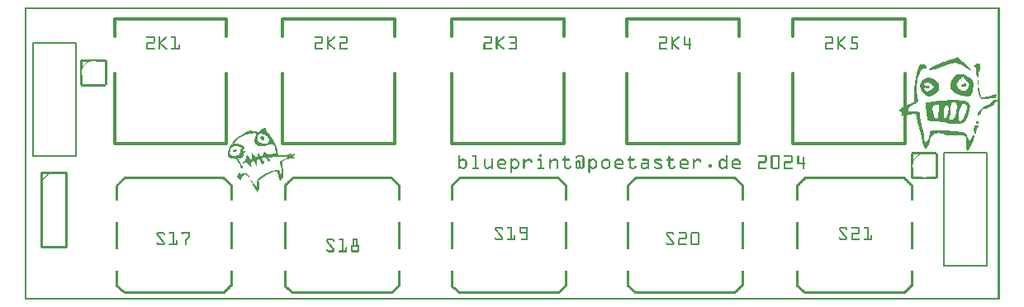
<source format=gto>
G04 MADE WITH FRITZING*
G04 WWW.FRITZING.ORG*
G04 DOUBLE SIDED*
G04 HOLES PLATED*
G04 CONTOUR ON CENTER OF CONTOUR VECTOR*
%ASAXBY*%
%FSLAX23Y23*%
%MOIN*%
%OFA0B0*%
%SFA1.0B1.0*%
%ADD10C,0.008000*%
%ADD11C,0.010000*%
%ADD12C,0.012500*%
%ADD13R,0.001000X0.001000*%
%LNSILK1*%
G90*
G70*
G54D10*
X208Y1038D02*
X37Y1038D01*
D02*
X37Y1038D02*
X37Y580D01*
D02*
X37Y580D02*
X208Y580D01*
D02*
X208Y580D02*
X208Y1038D01*
D02*
X3712Y137D02*
X3884Y137D01*
D02*
X3884Y137D02*
X3884Y595D01*
D02*
X3884Y595D02*
X3712Y595D01*
D02*
X3712Y595D02*
X3712Y137D01*
G54D11*
D02*
X68Y513D02*
X68Y213D01*
D02*
X68Y213D02*
X168Y213D01*
D02*
X168Y213D02*
X168Y513D01*
D02*
X168Y513D02*
X68Y513D01*
G54D12*
X3103Y1063D02*
X3103Y1135D01*
X3556Y1135D01*
X3556Y1063D01*
D02*
X3556Y915D02*
X3556Y632D01*
X3103Y632D01*
X3103Y915D01*
D02*
X2432Y1063D02*
X2432Y1135D01*
X2884Y1135D01*
X2884Y1063D01*
D02*
X2884Y915D02*
X2884Y632D01*
X2432Y632D01*
X2432Y915D01*
D02*
X1725Y1063D02*
X1725Y1135D01*
X2178Y1135D01*
X2178Y1063D01*
D02*
X2178Y915D02*
X2178Y632D01*
X1725Y632D01*
X1725Y915D01*
D02*
X1043Y1063D02*
X1043Y1135D01*
X1495Y1135D01*
X1495Y1063D01*
D02*
X1495Y915D02*
X1495Y632D01*
X1043Y632D01*
X1043Y915D01*
D02*
X364Y1063D02*
X364Y1135D01*
X817Y1135D01*
X817Y1063D01*
D02*
X817Y915D02*
X817Y632D01*
X364Y632D01*
X364Y915D01*
D02*
G54D13*
X1Y1181D02*
X3937Y1181D01*
X1Y1180D02*
X3937Y1180D01*
X1Y1179D02*
X3937Y1179D01*
X1Y1178D02*
X3937Y1178D01*
X1Y1177D02*
X3937Y1177D01*
X1Y1176D02*
X3937Y1176D01*
X1Y1175D02*
X3937Y1175D01*
X1Y1174D02*
X3937Y1174D01*
X1Y1173D02*
X8Y1173D01*
X3930Y1173D02*
X3937Y1173D01*
X1Y1172D02*
X8Y1172D01*
X3930Y1172D02*
X3937Y1172D01*
X1Y1171D02*
X8Y1171D01*
X3930Y1171D02*
X3937Y1171D01*
X1Y1170D02*
X8Y1170D01*
X3930Y1170D02*
X3937Y1170D01*
X1Y1169D02*
X8Y1169D01*
X3930Y1169D02*
X3937Y1169D01*
X1Y1168D02*
X8Y1168D01*
X3930Y1168D02*
X3937Y1168D01*
X1Y1167D02*
X8Y1167D01*
X3930Y1167D02*
X3937Y1167D01*
X1Y1166D02*
X8Y1166D01*
X3930Y1166D02*
X3937Y1166D01*
X1Y1165D02*
X8Y1165D01*
X3930Y1165D02*
X3937Y1165D01*
X1Y1164D02*
X8Y1164D01*
X3930Y1164D02*
X3937Y1164D01*
X1Y1163D02*
X8Y1163D01*
X3930Y1163D02*
X3937Y1163D01*
X1Y1162D02*
X8Y1162D01*
X3930Y1162D02*
X3937Y1162D01*
X1Y1161D02*
X8Y1161D01*
X3930Y1161D02*
X3937Y1161D01*
X1Y1160D02*
X8Y1160D01*
X3930Y1160D02*
X3937Y1160D01*
X1Y1159D02*
X8Y1159D01*
X3930Y1159D02*
X3937Y1159D01*
X1Y1158D02*
X8Y1158D01*
X3930Y1158D02*
X3937Y1158D01*
X1Y1157D02*
X8Y1157D01*
X3930Y1157D02*
X3937Y1157D01*
X1Y1156D02*
X8Y1156D01*
X3930Y1156D02*
X3937Y1156D01*
X1Y1155D02*
X8Y1155D01*
X3930Y1155D02*
X3937Y1155D01*
X1Y1154D02*
X8Y1154D01*
X3930Y1154D02*
X3937Y1154D01*
X1Y1153D02*
X8Y1153D01*
X3930Y1153D02*
X3937Y1153D01*
X1Y1152D02*
X8Y1152D01*
X3930Y1152D02*
X3937Y1152D01*
X1Y1151D02*
X8Y1151D01*
X3930Y1151D02*
X3937Y1151D01*
X1Y1150D02*
X8Y1150D01*
X3930Y1150D02*
X3937Y1150D01*
X1Y1149D02*
X8Y1149D01*
X3930Y1149D02*
X3937Y1149D01*
X1Y1148D02*
X8Y1148D01*
X3930Y1148D02*
X3937Y1148D01*
X1Y1147D02*
X8Y1147D01*
X3930Y1147D02*
X3937Y1147D01*
X1Y1146D02*
X8Y1146D01*
X3930Y1146D02*
X3937Y1146D01*
X1Y1145D02*
X8Y1145D01*
X3930Y1145D02*
X3937Y1145D01*
X1Y1144D02*
X8Y1144D01*
X3930Y1144D02*
X3937Y1144D01*
X1Y1143D02*
X8Y1143D01*
X3930Y1143D02*
X3937Y1143D01*
X1Y1142D02*
X8Y1142D01*
X3930Y1142D02*
X3937Y1142D01*
X1Y1141D02*
X8Y1141D01*
X3930Y1141D02*
X3937Y1141D01*
X1Y1140D02*
X8Y1140D01*
X3930Y1140D02*
X3937Y1140D01*
X1Y1139D02*
X8Y1139D01*
X3930Y1139D02*
X3937Y1139D01*
X1Y1138D02*
X8Y1138D01*
X3930Y1138D02*
X3937Y1138D01*
X1Y1137D02*
X8Y1137D01*
X3930Y1137D02*
X3937Y1137D01*
X1Y1136D02*
X8Y1136D01*
X3930Y1136D02*
X3937Y1136D01*
X1Y1135D02*
X8Y1135D01*
X3930Y1135D02*
X3937Y1135D01*
X1Y1134D02*
X8Y1134D01*
X3930Y1134D02*
X3937Y1134D01*
X1Y1133D02*
X8Y1133D01*
X3930Y1133D02*
X3937Y1133D01*
X1Y1132D02*
X8Y1132D01*
X3930Y1132D02*
X3937Y1132D01*
X1Y1131D02*
X8Y1131D01*
X3930Y1131D02*
X3937Y1131D01*
X1Y1130D02*
X8Y1130D01*
X3930Y1130D02*
X3937Y1130D01*
X1Y1129D02*
X8Y1129D01*
X3930Y1129D02*
X3937Y1129D01*
X1Y1128D02*
X8Y1128D01*
X3930Y1128D02*
X3937Y1128D01*
X1Y1127D02*
X8Y1127D01*
X3930Y1127D02*
X3937Y1127D01*
X1Y1126D02*
X8Y1126D01*
X3930Y1126D02*
X3937Y1126D01*
X1Y1125D02*
X8Y1125D01*
X3930Y1125D02*
X3937Y1125D01*
X1Y1124D02*
X8Y1124D01*
X3930Y1124D02*
X3937Y1124D01*
X1Y1123D02*
X8Y1123D01*
X3930Y1123D02*
X3937Y1123D01*
X1Y1122D02*
X8Y1122D01*
X3930Y1122D02*
X3937Y1122D01*
X1Y1121D02*
X8Y1121D01*
X3930Y1121D02*
X3937Y1121D01*
X1Y1120D02*
X8Y1120D01*
X3930Y1120D02*
X3937Y1120D01*
X1Y1119D02*
X8Y1119D01*
X3930Y1119D02*
X3937Y1119D01*
X1Y1118D02*
X8Y1118D01*
X3930Y1118D02*
X3937Y1118D01*
X1Y1117D02*
X8Y1117D01*
X3930Y1117D02*
X3937Y1117D01*
X1Y1116D02*
X8Y1116D01*
X3930Y1116D02*
X3937Y1116D01*
X1Y1115D02*
X8Y1115D01*
X3930Y1115D02*
X3937Y1115D01*
X1Y1114D02*
X8Y1114D01*
X3930Y1114D02*
X3937Y1114D01*
X1Y1113D02*
X8Y1113D01*
X3930Y1113D02*
X3937Y1113D01*
X1Y1112D02*
X8Y1112D01*
X3930Y1112D02*
X3937Y1112D01*
X1Y1111D02*
X8Y1111D01*
X3930Y1111D02*
X3937Y1111D01*
X1Y1110D02*
X8Y1110D01*
X3930Y1110D02*
X3937Y1110D01*
X1Y1109D02*
X8Y1109D01*
X3930Y1109D02*
X3937Y1109D01*
X1Y1108D02*
X8Y1108D01*
X3930Y1108D02*
X3937Y1108D01*
X1Y1107D02*
X8Y1107D01*
X3930Y1107D02*
X3937Y1107D01*
X1Y1106D02*
X8Y1106D01*
X3930Y1106D02*
X3937Y1106D01*
X1Y1105D02*
X8Y1105D01*
X3930Y1105D02*
X3937Y1105D01*
X1Y1104D02*
X8Y1104D01*
X3930Y1104D02*
X3937Y1104D01*
X1Y1103D02*
X8Y1103D01*
X3930Y1103D02*
X3937Y1103D01*
X1Y1102D02*
X8Y1102D01*
X3930Y1102D02*
X3937Y1102D01*
X1Y1101D02*
X8Y1101D01*
X3930Y1101D02*
X3937Y1101D01*
X1Y1100D02*
X8Y1100D01*
X3930Y1100D02*
X3937Y1100D01*
X1Y1099D02*
X8Y1099D01*
X3930Y1099D02*
X3937Y1099D01*
X1Y1098D02*
X8Y1098D01*
X3930Y1098D02*
X3937Y1098D01*
X1Y1097D02*
X8Y1097D01*
X3930Y1097D02*
X3937Y1097D01*
X1Y1096D02*
X8Y1096D01*
X3930Y1096D02*
X3937Y1096D01*
X1Y1095D02*
X8Y1095D01*
X3930Y1095D02*
X3937Y1095D01*
X1Y1094D02*
X8Y1094D01*
X3930Y1094D02*
X3937Y1094D01*
X1Y1093D02*
X8Y1093D01*
X3930Y1093D02*
X3937Y1093D01*
X1Y1092D02*
X8Y1092D01*
X3930Y1092D02*
X3937Y1092D01*
X1Y1091D02*
X8Y1091D01*
X3930Y1091D02*
X3937Y1091D01*
X1Y1090D02*
X8Y1090D01*
X3930Y1090D02*
X3937Y1090D01*
X1Y1089D02*
X8Y1089D01*
X3930Y1089D02*
X3937Y1089D01*
X1Y1088D02*
X8Y1088D01*
X3930Y1088D02*
X3937Y1088D01*
X1Y1087D02*
X8Y1087D01*
X3930Y1087D02*
X3937Y1087D01*
X1Y1086D02*
X8Y1086D01*
X3930Y1086D02*
X3937Y1086D01*
X1Y1085D02*
X8Y1085D01*
X3930Y1085D02*
X3937Y1085D01*
X1Y1084D02*
X8Y1084D01*
X3930Y1084D02*
X3937Y1084D01*
X1Y1083D02*
X8Y1083D01*
X3930Y1083D02*
X3937Y1083D01*
X1Y1082D02*
X8Y1082D01*
X3930Y1082D02*
X3937Y1082D01*
X1Y1081D02*
X8Y1081D01*
X3930Y1081D02*
X3937Y1081D01*
X1Y1080D02*
X8Y1080D01*
X3930Y1080D02*
X3937Y1080D01*
X1Y1079D02*
X8Y1079D01*
X3930Y1079D02*
X3937Y1079D01*
X1Y1078D02*
X8Y1078D01*
X3930Y1078D02*
X3937Y1078D01*
X1Y1077D02*
X8Y1077D01*
X3930Y1077D02*
X3937Y1077D01*
X1Y1076D02*
X8Y1076D01*
X3930Y1076D02*
X3937Y1076D01*
X1Y1075D02*
X8Y1075D01*
X3930Y1075D02*
X3937Y1075D01*
X1Y1074D02*
X8Y1074D01*
X3930Y1074D02*
X3937Y1074D01*
X1Y1073D02*
X8Y1073D01*
X3930Y1073D02*
X3937Y1073D01*
X1Y1072D02*
X8Y1072D01*
X3930Y1072D02*
X3937Y1072D01*
X1Y1071D02*
X8Y1071D01*
X3930Y1071D02*
X3937Y1071D01*
X1Y1070D02*
X8Y1070D01*
X3930Y1070D02*
X3937Y1070D01*
X1Y1069D02*
X8Y1069D01*
X3930Y1069D02*
X3937Y1069D01*
X1Y1068D02*
X8Y1068D01*
X3930Y1068D02*
X3937Y1068D01*
X1Y1067D02*
X8Y1067D01*
X3930Y1067D02*
X3937Y1067D01*
X1Y1066D02*
X8Y1066D01*
X3930Y1066D02*
X3937Y1066D01*
X1Y1065D02*
X8Y1065D01*
X3930Y1065D02*
X3937Y1065D01*
X1Y1064D02*
X8Y1064D01*
X495Y1064D02*
X522Y1064D01*
X545Y1064D02*
X548Y1064D01*
X573Y1064D02*
X575Y1064D01*
X595Y1064D02*
X613Y1064D01*
X1173Y1064D02*
X1200Y1064D01*
X1224Y1064D02*
X1226Y1064D01*
X1251Y1064D02*
X1253Y1064D01*
X1274Y1064D02*
X1301Y1064D01*
X1856Y1064D02*
X1883Y1064D01*
X1906Y1064D02*
X1908Y1064D01*
X1934Y1064D02*
X1936Y1064D01*
X1956Y1064D02*
X1983Y1064D01*
X2562Y1064D02*
X2589Y1064D01*
X2613Y1064D02*
X2615Y1064D01*
X2640Y1064D02*
X2642Y1064D01*
X2664Y1064D02*
X2666Y1064D01*
X3234Y1064D02*
X3261Y1064D01*
X3284Y1064D02*
X3287Y1064D01*
X3312Y1064D02*
X3314Y1064D01*
X3338Y1064D02*
X3363Y1064D01*
X3930Y1064D02*
X3937Y1064D01*
X1Y1063D02*
X8Y1063D01*
X494Y1063D02*
X524Y1063D01*
X544Y1063D02*
X549Y1063D01*
X571Y1063D02*
X576Y1063D01*
X594Y1063D02*
X613Y1063D01*
X1172Y1063D02*
X1202Y1063D01*
X1222Y1063D02*
X1227Y1063D01*
X1250Y1063D02*
X1254Y1063D01*
X1273Y1063D02*
X1302Y1063D01*
X1855Y1063D02*
X1885Y1063D01*
X1905Y1063D02*
X1910Y1063D01*
X1932Y1063D02*
X1937Y1063D01*
X1955Y1063D02*
X1985Y1063D01*
X2561Y1063D02*
X2591Y1063D01*
X2611Y1063D02*
X2616Y1063D01*
X2639Y1063D02*
X2644Y1063D01*
X2663Y1063D02*
X2668Y1063D01*
X3233Y1063D02*
X3263Y1063D01*
X3283Y1063D02*
X3288Y1063D01*
X3310Y1063D02*
X3315Y1063D01*
X3338Y1063D02*
X3364Y1063D01*
X3930Y1063D02*
X3937Y1063D01*
X1Y1062D02*
X8Y1062D01*
X493Y1062D02*
X525Y1062D01*
X544Y1062D02*
X549Y1062D01*
X570Y1062D02*
X577Y1062D01*
X594Y1062D02*
X613Y1062D01*
X1172Y1062D02*
X1203Y1062D01*
X1222Y1062D02*
X1227Y1062D01*
X1248Y1062D02*
X1255Y1062D01*
X1272Y1062D02*
X1304Y1062D01*
X1854Y1062D02*
X1886Y1062D01*
X1905Y1062D02*
X1910Y1062D01*
X1931Y1062D02*
X1938Y1062D01*
X1955Y1062D02*
X1986Y1062D01*
X2561Y1062D02*
X2592Y1062D01*
X2611Y1062D02*
X2617Y1062D01*
X2638Y1062D02*
X2644Y1062D01*
X2662Y1062D02*
X2668Y1062D01*
X3232Y1062D02*
X3264Y1062D01*
X3283Y1062D02*
X3288Y1062D01*
X3309Y1062D02*
X3316Y1062D01*
X3338Y1062D02*
X3365Y1062D01*
X3930Y1062D02*
X3937Y1062D01*
X1Y1061D02*
X8Y1061D01*
X493Y1061D02*
X526Y1061D01*
X543Y1061D02*
X549Y1061D01*
X569Y1061D02*
X577Y1061D01*
X594Y1061D02*
X613Y1061D01*
X1171Y1061D02*
X1204Y1061D01*
X1222Y1061D02*
X1228Y1061D01*
X1247Y1061D02*
X1255Y1061D01*
X1272Y1061D02*
X1304Y1061D01*
X1854Y1061D02*
X1887Y1061D01*
X1904Y1061D02*
X1910Y1061D01*
X1930Y1061D02*
X1938Y1061D01*
X1955Y1061D02*
X1987Y1061D01*
X2561Y1061D02*
X2593Y1061D01*
X2611Y1061D02*
X2617Y1061D01*
X2636Y1061D02*
X2644Y1061D01*
X2662Y1061D02*
X2668Y1061D01*
X3232Y1061D02*
X3265Y1061D01*
X3282Y1061D02*
X3288Y1061D01*
X3308Y1061D02*
X3316Y1061D01*
X3338Y1061D02*
X3365Y1061D01*
X3930Y1061D02*
X3937Y1061D01*
X1Y1060D02*
X8Y1060D01*
X493Y1060D02*
X526Y1060D01*
X543Y1060D02*
X549Y1060D01*
X568Y1060D02*
X577Y1060D01*
X594Y1060D02*
X613Y1060D01*
X1172Y1060D02*
X1204Y1060D01*
X1222Y1060D02*
X1228Y1060D01*
X1246Y1060D02*
X1255Y1060D01*
X1272Y1060D02*
X1305Y1060D01*
X1854Y1060D02*
X1887Y1060D01*
X1904Y1060D02*
X1910Y1060D01*
X1929Y1060D02*
X1938Y1060D01*
X1955Y1060D02*
X1988Y1060D01*
X2561Y1060D02*
X2594Y1060D01*
X2611Y1060D02*
X2617Y1060D01*
X2635Y1060D02*
X2644Y1060D01*
X2662Y1060D02*
X2668Y1060D01*
X3232Y1060D02*
X3265Y1060D01*
X3282Y1060D02*
X3289Y1060D01*
X3307Y1060D02*
X3316Y1060D01*
X3338Y1060D02*
X3365Y1060D01*
X3930Y1060D02*
X3937Y1060D01*
X1Y1059D02*
X8Y1059D01*
X494Y1059D02*
X527Y1059D01*
X543Y1059D02*
X549Y1059D01*
X567Y1059D02*
X576Y1059D01*
X594Y1059D02*
X613Y1059D01*
X1172Y1059D02*
X1205Y1059D01*
X1222Y1059D02*
X1228Y1059D01*
X1245Y1059D02*
X1255Y1059D01*
X1273Y1059D02*
X1305Y1059D01*
X1855Y1059D02*
X1888Y1059D01*
X1904Y1059D02*
X1910Y1059D01*
X1928Y1059D02*
X1937Y1059D01*
X1955Y1059D02*
X1988Y1059D01*
X2561Y1059D02*
X2594Y1059D01*
X2611Y1059D02*
X2617Y1059D01*
X2634Y1059D02*
X2644Y1059D01*
X2662Y1059D02*
X2668Y1059D01*
X3233Y1059D02*
X3266Y1059D01*
X3282Y1059D02*
X3289Y1059D01*
X3306Y1059D02*
X3315Y1059D01*
X3338Y1059D02*
X3364Y1059D01*
X3930Y1059D02*
X3937Y1059D01*
X1Y1058D02*
X8Y1058D01*
X495Y1058D02*
X527Y1058D01*
X543Y1058D02*
X549Y1058D01*
X566Y1058D02*
X575Y1058D01*
X595Y1058D02*
X613Y1058D01*
X1173Y1058D02*
X1205Y1058D01*
X1222Y1058D02*
X1228Y1058D01*
X1244Y1058D02*
X1254Y1058D01*
X1274Y1058D02*
X1305Y1058D01*
X1856Y1058D02*
X1888Y1058D01*
X1904Y1058D02*
X1910Y1058D01*
X1927Y1058D02*
X1936Y1058D01*
X1956Y1058D02*
X1988Y1058D01*
X2562Y1058D02*
X2594Y1058D01*
X2611Y1058D02*
X2617Y1058D01*
X2633Y1058D02*
X2643Y1058D01*
X2662Y1058D02*
X2668Y1058D01*
X2685Y1058D02*
X2687Y1058D01*
X3234Y1058D02*
X3266Y1058D01*
X3282Y1058D02*
X3289Y1058D01*
X3305Y1058D02*
X3314Y1058D01*
X3338Y1058D02*
X3363Y1058D01*
X3930Y1058D02*
X3937Y1058D01*
X1Y1057D02*
X8Y1057D01*
X521Y1057D02*
X527Y1057D01*
X543Y1057D02*
X549Y1057D01*
X564Y1057D02*
X574Y1057D01*
X607Y1057D02*
X613Y1057D01*
X1199Y1057D02*
X1205Y1057D01*
X1222Y1057D02*
X1228Y1057D01*
X1243Y1057D02*
X1252Y1057D01*
X1299Y1057D02*
X1305Y1057D01*
X1882Y1057D02*
X1888Y1057D01*
X1904Y1057D02*
X1910Y1057D01*
X1925Y1057D02*
X1935Y1057D01*
X1982Y1057D02*
X1988Y1057D01*
X2588Y1057D02*
X2594Y1057D01*
X2611Y1057D02*
X2617Y1057D01*
X2632Y1057D02*
X2642Y1057D01*
X2662Y1057D02*
X2668Y1057D01*
X2684Y1057D02*
X2688Y1057D01*
X3260Y1057D02*
X3266Y1057D01*
X3282Y1057D02*
X3289Y1057D01*
X3303Y1057D02*
X3313Y1057D01*
X3338Y1057D02*
X3344Y1057D01*
X3930Y1057D02*
X3937Y1057D01*
X1Y1056D02*
X8Y1056D01*
X521Y1056D02*
X527Y1056D01*
X543Y1056D02*
X549Y1056D01*
X563Y1056D02*
X573Y1056D01*
X607Y1056D02*
X613Y1056D01*
X1199Y1056D02*
X1205Y1056D01*
X1222Y1056D02*
X1228Y1056D01*
X1241Y1056D02*
X1251Y1056D01*
X1299Y1056D02*
X1305Y1056D01*
X1882Y1056D02*
X1888Y1056D01*
X1904Y1056D02*
X1910Y1056D01*
X1924Y1056D02*
X1934Y1056D01*
X1982Y1056D02*
X1988Y1056D01*
X2588Y1056D02*
X2594Y1056D01*
X2611Y1056D02*
X2617Y1056D01*
X2631Y1056D02*
X2640Y1056D01*
X2662Y1056D02*
X2668Y1056D01*
X2683Y1056D02*
X2689Y1056D01*
X3260Y1056D02*
X3266Y1056D01*
X3282Y1056D02*
X3289Y1056D01*
X3302Y1056D02*
X3312Y1056D01*
X3338Y1056D02*
X3344Y1056D01*
X3930Y1056D02*
X3937Y1056D01*
X1Y1055D02*
X8Y1055D01*
X521Y1055D02*
X527Y1055D01*
X543Y1055D02*
X549Y1055D01*
X562Y1055D02*
X572Y1055D01*
X607Y1055D02*
X613Y1055D01*
X1199Y1055D02*
X1205Y1055D01*
X1222Y1055D02*
X1228Y1055D01*
X1240Y1055D02*
X1250Y1055D01*
X1299Y1055D02*
X1305Y1055D01*
X1882Y1055D02*
X1888Y1055D01*
X1904Y1055D02*
X1910Y1055D01*
X1923Y1055D02*
X1933Y1055D01*
X1982Y1055D02*
X1988Y1055D01*
X2588Y1055D02*
X2594Y1055D01*
X2611Y1055D02*
X2617Y1055D01*
X2629Y1055D02*
X2639Y1055D01*
X2662Y1055D02*
X2668Y1055D01*
X2683Y1055D02*
X2689Y1055D01*
X3260Y1055D02*
X3266Y1055D01*
X3282Y1055D02*
X3289Y1055D01*
X3301Y1055D02*
X3311Y1055D01*
X3338Y1055D02*
X3344Y1055D01*
X3930Y1055D02*
X3937Y1055D01*
X1Y1054D02*
X8Y1054D01*
X521Y1054D02*
X527Y1054D01*
X543Y1054D02*
X549Y1054D01*
X561Y1054D02*
X571Y1054D01*
X607Y1054D02*
X613Y1054D01*
X1199Y1054D02*
X1205Y1054D01*
X1222Y1054D02*
X1228Y1054D01*
X1239Y1054D02*
X1249Y1054D01*
X1299Y1054D02*
X1305Y1054D01*
X1882Y1054D02*
X1888Y1054D01*
X1904Y1054D02*
X1910Y1054D01*
X1922Y1054D02*
X1932Y1054D01*
X1982Y1054D02*
X1988Y1054D01*
X2588Y1054D02*
X2594Y1054D01*
X2611Y1054D02*
X2617Y1054D01*
X2628Y1054D02*
X2638Y1054D01*
X2662Y1054D02*
X2668Y1054D01*
X2683Y1054D02*
X2689Y1054D01*
X3260Y1054D02*
X3266Y1054D01*
X3282Y1054D02*
X3289Y1054D01*
X3300Y1054D02*
X3310Y1054D01*
X3338Y1054D02*
X3344Y1054D01*
X3930Y1054D02*
X3937Y1054D01*
X1Y1053D02*
X8Y1053D01*
X521Y1053D02*
X527Y1053D01*
X543Y1053D02*
X549Y1053D01*
X560Y1053D02*
X570Y1053D01*
X607Y1053D02*
X613Y1053D01*
X1199Y1053D02*
X1205Y1053D01*
X1222Y1053D02*
X1228Y1053D01*
X1238Y1053D02*
X1248Y1053D01*
X1299Y1053D02*
X1305Y1053D01*
X1882Y1053D02*
X1888Y1053D01*
X1904Y1053D02*
X1910Y1053D01*
X1921Y1053D02*
X1931Y1053D01*
X1982Y1053D02*
X1988Y1053D01*
X2588Y1053D02*
X2594Y1053D01*
X2611Y1053D02*
X2617Y1053D01*
X2627Y1053D02*
X2637Y1053D01*
X2662Y1053D02*
X2668Y1053D01*
X2683Y1053D02*
X2689Y1053D01*
X3260Y1053D02*
X3266Y1053D01*
X3282Y1053D02*
X3289Y1053D01*
X3299Y1053D02*
X3309Y1053D01*
X3338Y1053D02*
X3344Y1053D01*
X3930Y1053D02*
X3937Y1053D01*
X1Y1052D02*
X8Y1052D01*
X521Y1052D02*
X527Y1052D01*
X543Y1052D02*
X549Y1052D01*
X559Y1052D02*
X568Y1052D01*
X607Y1052D02*
X613Y1052D01*
X1199Y1052D02*
X1205Y1052D01*
X1222Y1052D02*
X1228Y1052D01*
X1237Y1052D02*
X1247Y1052D01*
X1299Y1052D02*
X1305Y1052D01*
X1882Y1052D02*
X1888Y1052D01*
X1904Y1052D02*
X1910Y1052D01*
X1920Y1052D02*
X1929Y1052D01*
X1982Y1052D02*
X1988Y1052D01*
X2588Y1052D02*
X2594Y1052D01*
X2611Y1052D02*
X2617Y1052D01*
X2626Y1052D02*
X2636Y1052D01*
X2662Y1052D02*
X2668Y1052D01*
X2683Y1052D02*
X2689Y1052D01*
X3260Y1052D02*
X3266Y1052D01*
X3282Y1052D02*
X3289Y1052D01*
X3298Y1052D02*
X3307Y1052D01*
X3338Y1052D02*
X3344Y1052D01*
X3930Y1052D02*
X3937Y1052D01*
X1Y1051D02*
X8Y1051D01*
X521Y1051D02*
X527Y1051D01*
X543Y1051D02*
X549Y1051D01*
X557Y1051D02*
X567Y1051D01*
X607Y1051D02*
X613Y1051D01*
X1199Y1051D02*
X1205Y1051D01*
X1222Y1051D02*
X1228Y1051D01*
X1236Y1051D02*
X1245Y1051D01*
X1299Y1051D02*
X1305Y1051D01*
X1882Y1051D02*
X1888Y1051D01*
X1904Y1051D02*
X1910Y1051D01*
X1918Y1051D02*
X1928Y1051D01*
X1982Y1051D02*
X1988Y1051D01*
X2588Y1051D02*
X2594Y1051D01*
X2611Y1051D02*
X2617Y1051D01*
X2625Y1051D02*
X2635Y1051D01*
X2662Y1051D02*
X2668Y1051D01*
X2683Y1051D02*
X2689Y1051D01*
X3260Y1051D02*
X3266Y1051D01*
X3282Y1051D02*
X3289Y1051D01*
X3296Y1051D02*
X3306Y1051D01*
X3338Y1051D02*
X3344Y1051D01*
X3930Y1051D02*
X3937Y1051D01*
X1Y1050D02*
X8Y1050D01*
X521Y1050D02*
X527Y1050D01*
X543Y1050D02*
X549Y1050D01*
X556Y1050D02*
X566Y1050D01*
X607Y1050D02*
X613Y1050D01*
X1199Y1050D02*
X1205Y1050D01*
X1222Y1050D02*
X1228Y1050D01*
X1234Y1050D02*
X1244Y1050D01*
X1299Y1050D02*
X1305Y1050D01*
X1882Y1050D02*
X1888Y1050D01*
X1904Y1050D02*
X1910Y1050D01*
X1917Y1050D02*
X1927Y1050D01*
X1982Y1050D02*
X1988Y1050D01*
X2588Y1050D02*
X2594Y1050D01*
X2611Y1050D02*
X2617Y1050D01*
X2624Y1050D02*
X2633Y1050D01*
X2662Y1050D02*
X2668Y1050D01*
X2683Y1050D02*
X2689Y1050D01*
X3260Y1050D02*
X3266Y1050D01*
X3282Y1050D02*
X3289Y1050D01*
X3295Y1050D02*
X3305Y1050D01*
X3338Y1050D02*
X3344Y1050D01*
X3930Y1050D02*
X3937Y1050D01*
X1Y1049D02*
X8Y1049D01*
X521Y1049D02*
X527Y1049D01*
X543Y1049D02*
X549Y1049D01*
X555Y1049D02*
X565Y1049D01*
X607Y1049D02*
X613Y1049D01*
X1199Y1049D02*
X1205Y1049D01*
X1222Y1049D02*
X1228Y1049D01*
X1233Y1049D02*
X1243Y1049D01*
X1299Y1049D02*
X1305Y1049D01*
X1882Y1049D02*
X1888Y1049D01*
X1904Y1049D02*
X1910Y1049D01*
X1916Y1049D02*
X1926Y1049D01*
X1982Y1049D02*
X1988Y1049D01*
X2588Y1049D02*
X2594Y1049D01*
X2611Y1049D02*
X2617Y1049D01*
X2622Y1049D02*
X2632Y1049D01*
X2662Y1049D02*
X2668Y1049D01*
X2683Y1049D02*
X2689Y1049D01*
X3260Y1049D02*
X3266Y1049D01*
X3282Y1049D02*
X3289Y1049D01*
X3294Y1049D02*
X3304Y1049D01*
X3338Y1049D02*
X3344Y1049D01*
X3930Y1049D02*
X3937Y1049D01*
X1Y1048D02*
X8Y1048D01*
X521Y1048D02*
X527Y1048D01*
X543Y1048D02*
X549Y1048D01*
X554Y1048D02*
X564Y1048D01*
X607Y1048D02*
X613Y1048D01*
X1199Y1048D02*
X1205Y1048D01*
X1222Y1048D02*
X1228Y1048D01*
X1232Y1048D02*
X1242Y1048D01*
X1299Y1048D02*
X1305Y1048D01*
X1882Y1048D02*
X1888Y1048D01*
X1904Y1048D02*
X1910Y1048D01*
X1915Y1048D02*
X1925Y1048D01*
X1982Y1048D02*
X1988Y1048D01*
X2588Y1048D02*
X2594Y1048D01*
X2611Y1048D02*
X2617Y1048D01*
X2621Y1048D02*
X2631Y1048D01*
X2662Y1048D02*
X2668Y1048D01*
X2683Y1048D02*
X2689Y1048D01*
X3260Y1048D02*
X3266Y1048D01*
X3282Y1048D02*
X3289Y1048D01*
X3293Y1048D02*
X3303Y1048D01*
X3338Y1048D02*
X3344Y1048D01*
X3930Y1048D02*
X3937Y1048D01*
X1Y1047D02*
X8Y1047D01*
X521Y1047D02*
X527Y1047D01*
X543Y1047D02*
X549Y1047D01*
X553Y1047D02*
X563Y1047D01*
X607Y1047D02*
X613Y1047D01*
X1199Y1047D02*
X1205Y1047D01*
X1222Y1047D02*
X1228Y1047D01*
X1231Y1047D02*
X1241Y1047D01*
X1299Y1047D02*
X1305Y1047D01*
X1882Y1047D02*
X1888Y1047D01*
X1904Y1047D02*
X1910Y1047D01*
X1914Y1047D02*
X1924Y1047D01*
X1982Y1047D02*
X1988Y1047D01*
X2588Y1047D02*
X2594Y1047D01*
X2611Y1047D02*
X2617Y1047D01*
X2620Y1047D02*
X2630Y1047D01*
X2662Y1047D02*
X2668Y1047D01*
X2683Y1047D02*
X2689Y1047D01*
X3260Y1047D02*
X3266Y1047D01*
X3282Y1047D02*
X3289Y1047D01*
X3292Y1047D02*
X3302Y1047D01*
X3338Y1047D02*
X3344Y1047D01*
X3930Y1047D02*
X3937Y1047D01*
X1Y1046D02*
X8Y1046D01*
X521Y1046D02*
X527Y1046D01*
X543Y1046D02*
X549Y1046D01*
X552Y1046D02*
X561Y1046D01*
X607Y1046D02*
X613Y1046D01*
X1199Y1046D02*
X1205Y1046D01*
X1222Y1046D02*
X1228Y1046D01*
X1230Y1046D02*
X1240Y1046D01*
X1299Y1046D02*
X1305Y1046D01*
X1882Y1046D02*
X1888Y1046D01*
X1904Y1046D02*
X1910Y1046D01*
X1913Y1046D02*
X1922Y1046D01*
X1982Y1046D02*
X1988Y1046D01*
X2588Y1046D02*
X2594Y1046D01*
X2611Y1046D02*
X2617Y1046D01*
X2619Y1046D02*
X2629Y1046D01*
X2662Y1046D02*
X2668Y1046D01*
X2683Y1046D02*
X2689Y1046D01*
X3260Y1046D02*
X3266Y1046D01*
X3282Y1046D02*
X3289Y1046D01*
X3291Y1046D02*
X3300Y1046D01*
X3338Y1046D02*
X3344Y1046D01*
X3930Y1046D02*
X3937Y1046D01*
X1Y1045D02*
X8Y1045D01*
X521Y1045D02*
X527Y1045D01*
X543Y1045D02*
X560Y1045D01*
X607Y1045D02*
X613Y1045D01*
X1199Y1045D02*
X1205Y1045D01*
X1222Y1045D02*
X1238Y1045D01*
X1299Y1045D02*
X1305Y1045D01*
X1882Y1045D02*
X1888Y1045D01*
X1904Y1045D02*
X1921Y1045D01*
X1982Y1045D02*
X1988Y1045D01*
X2588Y1045D02*
X2594Y1045D01*
X2611Y1045D02*
X2628Y1045D01*
X2662Y1045D02*
X2668Y1045D01*
X2683Y1045D02*
X2689Y1045D01*
X3260Y1045D02*
X3266Y1045D01*
X3282Y1045D02*
X3299Y1045D01*
X3338Y1045D02*
X3344Y1045D01*
X3930Y1045D02*
X3937Y1045D01*
X1Y1044D02*
X8Y1044D01*
X521Y1044D02*
X527Y1044D01*
X543Y1044D02*
X559Y1044D01*
X607Y1044D02*
X613Y1044D01*
X1199Y1044D02*
X1205Y1044D01*
X1222Y1044D02*
X1237Y1044D01*
X1299Y1044D02*
X1305Y1044D01*
X1882Y1044D02*
X1888Y1044D01*
X1904Y1044D02*
X1920Y1044D01*
X1982Y1044D02*
X1988Y1044D01*
X2588Y1044D02*
X2594Y1044D01*
X2611Y1044D02*
X2626Y1044D01*
X2662Y1044D02*
X2668Y1044D01*
X2683Y1044D02*
X2689Y1044D01*
X3260Y1044D02*
X3266Y1044D01*
X3282Y1044D02*
X3298Y1044D01*
X3338Y1044D02*
X3344Y1044D01*
X3930Y1044D02*
X3937Y1044D01*
X1Y1043D02*
X8Y1043D01*
X521Y1043D02*
X527Y1043D01*
X543Y1043D02*
X558Y1043D01*
X607Y1043D02*
X613Y1043D01*
X1199Y1043D02*
X1205Y1043D01*
X1222Y1043D02*
X1236Y1043D01*
X1299Y1043D02*
X1305Y1043D01*
X1882Y1043D02*
X1888Y1043D01*
X1904Y1043D02*
X1919Y1043D01*
X1982Y1043D02*
X1988Y1043D01*
X2588Y1043D02*
X2594Y1043D01*
X2611Y1043D02*
X2625Y1043D01*
X2662Y1043D02*
X2668Y1043D01*
X2683Y1043D02*
X2689Y1043D01*
X3260Y1043D02*
X3266Y1043D01*
X3282Y1043D02*
X3297Y1043D01*
X3338Y1043D02*
X3344Y1043D01*
X3930Y1043D02*
X3937Y1043D01*
X1Y1042D02*
X8Y1042D01*
X521Y1042D02*
X527Y1042D01*
X543Y1042D02*
X557Y1042D01*
X607Y1042D02*
X613Y1042D01*
X1199Y1042D02*
X1205Y1042D01*
X1222Y1042D02*
X1235Y1042D01*
X1299Y1042D02*
X1305Y1042D01*
X1882Y1042D02*
X1888Y1042D01*
X1904Y1042D02*
X1918Y1042D01*
X1981Y1042D02*
X1988Y1042D01*
X2588Y1042D02*
X2594Y1042D01*
X2611Y1042D02*
X2624Y1042D01*
X2662Y1042D02*
X2668Y1042D01*
X2683Y1042D02*
X2689Y1042D01*
X3260Y1042D02*
X3266Y1042D01*
X3282Y1042D02*
X3296Y1042D01*
X3338Y1042D02*
X3344Y1042D01*
X3930Y1042D02*
X3937Y1042D01*
X1Y1041D02*
X8Y1041D01*
X521Y1041D02*
X527Y1041D01*
X543Y1041D02*
X556Y1041D01*
X607Y1041D02*
X613Y1041D01*
X1199Y1041D02*
X1205Y1041D01*
X1222Y1041D02*
X1234Y1041D01*
X1299Y1041D02*
X1305Y1041D01*
X1881Y1041D02*
X1888Y1041D01*
X1904Y1041D02*
X1916Y1041D01*
X1979Y1041D02*
X1988Y1041D01*
X2588Y1041D02*
X2594Y1041D01*
X2611Y1041D02*
X2623Y1041D01*
X2662Y1041D02*
X2668Y1041D01*
X2683Y1041D02*
X2689Y1041D01*
X3260Y1041D02*
X3266Y1041D01*
X3282Y1041D02*
X3295Y1041D01*
X3338Y1041D02*
X3345Y1041D01*
X3930Y1041D02*
X3937Y1041D01*
X1Y1040D02*
X8Y1040D01*
X497Y1040D02*
X527Y1040D01*
X543Y1040D02*
X554Y1040D01*
X607Y1040D02*
X613Y1040D01*
X1175Y1040D02*
X1205Y1040D01*
X1222Y1040D02*
X1233Y1040D01*
X1276Y1040D02*
X1305Y1040D01*
X1858Y1040D02*
X1888Y1040D01*
X1904Y1040D02*
X1915Y1040D01*
X1963Y1040D02*
X1987Y1040D01*
X2564Y1040D02*
X2594Y1040D01*
X2611Y1040D02*
X2622Y1040D01*
X2662Y1040D02*
X2668Y1040D01*
X2683Y1040D02*
X2689Y1040D01*
X3236Y1040D02*
X3266Y1040D01*
X3282Y1040D02*
X3293Y1040D01*
X3338Y1040D02*
X3361Y1040D01*
X3930Y1040D02*
X3937Y1040D01*
X1Y1039D02*
X8Y1039D01*
X496Y1039D02*
X526Y1039D01*
X543Y1039D02*
X553Y1039D01*
X607Y1039D02*
X613Y1039D01*
X1174Y1039D02*
X1205Y1039D01*
X1222Y1039D02*
X1231Y1039D01*
X1274Y1039D02*
X1305Y1039D01*
X1857Y1039D02*
X1887Y1039D01*
X1904Y1039D02*
X1914Y1039D01*
X1962Y1039D02*
X1987Y1039D01*
X2563Y1039D02*
X2594Y1039D01*
X2611Y1039D02*
X2621Y1039D01*
X2662Y1039D02*
X2668Y1039D01*
X2683Y1039D02*
X2689Y1039D01*
X3235Y1039D02*
X3266Y1039D01*
X3282Y1039D02*
X3292Y1039D01*
X3338Y1039D02*
X3363Y1039D01*
X3930Y1039D02*
X3937Y1039D01*
X1Y1038D02*
X8Y1038D01*
X495Y1038D02*
X526Y1038D01*
X543Y1038D02*
X552Y1038D01*
X607Y1038D02*
X613Y1038D01*
X1173Y1038D02*
X1204Y1038D01*
X1222Y1038D02*
X1230Y1038D01*
X1273Y1038D02*
X1305Y1038D01*
X1856Y1038D02*
X1887Y1038D01*
X1904Y1038D02*
X1913Y1038D01*
X1962Y1038D02*
X1986Y1038D01*
X2562Y1038D02*
X2593Y1038D01*
X2611Y1038D02*
X2619Y1038D01*
X2662Y1038D02*
X2668Y1038D01*
X2683Y1038D02*
X2689Y1038D01*
X3234Y1038D02*
X3265Y1038D01*
X3282Y1038D02*
X3291Y1038D01*
X3338Y1038D02*
X3363Y1038D01*
X3930Y1038D02*
X3937Y1038D01*
X1Y1037D02*
X8Y1037D01*
X494Y1037D02*
X525Y1037D01*
X543Y1037D02*
X552Y1037D01*
X607Y1037D02*
X613Y1037D01*
X1172Y1037D02*
X1204Y1037D01*
X1222Y1037D02*
X1230Y1037D01*
X1273Y1037D02*
X1304Y1037D01*
X1855Y1037D02*
X1886Y1037D01*
X1904Y1037D02*
X1913Y1037D01*
X1962Y1037D02*
X1986Y1037D01*
X2561Y1037D02*
X2593Y1037D01*
X2611Y1037D02*
X2619Y1037D01*
X2662Y1037D02*
X2668Y1037D01*
X2683Y1037D02*
X2689Y1037D01*
X3233Y1037D02*
X3264Y1037D01*
X3282Y1037D02*
X3291Y1037D01*
X3338Y1037D02*
X3364Y1037D01*
X3930Y1037D02*
X3937Y1037D01*
X1Y1036D02*
X8Y1036D01*
X494Y1036D02*
X525Y1036D01*
X543Y1036D02*
X553Y1036D01*
X607Y1036D02*
X613Y1036D01*
X1172Y1036D02*
X1203Y1036D01*
X1222Y1036D02*
X1231Y1036D01*
X1272Y1036D02*
X1303Y1036D01*
X1855Y1036D02*
X1886Y1036D01*
X1904Y1036D02*
X1914Y1036D01*
X1962Y1036D02*
X1986Y1036D01*
X2561Y1036D02*
X2592Y1036D01*
X2611Y1036D02*
X2620Y1036D01*
X2662Y1036D02*
X2668Y1036D01*
X2683Y1036D02*
X2689Y1036D01*
X3233Y1036D02*
X3264Y1036D01*
X3282Y1036D02*
X3292Y1036D01*
X3338Y1036D02*
X3365Y1036D01*
X3930Y1036D02*
X3937Y1036D01*
X1Y1035D02*
X8Y1035D01*
X493Y1035D02*
X523Y1035D01*
X543Y1035D02*
X554Y1035D01*
X607Y1035D02*
X613Y1035D01*
X1172Y1035D02*
X1201Y1035D01*
X1222Y1035D02*
X1232Y1035D01*
X1272Y1035D02*
X1302Y1035D01*
X1854Y1035D02*
X1884Y1035D01*
X1904Y1035D02*
X1915Y1035D01*
X1962Y1035D02*
X1987Y1035D01*
X2561Y1035D02*
X2591Y1035D01*
X2611Y1035D02*
X2621Y1035D01*
X2662Y1035D02*
X2689Y1035D01*
X3232Y1035D02*
X3262Y1035D01*
X3282Y1035D02*
X3293Y1035D01*
X3338Y1035D02*
X3365Y1035D01*
X3930Y1035D02*
X3937Y1035D01*
X1Y1034D02*
X8Y1034D01*
X493Y1034D02*
X521Y1034D01*
X543Y1034D02*
X555Y1034D01*
X607Y1034D02*
X613Y1034D01*
X1171Y1034D02*
X1199Y1034D01*
X1222Y1034D02*
X1233Y1034D01*
X1272Y1034D02*
X1299Y1034D01*
X1854Y1034D02*
X1882Y1034D01*
X1904Y1034D02*
X1916Y1034D01*
X1964Y1034D02*
X1987Y1034D01*
X2561Y1034D02*
X2588Y1034D01*
X2611Y1034D02*
X2623Y1034D01*
X2662Y1034D02*
X2692Y1034D01*
X3232Y1034D02*
X3260Y1034D01*
X3282Y1034D02*
X3294Y1034D01*
X3338Y1034D02*
X3365Y1034D01*
X3930Y1034D02*
X3937Y1034D01*
X1Y1033D02*
X8Y1033D01*
X493Y1033D02*
X499Y1033D01*
X543Y1033D02*
X556Y1033D01*
X607Y1033D02*
X613Y1033D01*
X1171Y1033D02*
X1177Y1033D01*
X1222Y1033D02*
X1235Y1033D01*
X1272Y1033D02*
X1278Y1033D01*
X1854Y1033D02*
X1860Y1033D01*
X1904Y1033D02*
X1917Y1033D01*
X1981Y1033D02*
X1988Y1033D01*
X2561Y1033D02*
X2567Y1033D01*
X2611Y1033D02*
X2624Y1033D01*
X2662Y1033D02*
X2693Y1033D01*
X3232Y1033D02*
X3238Y1033D01*
X3282Y1033D02*
X3295Y1033D01*
X3359Y1033D02*
X3365Y1033D01*
X3930Y1033D02*
X3937Y1033D01*
X1Y1032D02*
X8Y1032D01*
X493Y1032D02*
X499Y1032D01*
X543Y1032D02*
X558Y1032D01*
X607Y1032D02*
X613Y1032D01*
X1171Y1032D02*
X1177Y1032D01*
X1222Y1032D02*
X1236Y1032D01*
X1272Y1032D02*
X1278Y1032D01*
X1854Y1032D02*
X1860Y1032D01*
X1904Y1032D02*
X1919Y1032D01*
X1982Y1032D02*
X1988Y1032D01*
X2561Y1032D02*
X2567Y1032D01*
X2611Y1032D02*
X2625Y1032D01*
X2662Y1032D02*
X2693Y1032D01*
X3232Y1032D02*
X3238Y1032D01*
X3282Y1032D02*
X3297Y1032D01*
X3359Y1032D02*
X3365Y1032D01*
X3930Y1032D02*
X3937Y1032D01*
X1Y1031D02*
X8Y1031D01*
X493Y1031D02*
X499Y1031D01*
X543Y1031D02*
X559Y1031D01*
X607Y1031D02*
X613Y1031D01*
X623Y1031D02*
X625Y1031D01*
X1171Y1031D02*
X1177Y1031D01*
X1222Y1031D02*
X1237Y1031D01*
X1272Y1031D02*
X1278Y1031D01*
X1854Y1031D02*
X1860Y1031D01*
X1904Y1031D02*
X1920Y1031D01*
X1982Y1031D02*
X1988Y1031D01*
X2561Y1031D02*
X2567Y1031D01*
X2611Y1031D02*
X2626Y1031D01*
X2662Y1031D02*
X2693Y1031D01*
X3232Y1031D02*
X3238Y1031D01*
X3282Y1031D02*
X3298Y1031D01*
X3359Y1031D02*
X3365Y1031D01*
X3930Y1031D02*
X3937Y1031D01*
X1Y1030D02*
X8Y1030D01*
X493Y1030D02*
X499Y1030D01*
X543Y1030D02*
X560Y1030D01*
X607Y1030D02*
X613Y1030D01*
X622Y1030D02*
X626Y1030D01*
X1171Y1030D02*
X1177Y1030D01*
X1222Y1030D02*
X1238Y1030D01*
X1272Y1030D02*
X1278Y1030D01*
X1854Y1030D02*
X1860Y1030D01*
X1904Y1030D02*
X1921Y1030D01*
X1982Y1030D02*
X1988Y1030D01*
X2561Y1030D02*
X2567Y1030D01*
X2611Y1030D02*
X2627Y1030D01*
X2662Y1030D02*
X2693Y1030D01*
X3232Y1030D02*
X3238Y1030D01*
X3282Y1030D02*
X3299Y1030D01*
X3359Y1030D02*
X3365Y1030D01*
X3930Y1030D02*
X3937Y1030D01*
X1Y1029D02*
X8Y1029D01*
X493Y1029D02*
X499Y1029D01*
X543Y1029D02*
X549Y1029D01*
X551Y1029D02*
X561Y1029D01*
X607Y1029D02*
X613Y1029D01*
X621Y1029D02*
X627Y1029D01*
X1171Y1029D02*
X1177Y1029D01*
X1222Y1029D02*
X1228Y1029D01*
X1230Y1029D02*
X1239Y1029D01*
X1272Y1029D02*
X1278Y1029D01*
X1854Y1029D02*
X1860Y1029D01*
X1904Y1029D02*
X1910Y1029D01*
X1912Y1029D02*
X1922Y1029D01*
X1982Y1029D02*
X1988Y1029D01*
X2561Y1029D02*
X2567Y1029D01*
X2611Y1029D02*
X2617Y1029D01*
X2619Y1029D02*
X2628Y1029D01*
X2662Y1029D02*
X2692Y1029D01*
X3232Y1029D02*
X3238Y1029D01*
X3282Y1029D02*
X3300Y1029D01*
X3359Y1029D02*
X3365Y1029D01*
X3930Y1029D02*
X3937Y1029D01*
X1Y1028D02*
X8Y1028D01*
X493Y1028D02*
X499Y1028D01*
X543Y1028D02*
X549Y1028D01*
X552Y1028D02*
X562Y1028D01*
X607Y1028D02*
X613Y1028D01*
X621Y1028D02*
X627Y1028D01*
X1171Y1028D02*
X1177Y1028D01*
X1222Y1028D02*
X1228Y1028D01*
X1231Y1028D02*
X1240Y1028D01*
X1272Y1028D02*
X1278Y1028D01*
X1854Y1028D02*
X1860Y1028D01*
X1904Y1028D02*
X1910Y1028D01*
X1913Y1028D02*
X1923Y1028D01*
X1982Y1028D02*
X1988Y1028D01*
X2561Y1028D02*
X2567Y1028D01*
X2611Y1028D02*
X2617Y1028D01*
X2620Y1028D02*
X2630Y1028D01*
X2665Y1028D02*
X2690Y1028D01*
X3232Y1028D02*
X3238Y1028D01*
X3282Y1028D02*
X3289Y1028D01*
X3292Y1028D02*
X3301Y1028D01*
X3359Y1028D02*
X3365Y1028D01*
X3930Y1028D02*
X3937Y1028D01*
X1Y1027D02*
X8Y1027D01*
X493Y1027D02*
X499Y1027D01*
X543Y1027D02*
X549Y1027D01*
X554Y1027D02*
X563Y1027D01*
X607Y1027D02*
X613Y1027D01*
X621Y1027D02*
X627Y1027D01*
X1171Y1027D02*
X1177Y1027D01*
X1222Y1027D02*
X1228Y1027D01*
X1232Y1027D02*
X1242Y1027D01*
X1272Y1027D02*
X1278Y1027D01*
X1854Y1027D02*
X1860Y1027D01*
X1904Y1027D02*
X1910Y1027D01*
X1915Y1027D02*
X1924Y1027D01*
X1982Y1027D02*
X1988Y1027D01*
X2561Y1027D02*
X2567Y1027D01*
X2611Y1027D02*
X2617Y1027D01*
X2621Y1027D02*
X2631Y1027D01*
X2683Y1027D02*
X2689Y1027D01*
X3232Y1027D02*
X3238Y1027D01*
X3282Y1027D02*
X3289Y1027D01*
X3293Y1027D02*
X3302Y1027D01*
X3359Y1027D02*
X3365Y1027D01*
X3930Y1027D02*
X3937Y1027D01*
X1Y1026D02*
X8Y1026D01*
X493Y1026D02*
X499Y1026D01*
X543Y1026D02*
X549Y1026D01*
X555Y1026D02*
X565Y1026D01*
X607Y1026D02*
X613Y1026D01*
X621Y1026D02*
X627Y1026D01*
X1171Y1026D02*
X1177Y1026D01*
X1222Y1026D02*
X1228Y1026D01*
X1233Y1026D02*
X1243Y1026D01*
X1272Y1026D02*
X1278Y1026D01*
X1854Y1026D02*
X1860Y1026D01*
X1904Y1026D02*
X1910Y1026D01*
X1916Y1026D02*
X1926Y1026D01*
X1982Y1026D02*
X1988Y1026D01*
X2561Y1026D02*
X2567Y1026D01*
X2611Y1026D02*
X2617Y1026D01*
X2622Y1026D02*
X2632Y1026D01*
X2683Y1026D02*
X2689Y1026D01*
X3232Y1026D02*
X3238Y1026D01*
X3282Y1026D02*
X3289Y1026D01*
X3294Y1026D02*
X3304Y1026D01*
X3359Y1026D02*
X3365Y1026D01*
X3930Y1026D02*
X3937Y1026D01*
X1Y1025D02*
X8Y1025D01*
X493Y1025D02*
X499Y1025D01*
X543Y1025D02*
X549Y1025D01*
X556Y1025D02*
X566Y1025D01*
X607Y1025D02*
X613Y1025D01*
X621Y1025D02*
X627Y1025D01*
X1171Y1025D02*
X1177Y1025D01*
X1222Y1025D02*
X1228Y1025D01*
X1234Y1025D02*
X1244Y1025D01*
X1272Y1025D02*
X1278Y1025D01*
X1854Y1025D02*
X1860Y1025D01*
X1904Y1025D02*
X1910Y1025D01*
X1917Y1025D02*
X1927Y1025D01*
X1982Y1025D02*
X1988Y1025D01*
X2561Y1025D02*
X2567Y1025D01*
X2611Y1025D02*
X2617Y1025D01*
X2623Y1025D02*
X2633Y1025D01*
X2683Y1025D02*
X2689Y1025D01*
X3232Y1025D02*
X3238Y1025D01*
X3282Y1025D02*
X3289Y1025D01*
X3295Y1025D02*
X3305Y1025D01*
X3359Y1025D02*
X3365Y1025D01*
X3930Y1025D02*
X3937Y1025D01*
X1Y1024D02*
X8Y1024D01*
X493Y1024D02*
X499Y1024D01*
X543Y1024D02*
X549Y1024D01*
X557Y1024D02*
X567Y1024D01*
X607Y1024D02*
X613Y1024D01*
X621Y1024D02*
X627Y1024D01*
X1171Y1024D02*
X1177Y1024D01*
X1222Y1024D02*
X1228Y1024D01*
X1235Y1024D02*
X1245Y1024D01*
X1272Y1024D02*
X1278Y1024D01*
X1854Y1024D02*
X1860Y1024D01*
X1904Y1024D02*
X1910Y1024D01*
X1918Y1024D02*
X1928Y1024D01*
X1982Y1024D02*
X1988Y1024D01*
X2561Y1024D02*
X2567Y1024D01*
X2611Y1024D02*
X2617Y1024D01*
X2624Y1024D02*
X2634Y1024D01*
X2683Y1024D02*
X2689Y1024D01*
X3232Y1024D02*
X3238Y1024D01*
X3282Y1024D02*
X3289Y1024D01*
X3296Y1024D02*
X3306Y1024D01*
X3359Y1024D02*
X3365Y1024D01*
X3930Y1024D02*
X3937Y1024D01*
X1Y1023D02*
X8Y1023D01*
X493Y1023D02*
X499Y1023D01*
X543Y1023D02*
X549Y1023D01*
X558Y1023D02*
X568Y1023D01*
X607Y1023D02*
X613Y1023D01*
X621Y1023D02*
X627Y1023D01*
X1171Y1023D02*
X1177Y1023D01*
X1222Y1023D02*
X1228Y1023D01*
X1237Y1023D02*
X1246Y1023D01*
X1272Y1023D02*
X1278Y1023D01*
X1854Y1023D02*
X1860Y1023D01*
X1904Y1023D02*
X1910Y1023D01*
X1919Y1023D02*
X1929Y1023D01*
X1982Y1023D02*
X1988Y1023D01*
X2561Y1023D02*
X2567Y1023D01*
X2611Y1023D02*
X2617Y1023D01*
X2626Y1023D02*
X2635Y1023D01*
X2683Y1023D02*
X2689Y1023D01*
X3232Y1023D02*
X3238Y1023D01*
X3282Y1023D02*
X3289Y1023D01*
X3297Y1023D02*
X3307Y1023D01*
X3359Y1023D02*
X3365Y1023D01*
X3930Y1023D02*
X3937Y1023D01*
X1Y1022D02*
X8Y1022D01*
X493Y1022D02*
X499Y1022D01*
X543Y1022D02*
X549Y1022D01*
X559Y1022D02*
X569Y1022D01*
X607Y1022D02*
X613Y1022D01*
X621Y1022D02*
X627Y1022D01*
X1171Y1022D02*
X1177Y1022D01*
X1222Y1022D02*
X1228Y1022D01*
X1238Y1022D02*
X1248Y1022D01*
X1272Y1022D02*
X1278Y1022D01*
X1854Y1022D02*
X1860Y1022D01*
X1904Y1022D02*
X1910Y1022D01*
X1920Y1022D02*
X1930Y1022D01*
X1982Y1022D02*
X1988Y1022D01*
X2561Y1022D02*
X2567Y1022D01*
X2611Y1022D02*
X2617Y1022D01*
X2627Y1022D02*
X2637Y1022D01*
X2683Y1022D02*
X2689Y1022D01*
X3232Y1022D02*
X3238Y1022D01*
X3282Y1022D02*
X3289Y1022D01*
X3299Y1022D02*
X3308Y1022D01*
X3359Y1022D02*
X3365Y1022D01*
X3930Y1022D02*
X3937Y1022D01*
X1Y1021D02*
X8Y1021D01*
X493Y1021D02*
X499Y1021D01*
X543Y1021D02*
X549Y1021D01*
X561Y1021D02*
X570Y1021D01*
X607Y1021D02*
X613Y1021D01*
X621Y1021D02*
X627Y1021D01*
X1171Y1021D02*
X1177Y1021D01*
X1222Y1021D02*
X1228Y1021D01*
X1239Y1021D02*
X1249Y1021D01*
X1272Y1021D02*
X1278Y1021D01*
X1854Y1021D02*
X1860Y1021D01*
X1904Y1021D02*
X1910Y1021D01*
X1922Y1021D02*
X1931Y1021D01*
X1982Y1021D02*
X1988Y1021D01*
X2561Y1021D02*
X2567Y1021D01*
X2611Y1021D02*
X2617Y1021D01*
X2628Y1021D02*
X2638Y1021D01*
X2683Y1021D02*
X2689Y1021D01*
X3232Y1021D02*
X3238Y1021D01*
X3282Y1021D02*
X3289Y1021D01*
X3300Y1021D02*
X3310Y1021D01*
X3359Y1021D02*
X3365Y1021D01*
X3930Y1021D02*
X3937Y1021D01*
X1Y1020D02*
X8Y1020D01*
X493Y1020D02*
X499Y1020D01*
X543Y1020D02*
X549Y1020D01*
X562Y1020D02*
X572Y1020D01*
X607Y1020D02*
X613Y1020D01*
X621Y1020D02*
X627Y1020D01*
X1171Y1020D02*
X1177Y1020D01*
X1222Y1020D02*
X1228Y1020D01*
X1240Y1020D02*
X1250Y1020D01*
X1272Y1020D02*
X1278Y1020D01*
X1854Y1020D02*
X1860Y1020D01*
X1904Y1020D02*
X1910Y1020D01*
X1923Y1020D02*
X1933Y1020D01*
X1982Y1020D02*
X1988Y1020D01*
X2561Y1020D02*
X2567Y1020D01*
X2611Y1020D02*
X2617Y1020D01*
X2629Y1020D02*
X2639Y1020D01*
X2683Y1020D02*
X2689Y1020D01*
X3232Y1020D02*
X3238Y1020D01*
X3282Y1020D02*
X3289Y1020D01*
X3301Y1020D02*
X3311Y1020D01*
X3359Y1020D02*
X3365Y1020D01*
X3930Y1020D02*
X3937Y1020D01*
X1Y1019D02*
X8Y1019D01*
X493Y1019D02*
X499Y1019D01*
X543Y1019D02*
X549Y1019D01*
X563Y1019D02*
X573Y1019D01*
X607Y1019D02*
X613Y1019D01*
X621Y1019D02*
X627Y1019D01*
X1171Y1019D02*
X1177Y1019D01*
X1222Y1019D02*
X1228Y1019D01*
X1241Y1019D02*
X1251Y1019D01*
X1272Y1019D02*
X1278Y1019D01*
X1854Y1019D02*
X1860Y1019D01*
X1904Y1019D02*
X1910Y1019D01*
X1924Y1019D02*
X1934Y1019D01*
X1982Y1019D02*
X1988Y1019D01*
X2561Y1019D02*
X2567Y1019D01*
X2611Y1019D02*
X2617Y1019D01*
X2630Y1019D02*
X2640Y1019D01*
X2683Y1019D02*
X2689Y1019D01*
X3232Y1019D02*
X3238Y1019D01*
X3282Y1019D02*
X3289Y1019D01*
X3302Y1019D02*
X3312Y1019D01*
X3336Y1019D02*
X3338Y1019D01*
X3359Y1019D02*
X3365Y1019D01*
X3930Y1019D02*
X3937Y1019D01*
X1Y1018D02*
X8Y1018D01*
X493Y1018D02*
X499Y1018D01*
X543Y1018D02*
X549Y1018D01*
X564Y1018D02*
X574Y1018D01*
X607Y1018D02*
X613Y1018D01*
X621Y1018D02*
X627Y1018D01*
X1171Y1018D02*
X1177Y1018D01*
X1222Y1018D02*
X1228Y1018D01*
X1242Y1018D02*
X1252Y1018D01*
X1272Y1018D02*
X1278Y1018D01*
X1854Y1018D02*
X1860Y1018D01*
X1904Y1018D02*
X1910Y1018D01*
X1925Y1018D02*
X1935Y1018D01*
X1982Y1018D02*
X1988Y1018D01*
X2561Y1018D02*
X2567Y1018D01*
X2611Y1018D02*
X2617Y1018D01*
X2631Y1018D02*
X2641Y1018D01*
X2683Y1018D02*
X2689Y1018D01*
X3232Y1018D02*
X3238Y1018D01*
X3282Y1018D02*
X3289Y1018D01*
X3303Y1018D02*
X3313Y1018D01*
X3335Y1018D02*
X3340Y1018D01*
X3359Y1018D02*
X3365Y1018D01*
X3930Y1018D02*
X3937Y1018D01*
X1Y1017D02*
X8Y1017D01*
X493Y1017D02*
X525Y1017D01*
X543Y1017D02*
X549Y1017D01*
X565Y1017D02*
X575Y1017D01*
X596Y1017D02*
X627Y1017D01*
X1171Y1017D02*
X1203Y1017D01*
X1222Y1017D02*
X1228Y1017D01*
X1244Y1017D02*
X1253Y1017D01*
X1272Y1017D02*
X1303Y1017D01*
X1854Y1017D02*
X1885Y1017D01*
X1904Y1017D02*
X1910Y1017D01*
X1926Y1017D02*
X1936Y1017D01*
X1957Y1017D02*
X1988Y1017D01*
X2561Y1017D02*
X2592Y1017D01*
X2611Y1017D02*
X2617Y1017D01*
X2633Y1017D02*
X2642Y1017D01*
X2683Y1017D02*
X2689Y1017D01*
X3232Y1017D02*
X3264Y1017D01*
X3282Y1017D02*
X3289Y1017D01*
X3304Y1017D02*
X3314Y1017D01*
X3334Y1017D02*
X3365Y1017D01*
X3930Y1017D02*
X3937Y1017D01*
X1Y1016D02*
X8Y1016D01*
X493Y1016D02*
X526Y1016D01*
X543Y1016D02*
X549Y1016D01*
X566Y1016D02*
X576Y1016D01*
X594Y1016D02*
X627Y1016D01*
X1171Y1016D02*
X1204Y1016D01*
X1222Y1016D02*
X1228Y1016D01*
X1245Y1016D02*
X1254Y1016D01*
X1272Y1016D02*
X1305Y1016D01*
X1854Y1016D02*
X1887Y1016D01*
X1904Y1016D02*
X1910Y1016D01*
X1927Y1016D02*
X1937Y1016D01*
X1955Y1016D02*
X1988Y1016D01*
X2561Y1016D02*
X2593Y1016D01*
X2611Y1016D02*
X2617Y1016D01*
X2634Y1016D02*
X2643Y1016D01*
X2683Y1016D02*
X2689Y1016D01*
X3232Y1016D02*
X3265Y1016D01*
X3282Y1016D02*
X3289Y1016D01*
X3306Y1016D02*
X3315Y1016D01*
X3334Y1016D02*
X3365Y1016D01*
X3930Y1016D02*
X3937Y1016D01*
X1Y1015D02*
X8Y1015D01*
X493Y1015D02*
X527Y1015D01*
X543Y1015D02*
X549Y1015D01*
X568Y1015D02*
X577Y1015D01*
X594Y1015D02*
X627Y1015D01*
X1171Y1015D02*
X1205Y1015D01*
X1222Y1015D02*
X1228Y1015D01*
X1246Y1015D02*
X1255Y1015D01*
X1272Y1015D02*
X1305Y1015D01*
X1854Y1015D02*
X1887Y1015D01*
X1904Y1015D02*
X1910Y1015D01*
X1929Y1015D02*
X1938Y1015D01*
X1955Y1015D02*
X1988Y1015D01*
X2561Y1015D02*
X2594Y1015D01*
X2611Y1015D02*
X2617Y1015D01*
X2635Y1015D02*
X2644Y1015D01*
X2683Y1015D02*
X2689Y1015D01*
X3232Y1015D02*
X3266Y1015D01*
X3282Y1015D02*
X3289Y1015D01*
X3307Y1015D02*
X3316Y1015D01*
X3334Y1015D02*
X3364Y1015D01*
X3930Y1015D02*
X3937Y1015D01*
X1Y1014D02*
X8Y1014D01*
X493Y1014D02*
X527Y1014D01*
X543Y1014D02*
X549Y1014D01*
X569Y1014D02*
X577Y1014D01*
X594Y1014D02*
X627Y1014D01*
X1171Y1014D02*
X1205Y1014D01*
X1222Y1014D02*
X1228Y1014D01*
X1247Y1014D02*
X1255Y1014D01*
X1272Y1014D02*
X1305Y1014D01*
X1854Y1014D02*
X1888Y1014D01*
X1904Y1014D02*
X1910Y1014D01*
X1930Y1014D02*
X1938Y1014D01*
X1955Y1014D02*
X1987Y1014D01*
X2561Y1014D02*
X2594Y1014D01*
X2611Y1014D02*
X2617Y1014D01*
X2636Y1014D02*
X2644Y1014D01*
X2683Y1014D02*
X2689Y1014D01*
X3232Y1014D02*
X3266Y1014D01*
X3282Y1014D02*
X3288Y1014D01*
X3308Y1014D02*
X3316Y1014D01*
X3335Y1014D02*
X3364Y1014D01*
X3930Y1014D02*
X3937Y1014D01*
X1Y1013D02*
X8Y1013D01*
X493Y1013D02*
X527Y1013D01*
X544Y1013D02*
X549Y1013D01*
X570Y1013D02*
X577Y1013D01*
X594Y1013D02*
X627Y1013D01*
X1171Y1013D02*
X1205Y1013D01*
X1222Y1013D02*
X1227Y1013D01*
X1248Y1013D02*
X1255Y1013D01*
X1272Y1013D02*
X1305Y1013D01*
X1854Y1013D02*
X1888Y1013D01*
X1905Y1013D02*
X1910Y1013D01*
X1931Y1013D02*
X1938Y1013D01*
X1955Y1013D02*
X1987Y1013D01*
X2561Y1013D02*
X2594Y1013D01*
X2611Y1013D02*
X2617Y1013D01*
X2637Y1013D02*
X2644Y1013D01*
X2683Y1013D02*
X2689Y1013D01*
X3232Y1013D02*
X3266Y1013D01*
X3283Y1013D02*
X3288Y1013D01*
X3309Y1013D02*
X3316Y1013D01*
X3336Y1013D02*
X3363Y1013D01*
X3930Y1013D02*
X3937Y1013D01*
X1Y1012D02*
X8Y1012D01*
X493Y1012D02*
X526Y1012D01*
X544Y1012D02*
X549Y1012D01*
X571Y1012D02*
X576Y1012D01*
X594Y1012D02*
X627Y1012D01*
X1171Y1012D02*
X1204Y1012D01*
X1222Y1012D02*
X1227Y1012D01*
X1249Y1012D02*
X1255Y1012D01*
X1272Y1012D02*
X1305Y1012D01*
X1854Y1012D02*
X1887Y1012D01*
X1905Y1012D02*
X1910Y1012D01*
X1932Y1012D02*
X1937Y1012D01*
X1955Y1012D02*
X1986Y1012D01*
X2561Y1012D02*
X2594Y1012D01*
X2611Y1012D02*
X2616Y1012D01*
X2638Y1012D02*
X2644Y1012D01*
X2684Y1012D02*
X2688Y1012D01*
X3232Y1012D02*
X3265Y1012D01*
X3283Y1012D02*
X3288Y1012D01*
X3310Y1012D02*
X3315Y1012D01*
X3338Y1012D02*
X3362Y1012D01*
X3930Y1012D02*
X3937Y1012D01*
X1Y1011D02*
X8Y1011D01*
X493Y1011D02*
X525Y1011D01*
X545Y1011D02*
X548Y1011D01*
X572Y1011D02*
X575Y1011D01*
X595Y1011D02*
X626Y1011D01*
X1171Y1011D02*
X1203Y1011D01*
X1223Y1011D02*
X1226Y1011D01*
X1251Y1011D02*
X1254Y1011D01*
X1272Y1011D02*
X1304Y1011D01*
X1854Y1011D02*
X1886Y1011D01*
X1906Y1011D02*
X1909Y1011D01*
X1933Y1011D02*
X1936Y1011D01*
X1956Y1011D02*
X1984Y1011D01*
X2561Y1011D02*
X2593Y1011D01*
X2612Y1011D02*
X2615Y1011D01*
X2640Y1011D02*
X2643Y1011D01*
X2684Y1011D02*
X2687Y1011D01*
X3232Y1011D02*
X3264Y1011D01*
X3284Y1011D02*
X3287Y1011D01*
X3311Y1011D02*
X3315Y1011D01*
X3339Y1011D02*
X3361Y1011D01*
X3930Y1011D02*
X3937Y1011D01*
X1Y1010D02*
X8Y1010D01*
X3930Y1010D02*
X3937Y1010D01*
X1Y1009D02*
X8Y1009D01*
X3930Y1009D02*
X3937Y1009D01*
X1Y1008D02*
X8Y1008D01*
X3930Y1008D02*
X3937Y1008D01*
X1Y1007D02*
X8Y1007D01*
X3930Y1007D02*
X3937Y1007D01*
X1Y1006D02*
X8Y1006D01*
X3930Y1006D02*
X3937Y1006D01*
X1Y1005D02*
X8Y1005D01*
X3930Y1005D02*
X3937Y1005D01*
X1Y1004D02*
X8Y1004D01*
X3930Y1004D02*
X3937Y1004D01*
X1Y1003D02*
X8Y1003D01*
X3930Y1003D02*
X3937Y1003D01*
X1Y1002D02*
X8Y1002D01*
X3930Y1002D02*
X3937Y1002D01*
X1Y1001D02*
X8Y1001D01*
X3930Y1001D02*
X3937Y1001D01*
X1Y1000D02*
X8Y1000D01*
X3930Y1000D02*
X3937Y1000D01*
X1Y999D02*
X8Y999D01*
X3930Y999D02*
X3937Y999D01*
X1Y998D02*
X8Y998D01*
X3930Y998D02*
X3937Y998D01*
X1Y997D02*
X8Y997D01*
X3930Y997D02*
X3937Y997D01*
X1Y996D02*
X8Y996D01*
X3930Y996D02*
X3937Y996D01*
X1Y995D02*
X8Y995D01*
X3930Y995D02*
X3937Y995D01*
X1Y994D02*
X8Y994D01*
X3930Y994D02*
X3937Y994D01*
X1Y993D02*
X8Y993D01*
X3930Y993D02*
X3937Y993D01*
X1Y992D02*
X8Y992D01*
X3930Y992D02*
X3937Y992D01*
X1Y991D02*
X8Y991D01*
X3930Y991D02*
X3937Y991D01*
X1Y990D02*
X8Y990D01*
X3930Y990D02*
X3937Y990D01*
X1Y989D02*
X8Y989D01*
X3930Y989D02*
X3937Y989D01*
X1Y988D02*
X8Y988D01*
X3930Y988D02*
X3937Y988D01*
X1Y987D02*
X8Y987D01*
X3930Y987D02*
X3937Y987D01*
X1Y986D02*
X8Y986D01*
X3930Y986D02*
X3937Y986D01*
X1Y985D02*
X8Y985D01*
X3930Y985D02*
X3937Y985D01*
X1Y984D02*
X8Y984D01*
X3930Y984D02*
X3937Y984D01*
X1Y983D02*
X8Y983D01*
X3930Y983D02*
X3937Y983D01*
X1Y982D02*
X8Y982D01*
X3930Y982D02*
X3937Y982D01*
X1Y981D02*
X8Y981D01*
X3930Y981D02*
X3937Y981D01*
X1Y980D02*
X8Y980D01*
X3930Y980D02*
X3937Y980D01*
X1Y979D02*
X8Y979D01*
X3767Y979D02*
X3767Y979D01*
X3930Y979D02*
X3937Y979D01*
X1Y978D02*
X8Y978D01*
X3764Y978D02*
X3769Y978D01*
X3930Y978D02*
X3937Y978D01*
X1Y977D02*
X8Y977D01*
X3761Y977D02*
X3770Y977D01*
X3930Y977D02*
X3937Y977D01*
X1Y976D02*
X8Y976D01*
X3758Y976D02*
X3771Y976D01*
X3930Y976D02*
X3937Y976D01*
X1Y975D02*
X8Y975D01*
X3755Y975D02*
X3772Y975D01*
X3930Y975D02*
X3937Y975D01*
X1Y974D02*
X8Y974D01*
X3752Y974D02*
X3773Y974D01*
X3930Y974D02*
X3937Y974D01*
X1Y973D02*
X8Y973D01*
X3749Y973D02*
X3774Y973D01*
X3930Y973D02*
X3937Y973D01*
X1Y972D02*
X8Y972D01*
X230Y972D02*
X329Y972D01*
X3745Y972D02*
X3776Y972D01*
X3930Y972D02*
X3937Y972D01*
X1Y971D02*
X8Y971D01*
X230Y971D02*
X329Y971D01*
X3742Y971D02*
X3777Y971D01*
X3930Y971D02*
X3937Y971D01*
X1Y970D02*
X8Y970D01*
X230Y970D02*
X329Y970D01*
X3739Y970D02*
X3778Y970D01*
X3930Y970D02*
X3937Y970D01*
X1Y969D02*
X8Y969D01*
X230Y969D02*
X329Y969D01*
X3736Y969D02*
X3779Y969D01*
X3930Y969D02*
X3937Y969D01*
X1Y968D02*
X8Y968D01*
X230Y968D02*
X329Y968D01*
X3733Y968D02*
X3780Y968D01*
X3930Y968D02*
X3937Y968D01*
X1Y967D02*
X8Y967D01*
X225Y967D02*
X334Y967D01*
X3730Y967D02*
X3781Y967D01*
X3930Y967D02*
X3937Y967D01*
X1Y966D02*
X8Y966D01*
X225Y966D02*
X334Y966D01*
X3727Y966D02*
X3783Y966D01*
X3930Y966D02*
X3937Y966D01*
X1Y965D02*
X8Y965D01*
X225Y965D02*
X334Y965D01*
X3724Y965D02*
X3784Y965D01*
X3930Y965D02*
X3937Y965D01*
X1Y964D02*
X8Y964D01*
X225Y964D02*
X273Y964D01*
X285Y964D02*
X334Y964D01*
X3721Y964D02*
X3785Y964D01*
X3930Y964D02*
X3937Y964D01*
X1Y963D02*
X8Y963D01*
X225Y963D02*
X268Y963D01*
X290Y963D02*
X334Y963D01*
X3718Y963D02*
X3786Y963D01*
X3930Y963D02*
X3937Y963D01*
X1Y962D02*
X8Y962D01*
X225Y962D02*
X234Y962D01*
X255Y962D02*
X261Y962D01*
X325Y962D02*
X334Y962D01*
X3715Y962D02*
X3787Y962D01*
X3930Y962D02*
X3937Y962D01*
X1Y961D02*
X8Y961D01*
X225Y961D02*
X234Y961D01*
X254Y961D02*
X260Y961D01*
X325Y961D02*
X334Y961D01*
X3712Y961D02*
X3788Y961D01*
X3930Y961D02*
X3937Y961D01*
X1Y960D02*
X8Y960D01*
X225Y960D02*
X234Y960D01*
X253Y960D02*
X259Y960D01*
X325Y960D02*
X334Y960D01*
X3710Y960D02*
X3790Y960D01*
X3930Y960D02*
X3937Y960D01*
X1Y959D02*
X8Y959D01*
X225Y959D02*
X234Y959D01*
X252Y959D02*
X257Y959D01*
X325Y959D02*
X334Y959D01*
X3707Y959D02*
X3791Y959D01*
X3930Y959D02*
X3937Y959D01*
X1Y958D02*
X8Y958D01*
X225Y958D02*
X234Y958D01*
X251Y958D02*
X255Y958D01*
X325Y958D02*
X334Y958D01*
X3704Y958D02*
X3792Y958D01*
X3930Y958D02*
X3937Y958D01*
X1Y957D02*
X8Y957D01*
X225Y957D02*
X234Y957D01*
X250Y957D02*
X254Y957D01*
X325Y957D02*
X334Y957D01*
X3701Y957D02*
X3793Y957D01*
X3930Y957D02*
X3937Y957D01*
X1Y956D02*
X8Y956D01*
X225Y956D02*
X234Y956D01*
X249Y956D02*
X252Y956D01*
X325Y956D02*
X334Y956D01*
X3699Y956D02*
X3751Y956D01*
X3761Y956D02*
X3794Y956D01*
X3930Y956D02*
X3937Y956D01*
X1Y955D02*
X8Y955D01*
X225Y955D02*
X234Y955D01*
X248Y955D02*
X251Y955D01*
X325Y955D02*
X334Y955D01*
X3696Y955D02*
X3744Y955D01*
X3767Y955D02*
X3796Y955D01*
X3849Y955D02*
X3854Y955D01*
X3930Y955D02*
X3937Y955D01*
X1Y954D02*
X8Y954D01*
X225Y954D02*
X234Y954D01*
X247Y954D02*
X249Y954D01*
X325Y954D02*
X334Y954D01*
X3694Y954D02*
X3740Y954D01*
X3771Y954D02*
X3797Y954D01*
X3846Y954D02*
X3855Y954D01*
X3930Y954D02*
X3937Y954D01*
X1Y953D02*
X8Y953D01*
X225Y953D02*
X234Y953D01*
X246Y953D02*
X248Y953D01*
X325Y953D02*
X334Y953D01*
X3691Y953D02*
X3736Y953D01*
X3774Y953D02*
X3798Y953D01*
X3844Y953D02*
X3856Y953D01*
X3930Y953D02*
X3937Y953D01*
X1Y952D02*
X8Y952D01*
X225Y952D02*
X234Y952D01*
X245Y952D02*
X247Y952D01*
X325Y952D02*
X334Y952D01*
X3620Y952D02*
X3630Y952D01*
X3689Y952D02*
X3733Y952D01*
X3776Y952D02*
X3799Y952D01*
X3842Y952D02*
X3856Y952D01*
X3930Y952D02*
X3937Y952D01*
X1Y951D02*
X8Y951D01*
X225Y951D02*
X234Y951D01*
X244Y951D02*
X246Y951D01*
X325Y951D02*
X334Y951D01*
X3618Y951D02*
X3633Y951D01*
X3686Y951D02*
X3730Y951D01*
X3779Y951D02*
X3800Y951D01*
X3841Y951D02*
X3857Y951D01*
X3930Y951D02*
X3937Y951D01*
X1Y950D02*
X8Y950D01*
X225Y950D02*
X234Y950D01*
X243Y950D02*
X245Y950D01*
X325Y950D02*
X334Y950D01*
X3616Y950D02*
X3635Y950D01*
X3684Y950D02*
X3727Y950D01*
X3781Y950D02*
X3801Y950D01*
X3839Y950D02*
X3857Y950D01*
X3930Y950D02*
X3937Y950D01*
X1Y949D02*
X8Y949D01*
X225Y949D02*
X234Y949D01*
X242Y949D02*
X244Y949D01*
X325Y949D02*
X334Y949D01*
X3615Y949D02*
X3636Y949D01*
X3682Y949D02*
X3724Y949D01*
X3783Y949D02*
X3802Y949D01*
X3838Y949D02*
X3857Y949D01*
X3930Y949D02*
X3937Y949D01*
X1Y948D02*
X8Y948D01*
X225Y948D02*
X234Y948D01*
X241Y948D02*
X243Y948D01*
X325Y948D02*
X334Y948D01*
X3614Y948D02*
X3637Y948D01*
X3679Y948D02*
X3722Y948D01*
X3784Y948D02*
X3803Y948D01*
X3837Y948D02*
X3857Y948D01*
X3930Y948D02*
X3937Y948D01*
X1Y947D02*
X8Y947D01*
X225Y947D02*
X234Y947D01*
X240Y947D02*
X242Y947D01*
X325Y947D02*
X334Y947D01*
X3614Y947D02*
X3638Y947D01*
X3677Y947D02*
X3719Y947D01*
X3786Y947D02*
X3805Y947D01*
X3836Y947D02*
X3858Y947D01*
X3930Y947D02*
X3937Y947D01*
X1Y946D02*
X8Y946D01*
X225Y946D02*
X234Y946D01*
X239Y946D02*
X242Y946D01*
X325Y946D02*
X334Y946D01*
X3613Y946D02*
X3639Y946D01*
X3675Y946D02*
X3717Y946D01*
X3788Y946D02*
X3806Y946D01*
X3835Y946D02*
X3858Y946D01*
X3930Y946D02*
X3937Y946D01*
X1Y945D02*
X8Y945D01*
X225Y945D02*
X234Y945D01*
X238Y945D02*
X241Y945D01*
X325Y945D02*
X334Y945D01*
X3613Y945D02*
X3640Y945D01*
X3673Y945D02*
X3714Y945D01*
X3789Y945D02*
X3807Y945D01*
X3834Y945D02*
X3858Y945D01*
X3930Y945D02*
X3937Y945D01*
X1Y944D02*
X8Y944D01*
X225Y944D02*
X234Y944D01*
X237Y944D02*
X240Y944D01*
X325Y944D02*
X334Y944D01*
X3612Y944D02*
X3640Y944D01*
X3671Y944D02*
X3712Y944D01*
X3791Y944D02*
X3808Y944D01*
X3834Y944D02*
X3858Y944D01*
X3930Y944D02*
X3937Y944D01*
X1Y943D02*
X8Y943D01*
X225Y943D02*
X234Y943D01*
X236Y943D02*
X239Y943D01*
X325Y943D02*
X334Y943D01*
X3612Y943D02*
X3640Y943D01*
X3669Y943D02*
X3709Y943D01*
X3792Y943D02*
X3809Y943D01*
X3834Y943D02*
X3858Y943D01*
X3930Y943D02*
X3937Y943D01*
X1Y942D02*
X8Y942D01*
X225Y942D02*
X239Y942D01*
X325Y942D02*
X334Y942D01*
X3611Y942D02*
X3641Y942D01*
X3667Y942D02*
X3707Y942D01*
X3794Y942D02*
X3810Y942D01*
X3836Y942D02*
X3858Y942D01*
X3930Y942D02*
X3937Y942D01*
X1Y941D02*
X8Y941D01*
X225Y941D02*
X238Y941D01*
X325Y941D02*
X334Y941D01*
X3611Y941D02*
X3641Y941D01*
X3666Y941D02*
X3704Y941D01*
X3796Y941D02*
X3811Y941D01*
X3838Y941D02*
X3858Y941D01*
X3930Y941D02*
X3937Y941D01*
X1Y940D02*
X8Y940D01*
X225Y940D02*
X238Y940D01*
X325Y940D02*
X334Y940D01*
X3610Y940D02*
X3641Y940D01*
X3664Y940D02*
X3702Y940D01*
X3797Y940D02*
X3812Y940D01*
X3839Y940D02*
X3858Y940D01*
X3930Y940D02*
X3937Y940D01*
X1Y939D02*
X8Y939D01*
X225Y939D02*
X237Y939D01*
X325Y939D02*
X334Y939D01*
X3610Y939D02*
X3642Y939D01*
X3662Y939D02*
X3699Y939D01*
X3799Y939D02*
X3813Y939D01*
X3840Y939D02*
X3858Y939D01*
X3930Y939D02*
X3937Y939D01*
X1Y938D02*
X8Y938D01*
X225Y938D02*
X237Y938D01*
X325Y938D02*
X334Y938D01*
X3610Y938D02*
X3642Y938D01*
X3660Y938D02*
X3697Y938D01*
X3800Y938D02*
X3814Y938D01*
X3840Y938D02*
X3858Y938D01*
X3930Y938D02*
X3937Y938D01*
X1Y937D02*
X8Y937D01*
X225Y937D02*
X236Y937D01*
X325Y937D02*
X334Y937D01*
X3609Y937D02*
X3642Y937D01*
X3659Y937D02*
X3694Y937D01*
X3802Y937D02*
X3815Y937D01*
X3841Y937D02*
X3858Y937D01*
X3930Y937D02*
X3937Y937D01*
X1Y936D02*
X8Y936D01*
X225Y936D02*
X235Y936D01*
X325Y936D02*
X334Y936D01*
X3609Y936D02*
X3643Y936D01*
X3658Y936D02*
X3691Y936D01*
X3804Y936D02*
X3816Y936D01*
X3841Y936D02*
X3858Y936D01*
X3930Y936D02*
X3937Y936D01*
X1Y935D02*
X8Y935D01*
X225Y935D02*
X234Y935D01*
X325Y935D02*
X334Y935D01*
X3609Y935D02*
X3643Y935D01*
X3656Y935D02*
X3688Y935D01*
X3805Y935D02*
X3817Y935D01*
X3842Y935D02*
X3858Y935D01*
X3930Y935D02*
X3937Y935D01*
X1Y934D02*
X8Y934D01*
X225Y934D02*
X234Y934D01*
X325Y934D02*
X334Y934D01*
X3608Y934D02*
X3642Y934D01*
X3655Y934D02*
X3685Y934D01*
X3807Y934D02*
X3818Y934D01*
X3842Y934D02*
X3858Y934D01*
X3930Y934D02*
X3937Y934D01*
X1Y933D02*
X8Y933D01*
X225Y933D02*
X234Y933D01*
X325Y933D02*
X334Y933D01*
X3608Y933D02*
X3627Y933D01*
X3654Y933D02*
X3681Y933D01*
X3809Y933D02*
X3819Y933D01*
X3842Y933D02*
X3858Y933D01*
X3930Y933D02*
X3937Y933D01*
X1Y932D02*
X8Y932D01*
X225Y932D02*
X234Y932D01*
X325Y932D02*
X334Y932D01*
X3608Y932D02*
X3623Y932D01*
X3653Y932D02*
X3678Y932D01*
X3811Y932D02*
X3820Y932D01*
X3842Y932D02*
X3858Y932D01*
X3930Y932D02*
X3937Y932D01*
X1Y931D02*
X8Y931D01*
X225Y931D02*
X234Y931D01*
X325Y931D02*
X334Y931D01*
X3607Y931D02*
X3622Y931D01*
X3653Y931D02*
X3674Y931D01*
X3812Y931D02*
X3820Y931D01*
X3842Y931D02*
X3857Y931D01*
X3930Y931D02*
X3937Y931D01*
X1Y930D02*
X8Y930D01*
X225Y930D02*
X234Y930D01*
X325Y930D02*
X334Y930D01*
X3607Y930D02*
X3620Y930D01*
X3652Y930D02*
X3670Y930D01*
X3814Y930D02*
X3821Y930D01*
X3842Y930D02*
X3857Y930D01*
X3930Y930D02*
X3937Y930D01*
X1Y929D02*
X8Y929D01*
X225Y929D02*
X233Y929D01*
X325Y929D02*
X334Y929D01*
X3607Y929D02*
X3620Y929D01*
X3653Y929D02*
X3665Y929D01*
X3816Y929D02*
X3822Y929D01*
X3843Y929D02*
X3857Y929D01*
X3930Y929D02*
X3937Y929D01*
X1Y928D02*
X8Y928D01*
X225Y928D02*
X233Y928D01*
X325Y928D02*
X334Y928D01*
X3606Y928D02*
X3619Y928D01*
X3655Y928D02*
X3659Y928D01*
X3819Y928D02*
X3823Y928D01*
X3843Y928D02*
X3857Y928D01*
X3930Y928D02*
X3937Y928D01*
X1Y927D02*
X8Y927D01*
X225Y927D02*
X233Y927D01*
X325Y927D02*
X334Y927D01*
X3606Y927D02*
X3618Y927D01*
X3821Y927D02*
X3823Y927D01*
X3843Y927D02*
X3856Y927D01*
X3930Y927D02*
X3937Y927D01*
X1Y926D02*
X8Y926D01*
X225Y926D02*
X233Y926D01*
X325Y926D02*
X334Y926D01*
X3606Y926D02*
X3618Y926D01*
X3843Y926D02*
X3856Y926D01*
X3930Y926D02*
X3937Y926D01*
X1Y925D02*
X8Y925D01*
X225Y925D02*
X233Y925D01*
X326Y925D02*
X334Y925D01*
X3606Y925D02*
X3618Y925D01*
X3843Y925D02*
X3855Y925D01*
X3930Y925D02*
X3937Y925D01*
X1Y924D02*
X8Y924D01*
X225Y924D02*
X232Y924D01*
X326Y924D02*
X334Y924D01*
X3605Y924D02*
X3617Y924D01*
X3843Y924D02*
X3855Y924D01*
X3930Y924D02*
X3937Y924D01*
X1Y923D02*
X8Y923D01*
X225Y923D02*
X232Y923D01*
X326Y923D02*
X334Y923D01*
X3605Y923D02*
X3617Y923D01*
X3843Y923D02*
X3854Y923D01*
X3930Y923D02*
X3937Y923D01*
X1Y922D02*
X8Y922D01*
X225Y922D02*
X232Y922D01*
X326Y922D02*
X334Y922D01*
X3605Y922D02*
X3617Y922D01*
X3843Y922D02*
X3853Y922D01*
X3930Y922D02*
X3937Y922D01*
X1Y921D02*
X8Y921D01*
X225Y921D02*
X232Y921D01*
X326Y921D02*
X334Y921D01*
X3605Y921D02*
X3617Y921D01*
X3843Y921D02*
X3852Y921D01*
X3930Y921D02*
X3937Y921D01*
X1Y920D02*
X8Y920D01*
X225Y920D02*
X232Y920D01*
X326Y920D02*
X334Y920D01*
X3604Y920D02*
X3617Y920D01*
X3843Y920D02*
X3851Y920D01*
X3930Y920D02*
X3937Y920D01*
X1Y919D02*
X8Y919D01*
X225Y919D02*
X232Y919D01*
X326Y919D02*
X334Y919D01*
X3604Y919D02*
X3616Y919D01*
X3843Y919D02*
X3851Y919D01*
X3930Y919D02*
X3937Y919D01*
X1Y918D02*
X8Y918D01*
X225Y918D02*
X232Y918D01*
X326Y918D02*
X334Y918D01*
X3604Y918D02*
X3616Y918D01*
X3843Y918D02*
X3851Y918D01*
X3930Y918D02*
X3937Y918D01*
X1Y917D02*
X8Y917D01*
X225Y917D02*
X232Y917D01*
X326Y917D02*
X334Y917D01*
X3604Y917D02*
X3616Y917D01*
X3843Y917D02*
X3851Y917D01*
X3930Y917D02*
X3937Y917D01*
X1Y916D02*
X8Y916D01*
X225Y916D02*
X232Y916D01*
X326Y916D02*
X334Y916D01*
X3603Y916D02*
X3616Y916D01*
X3843Y916D02*
X3851Y916D01*
X3930Y916D02*
X3937Y916D01*
X1Y915D02*
X8Y915D01*
X225Y915D02*
X232Y915D01*
X326Y915D02*
X334Y915D01*
X3603Y915D02*
X3615Y915D01*
X3843Y915D02*
X3851Y915D01*
X3930Y915D02*
X3937Y915D01*
X1Y914D02*
X8Y914D01*
X225Y914D02*
X232Y914D01*
X326Y914D02*
X334Y914D01*
X3603Y914D02*
X3615Y914D01*
X3843Y914D02*
X3851Y914D01*
X3930Y914D02*
X3937Y914D01*
X1Y913D02*
X8Y913D01*
X225Y913D02*
X232Y913D01*
X326Y913D02*
X334Y913D01*
X3603Y913D02*
X3615Y913D01*
X3844Y913D02*
X3851Y913D01*
X3930Y913D02*
X3937Y913D01*
X1Y912D02*
X8Y912D01*
X225Y912D02*
X232Y912D01*
X326Y912D02*
X334Y912D01*
X3602Y912D02*
X3615Y912D01*
X3776Y912D02*
X3780Y912D01*
X3844Y912D02*
X3851Y912D01*
X3930Y912D02*
X3937Y912D01*
X1Y911D02*
X8Y911D01*
X225Y911D02*
X233Y911D01*
X326Y911D02*
X334Y911D01*
X3602Y911D02*
X3614Y911D01*
X3770Y911D02*
X3787Y911D01*
X3844Y911D02*
X3851Y911D01*
X3930Y911D02*
X3937Y911D01*
X1Y910D02*
X8Y910D01*
X225Y910D02*
X233Y910D01*
X325Y910D02*
X334Y910D01*
X3602Y910D02*
X3614Y910D01*
X3766Y910D02*
X3791Y910D01*
X3844Y910D02*
X3851Y910D01*
X3930Y910D02*
X3937Y910D01*
X1Y909D02*
X8Y909D01*
X225Y909D02*
X233Y909D01*
X325Y909D02*
X334Y909D01*
X3602Y909D02*
X3613Y909D01*
X3764Y909D02*
X3794Y909D01*
X3844Y909D02*
X3851Y909D01*
X3930Y909D02*
X3937Y909D01*
X1Y908D02*
X8Y908D01*
X225Y908D02*
X233Y908D01*
X325Y908D02*
X334Y908D01*
X3602Y908D02*
X3613Y908D01*
X3762Y908D02*
X3796Y908D01*
X3844Y908D02*
X3852Y908D01*
X3930Y908D02*
X3937Y908D01*
X1Y907D02*
X8Y907D01*
X225Y907D02*
X233Y907D01*
X325Y907D02*
X334Y907D01*
X3601Y907D02*
X3612Y907D01*
X3760Y907D02*
X3798Y907D01*
X3845Y907D02*
X3852Y907D01*
X3930Y907D02*
X3937Y907D01*
X1Y906D02*
X8Y906D01*
X225Y906D02*
X234Y906D01*
X325Y906D02*
X334Y906D01*
X3601Y906D02*
X3612Y906D01*
X3759Y906D02*
X3800Y906D01*
X3845Y906D02*
X3852Y906D01*
X3930Y906D02*
X3937Y906D01*
X1Y905D02*
X8Y905D01*
X225Y905D02*
X234Y905D01*
X325Y905D02*
X334Y905D01*
X3601Y905D02*
X3611Y905D01*
X3758Y905D02*
X3802Y905D01*
X3845Y905D02*
X3852Y905D01*
X3930Y905D02*
X3937Y905D01*
X1Y904D02*
X8Y904D01*
X225Y904D02*
X234Y904D01*
X325Y904D02*
X334Y904D01*
X3601Y904D02*
X3610Y904D01*
X3756Y904D02*
X3804Y904D01*
X3845Y904D02*
X3852Y904D01*
X3930Y904D02*
X3937Y904D01*
X1Y903D02*
X8Y903D01*
X225Y903D02*
X234Y903D01*
X325Y903D02*
X334Y903D01*
X3600Y903D02*
X3609Y903D01*
X3755Y903D02*
X3806Y903D01*
X3846Y903D02*
X3852Y903D01*
X3930Y903D02*
X3937Y903D01*
X1Y902D02*
X8Y902D01*
X225Y902D02*
X234Y902D01*
X325Y902D02*
X334Y902D01*
X3600Y902D02*
X3608Y902D01*
X3755Y902D02*
X3808Y902D01*
X3846Y902D02*
X3853Y902D01*
X3930Y902D02*
X3937Y902D01*
X1Y901D02*
X8Y901D01*
X225Y901D02*
X234Y901D01*
X325Y901D02*
X334Y901D01*
X3600Y901D02*
X3608Y901D01*
X3754Y901D02*
X3790Y901D01*
X3792Y901D02*
X3809Y901D01*
X3847Y901D02*
X3853Y901D01*
X3930Y901D02*
X3937Y901D01*
X1Y900D02*
X8Y900D01*
X225Y900D02*
X234Y900D01*
X325Y900D02*
X334Y900D01*
X3600Y900D02*
X3607Y900D01*
X3753Y900D02*
X3788Y900D01*
X3792Y900D02*
X3811Y900D01*
X3848Y900D02*
X3853Y900D01*
X3930Y900D02*
X3937Y900D01*
X1Y899D02*
X8Y899D01*
X225Y899D02*
X234Y899D01*
X325Y899D02*
X334Y899D01*
X3600Y899D02*
X3607Y899D01*
X3752Y899D02*
X3787Y899D01*
X3792Y899D02*
X3812Y899D01*
X3849Y899D02*
X3852Y899D01*
X3930Y899D02*
X3937Y899D01*
X1Y898D02*
X8Y898D01*
X225Y898D02*
X234Y898D01*
X325Y898D02*
X334Y898D01*
X3599Y898D02*
X3607Y898D01*
X3751Y898D02*
X3786Y898D01*
X3792Y898D02*
X3814Y898D01*
X3930Y898D02*
X3937Y898D01*
X1Y897D02*
X8Y897D01*
X225Y897D02*
X234Y897D01*
X325Y897D02*
X334Y897D01*
X3599Y897D02*
X3606Y897D01*
X3649Y897D02*
X3653Y897D01*
X3751Y897D02*
X3785Y897D01*
X3792Y897D02*
X3815Y897D01*
X3930Y897D02*
X3937Y897D01*
X1Y896D02*
X8Y896D01*
X225Y896D02*
X234Y896D01*
X325Y896D02*
X334Y896D01*
X3599Y896D02*
X3606Y896D01*
X3642Y896D02*
X3659Y896D01*
X3750Y896D02*
X3783Y896D01*
X3793Y896D02*
X3817Y896D01*
X3930Y896D02*
X3937Y896D01*
X1Y895D02*
X8Y895D01*
X225Y895D02*
X234Y895D01*
X325Y895D02*
X334Y895D01*
X3599Y895D02*
X3606Y895D01*
X3639Y895D02*
X3663Y895D01*
X3749Y895D02*
X3782Y895D01*
X3793Y895D02*
X3818Y895D01*
X3930Y895D02*
X3937Y895D01*
X1Y894D02*
X8Y894D01*
X225Y894D02*
X234Y894D01*
X325Y894D02*
X334Y894D01*
X3599Y894D02*
X3606Y894D01*
X3637Y894D02*
X3665Y894D01*
X3749Y894D02*
X3781Y894D01*
X3794Y894D02*
X3819Y894D01*
X3930Y894D02*
X3937Y894D01*
X1Y893D02*
X8Y893D01*
X225Y893D02*
X234Y893D01*
X325Y893D02*
X334Y893D01*
X3599Y893D02*
X3606Y893D01*
X3635Y893D02*
X3668Y893D01*
X3748Y893D02*
X3780Y893D01*
X3795Y893D02*
X3821Y893D01*
X3930Y893D02*
X3937Y893D01*
X1Y892D02*
X8Y892D01*
X225Y892D02*
X234Y892D01*
X325Y892D02*
X334Y892D01*
X3598Y892D02*
X3605Y892D01*
X3633Y892D02*
X3670Y892D01*
X3747Y892D02*
X3779Y892D01*
X3796Y892D02*
X3822Y892D01*
X3930Y892D02*
X3937Y892D01*
X1Y891D02*
X8Y891D01*
X225Y891D02*
X234Y891D01*
X325Y891D02*
X334Y891D01*
X3598Y891D02*
X3605Y891D01*
X3631Y891D02*
X3672Y891D01*
X3747Y891D02*
X3778Y891D01*
X3796Y891D02*
X3823Y891D01*
X3930Y891D02*
X3937Y891D01*
X1Y890D02*
X8Y890D01*
X225Y890D02*
X234Y890D01*
X325Y890D02*
X334Y890D01*
X3598Y890D02*
X3605Y890D01*
X3630Y890D02*
X3673Y890D01*
X3746Y890D02*
X3776Y890D01*
X3797Y890D02*
X3824Y890D01*
X3930Y890D02*
X3937Y890D01*
X1Y889D02*
X8Y889D01*
X225Y889D02*
X234Y889D01*
X325Y889D02*
X334Y889D01*
X3598Y889D02*
X3605Y889D01*
X3629Y889D02*
X3675Y889D01*
X3746Y889D02*
X3775Y889D01*
X3798Y889D02*
X3825Y889D01*
X3930Y889D02*
X3937Y889D01*
X1Y888D02*
X8Y888D01*
X225Y888D02*
X234Y888D01*
X325Y888D02*
X334Y888D01*
X3598Y888D02*
X3605Y888D01*
X3628Y888D02*
X3676Y888D01*
X3745Y888D02*
X3774Y888D01*
X3799Y888D02*
X3825Y888D01*
X3930Y888D02*
X3937Y888D01*
X1Y887D02*
X8Y887D01*
X225Y887D02*
X234Y887D01*
X325Y887D02*
X334Y887D01*
X3598Y887D02*
X3605Y887D01*
X3627Y887D02*
X3677Y887D01*
X3745Y887D02*
X3773Y887D01*
X3800Y887D02*
X3826Y887D01*
X3850Y887D02*
X3851Y887D01*
X3930Y887D02*
X3937Y887D01*
X1Y886D02*
X8Y886D01*
X225Y886D02*
X234Y886D01*
X325Y886D02*
X334Y886D01*
X3597Y886D02*
X3605Y886D01*
X3626Y886D02*
X3679Y886D01*
X3744Y886D02*
X3772Y886D01*
X3801Y886D02*
X3827Y886D01*
X3850Y886D02*
X3851Y886D01*
X3930Y886D02*
X3937Y886D01*
X1Y885D02*
X8Y885D01*
X225Y885D02*
X234Y885D01*
X325Y885D02*
X334Y885D01*
X3597Y885D02*
X3604Y885D01*
X3625Y885D02*
X3680Y885D01*
X3744Y885D02*
X3772Y885D01*
X3802Y885D02*
X3827Y885D01*
X3850Y885D02*
X3851Y885D01*
X3930Y885D02*
X3937Y885D01*
X1Y884D02*
X8Y884D01*
X225Y884D02*
X234Y884D01*
X325Y884D02*
X334Y884D01*
X3597Y884D02*
X3604Y884D01*
X3624Y884D02*
X3681Y884D01*
X3743Y884D02*
X3771Y884D01*
X3803Y884D02*
X3828Y884D01*
X3850Y884D02*
X3851Y884D01*
X3930Y884D02*
X3937Y884D01*
X1Y883D02*
X8Y883D01*
X225Y883D02*
X234Y883D01*
X325Y883D02*
X334Y883D01*
X3597Y883D02*
X3604Y883D01*
X3623Y883D02*
X3682Y883D01*
X3743Y883D02*
X3770Y883D01*
X3804Y883D02*
X3828Y883D01*
X3850Y883D02*
X3852Y883D01*
X3930Y883D02*
X3937Y883D01*
X1Y882D02*
X8Y882D01*
X225Y882D02*
X234Y882D01*
X325Y882D02*
X334Y882D01*
X3597Y882D02*
X3604Y882D01*
X3622Y882D02*
X3683Y882D01*
X3742Y882D02*
X3769Y882D01*
X3805Y882D02*
X3828Y882D01*
X3850Y882D02*
X3852Y882D01*
X3930Y882D02*
X3937Y882D01*
X1Y881D02*
X8Y881D01*
X225Y881D02*
X234Y881D01*
X325Y881D02*
X334Y881D01*
X3597Y881D02*
X3604Y881D01*
X3622Y881D02*
X3684Y881D01*
X3742Y881D02*
X3768Y881D01*
X3807Y881D02*
X3829Y881D01*
X3850Y881D02*
X3852Y881D01*
X3930Y881D02*
X3937Y881D01*
X1Y880D02*
X8Y880D01*
X225Y880D02*
X234Y880D01*
X325Y880D02*
X334Y880D01*
X3596Y880D02*
X3604Y880D01*
X3621Y880D02*
X3685Y880D01*
X3742Y880D02*
X3767Y880D01*
X3808Y880D02*
X3829Y880D01*
X3850Y880D02*
X3852Y880D01*
X3930Y880D02*
X3937Y880D01*
X1Y879D02*
X8Y879D01*
X225Y879D02*
X234Y879D01*
X325Y879D02*
X334Y879D01*
X3596Y879D02*
X3604Y879D01*
X3621Y879D02*
X3686Y879D01*
X3741Y879D02*
X3767Y879D01*
X3809Y879D02*
X3829Y879D01*
X3850Y879D02*
X3852Y879D01*
X3930Y879D02*
X3937Y879D01*
X1Y878D02*
X8Y878D01*
X225Y878D02*
X234Y878D01*
X325Y878D02*
X334Y878D01*
X3596Y878D02*
X3604Y878D01*
X3620Y878D02*
X3687Y878D01*
X3741Y878D02*
X3766Y878D01*
X3810Y878D02*
X3829Y878D01*
X3849Y878D02*
X3852Y878D01*
X3930Y878D02*
X3937Y878D01*
X1Y877D02*
X8Y877D01*
X225Y877D02*
X234Y877D01*
X325Y877D02*
X334Y877D01*
X3596Y877D02*
X3604Y877D01*
X3620Y877D02*
X3639Y877D01*
X3649Y877D02*
X3687Y877D01*
X3741Y877D02*
X3765Y877D01*
X3811Y877D02*
X3829Y877D01*
X3850Y877D02*
X3852Y877D01*
X3930Y877D02*
X3937Y877D01*
X1Y876D02*
X8Y876D01*
X225Y876D02*
X234Y876D01*
X325Y876D02*
X334Y876D01*
X3596Y876D02*
X3604Y876D01*
X3619Y876D02*
X3637Y876D01*
X3652Y876D02*
X3688Y876D01*
X3740Y876D02*
X3765Y876D01*
X3812Y876D02*
X3830Y876D01*
X3850Y876D02*
X3852Y876D01*
X3930Y876D02*
X3937Y876D01*
X1Y875D02*
X8Y875D01*
X225Y875D02*
X234Y875D01*
X325Y875D02*
X334Y875D01*
X3596Y875D02*
X3604Y875D01*
X3619Y875D02*
X3636Y875D01*
X3654Y875D02*
X3689Y875D01*
X3740Y875D02*
X3765Y875D01*
X3799Y875D02*
X3801Y875D01*
X3812Y875D02*
X3830Y875D01*
X3850Y875D02*
X3852Y875D01*
X3930Y875D02*
X3937Y875D01*
X1Y874D02*
X8Y874D01*
X225Y874D02*
X234Y874D01*
X325Y874D02*
X334Y874D01*
X3596Y874D02*
X3604Y874D01*
X3619Y874D02*
X3634Y874D01*
X3656Y874D02*
X3689Y874D01*
X3740Y874D02*
X3764Y874D01*
X3795Y874D02*
X3802Y874D01*
X3813Y874D02*
X3830Y874D01*
X3850Y874D02*
X3852Y874D01*
X3930Y874D02*
X3937Y874D01*
X1Y873D02*
X8Y873D01*
X225Y873D02*
X234Y873D01*
X325Y873D02*
X334Y873D01*
X3595Y873D02*
X3603Y873D01*
X3618Y873D02*
X3633Y873D01*
X3658Y873D02*
X3690Y873D01*
X3740Y873D02*
X3764Y873D01*
X3793Y873D02*
X3803Y873D01*
X3814Y873D02*
X3830Y873D01*
X3850Y873D02*
X3852Y873D01*
X3930Y873D02*
X3937Y873D01*
X1Y872D02*
X8Y872D01*
X225Y872D02*
X270Y872D01*
X288Y872D02*
X334Y872D01*
X3595Y872D02*
X3603Y872D01*
X3618Y872D02*
X3633Y872D01*
X3659Y872D02*
X3690Y872D01*
X3739Y872D02*
X3764Y872D01*
X3790Y872D02*
X3803Y872D01*
X3814Y872D02*
X3830Y872D01*
X3850Y872D02*
X3852Y872D01*
X3930Y872D02*
X3937Y872D01*
X1Y871D02*
X8Y871D01*
X225Y871D02*
X334Y871D01*
X3595Y871D02*
X3603Y871D01*
X3618Y871D02*
X3633Y871D01*
X3660Y871D02*
X3691Y871D01*
X3739Y871D02*
X3763Y871D01*
X3788Y871D02*
X3803Y871D01*
X3814Y871D02*
X3830Y871D01*
X3850Y871D02*
X3852Y871D01*
X3930Y871D02*
X3937Y871D01*
X1Y870D02*
X8Y870D01*
X225Y870D02*
X334Y870D01*
X3595Y870D02*
X3603Y870D01*
X3617Y870D02*
X3633Y870D01*
X3662Y870D02*
X3691Y870D01*
X3739Y870D02*
X3763Y870D01*
X3787Y870D02*
X3803Y870D01*
X3815Y870D02*
X3830Y870D01*
X3850Y870D02*
X3851Y870D01*
X3930Y870D02*
X3937Y870D01*
X1Y869D02*
X8Y869D01*
X225Y869D02*
X334Y869D01*
X3595Y869D02*
X3603Y869D01*
X3617Y869D02*
X3633Y869D01*
X3663Y869D02*
X3691Y869D01*
X3739Y869D02*
X3763Y869D01*
X3785Y869D02*
X3803Y869D01*
X3815Y869D02*
X3830Y869D01*
X3850Y869D02*
X3851Y869D01*
X3930Y869D02*
X3937Y869D01*
X1Y868D02*
X8Y868D01*
X225Y868D02*
X333Y868D01*
X3595Y868D02*
X3603Y868D01*
X3617Y868D02*
X3633Y868D01*
X3664Y868D02*
X3692Y868D01*
X3739Y868D02*
X3763Y868D01*
X3784Y868D02*
X3803Y868D01*
X3815Y868D02*
X3830Y868D01*
X3850Y868D02*
X3851Y868D01*
X3930Y868D02*
X3937Y868D01*
X1Y867D02*
X8Y867D01*
X230Y867D02*
X329Y867D01*
X3595Y867D02*
X3603Y867D01*
X3617Y867D02*
X3634Y867D01*
X3665Y867D02*
X3692Y867D01*
X3738Y867D02*
X3763Y867D01*
X3784Y867D02*
X3803Y867D01*
X3814Y867D02*
X3830Y867D01*
X3930Y867D02*
X3937Y867D01*
X1Y866D02*
X8Y866D01*
X230Y866D02*
X329Y866D01*
X3595Y866D02*
X3603Y866D01*
X3617Y866D02*
X3636Y866D01*
X3666Y866D02*
X3692Y866D01*
X3738Y866D02*
X3764Y866D01*
X3783Y866D02*
X3803Y866D01*
X3814Y866D02*
X3830Y866D01*
X3930Y866D02*
X3937Y866D01*
X1Y865D02*
X8Y865D01*
X230Y865D02*
X329Y865D01*
X3594Y865D02*
X3603Y865D01*
X3617Y865D02*
X3639Y865D01*
X3667Y865D02*
X3693Y865D01*
X3738Y865D02*
X3764Y865D01*
X3782Y865D02*
X3803Y865D01*
X3814Y865D02*
X3830Y865D01*
X3930Y865D02*
X3937Y865D01*
X1Y864D02*
X8Y864D01*
X230Y864D02*
X329Y864D01*
X3594Y864D02*
X3603Y864D01*
X3617Y864D02*
X3648Y864D01*
X3669Y864D02*
X3693Y864D01*
X3738Y864D02*
X3764Y864D01*
X3782Y864D02*
X3802Y864D01*
X3813Y864D02*
X3830Y864D01*
X3930Y864D02*
X3937Y864D01*
X1Y863D02*
X8Y863D01*
X230Y863D02*
X328Y863D01*
X3594Y863D02*
X3603Y863D01*
X3617Y863D02*
X3651Y863D01*
X3670Y863D02*
X3693Y863D01*
X3738Y863D02*
X3765Y863D01*
X3783Y863D02*
X3802Y863D01*
X3813Y863D02*
X3830Y863D01*
X3930Y863D02*
X3937Y863D01*
X1Y862D02*
X8Y862D01*
X3594Y862D02*
X3603Y862D01*
X3617Y862D02*
X3652Y862D01*
X3670Y862D02*
X3693Y862D01*
X3738Y862D02*
X3765Y862D01*
X3783Y862D02*
X3801Y862D01*
X3813Y862D02*
X3830Y862D01*
X3930Y862D02*
X3937Y862D01*
X1Y861D02*
X8Y861D01*
X3594Y861D02*
X3603Y861D01*
X3617Y861D02*
X3653Y861D01*
X3671Y861D02*
X3693Y861D01*
X3738Y861D02*
X3766Y861D01*
X3785Y861D02*
X3799Y861D01*
X3812Y861D02*
X3830Y861D01*
X3930Y861D02*
X3937Y861D01*
X1Y860D02*
X8Y860D01*
X3594Y860D02*
X3603Y860D01*
X3617Y860D02*
X3654Y860D01*
X3671Y860D02*
X3693Y860D01*
X3738Y860D02*
X3766Y860D01*
X3787Y860D02*
X3797Y860D01*
X3812Y860D02*
X3830Y860D01*
X3930Y860D02*
X3937Y860D01*
X1Y859D02*
X8Y859D01*
X3594Y859D02*
X3603Y859D01*
X3617Y859D02*
X3654Y859D01*
X3672Y859D02*
X3693Y859D01*
X3738Y859D02*
X3767Y859D01*
X3811Y859D02*
X3830Y859D01*
X3930Y859D02*
X3937Y859D01*
X1Y858D02*
X8Y858D01*
X3594Y858D02*
X3603Y858D01*
X3617Y858D02*
X3654Y858D01*
X3671Y858D02*
X3693Y858D01*
X3739Y858D02*
X3768Y858D01*
X3811Y858D02*
X3830Y858D01*
X3850Y858D02*
X3850Y858D01*
X3930Y858D02*
X3937Y858D01*
X1Y857D02*
X8Y857D01*
X3594Y857D02*
X3603Y857D01*
X3618Y857D02*
X3654Y857D01*
X3671Y857D02*
X3693Y857D01*
X3739Y857D02*
X3769Y857D01*
X3810Y857D02*
X3830Y857D01*
X3849Y857D02*
X3851Y857D01*
X3930Y857D02*
X3937Y857D01*
X1Y856D02*
X8Y856D01*
X3594Y856D02*
X3603Y856D01*
X3618Y856D02*
X3636Y856D01*
X3639Y856D02*
X3653Y856D01*
X3670Y856D02*
X3693Y856D01*
X3739Y856D02*
X3769Y856D01*
X3810Y856D02*
X3829Y856D01*
X3849Y856D02*
X3852Y856D01*
X3930Y856D02*
X3937Y856D01*
X1Y855D02*
X8Y855D01*
X3594Y855D02*
X3603Y855D01*
X3618Y855D02*
X3634Y855D01*
X3645Y855D02*
X3651Y855D01*
X3669Y855D02*
X3693Y855D01*
X3740Y855D02*
X3770Y855D01*
X3809Y855D02*
X3829Y855D01*
X3849Y855D02*
X3853Y855D01*
X3930Y855D02*
X3937Y855D01*
X1Y854D02*
X8Y854D01*
X3593Y854D02*
X3603Y854D01*
X3618Y854D02*
X3633Y854D01*
X3668Y854D02*
X3693Y854D01*
X3740Y854D02*
X3771Y854D01*
X3808Y854D02*
X3829Y854D01*
X3849Y854D02*
X3853Y854D01*
X3930Y854D02*
X3937Y854D01*
X1Y853D02*
X8Y853D01*
X3593Y853D02*
X3603Y853D01*
X3619Y853D02*
X3632Y853D01*
X3666Y853D02*
X3692Y853D01*
X3740Y853D02*
X3772Y853D01*
X3808Y853D02*
X3829Y853D01*
X3849Y853D02*
X3854Y853D01*
X3930Y853D02*
X3937Y853D01*
X1Y852D02*
X8Y852D01*
X3593Y852D02*
X3603Y852D01*
X3619Y852D02*
X3632Y852D01*
X3665Y852D02*
X3692Y852D01*
X3741Y852D02*
X3773Y852D01*
X3807Y852D02*
X3829Y852D01*
X3849Y852D02*
X3854Y852D01*
X3930Y852D02*
X3937Y852D01*
X1Y851D02*
X8Y851D01*
X3593Y851D02*
X3603Y851D01*
X3619Y851D02*
X3633Y851D01*
X3664Y851D02*
X3692Y851D01*
X3742Y851D02*
X3774Y851D01*
X3806Y851D02*
X3829Y851D01*
X3849Y851D02*
X3854Y851D01*
X3930Y851D02*
X3937Y851D01*
X1Y850D02*
X8Y850D01*
X3593Y850D02*
X3603Y850D01*
X3620Y850D02*
X3633Y850D01*
X3663Y850D02*
X3692Y850D01*
X3742Y850D02*
X3775Y850D01*
X3805Y850D02*
X3829Y850D01*
X3849Y850D02*
X3855Y850D01*
X3930Y850D02*
X3937Y850D01*
X1Y849D02*
X8Y849D01*
X3593Y849D02*
X3603Y849D01*
X3620Y849D02*
X3634Y849D01*
X3661Y849D02*
X3691Y849D01*
X3743Y849D02*
X3777Y849D01*
X3804Y849D02*
X3829Y849D01*
X3849Y849D02*
X3855Y849D01*
X3930Y849D02*
X3937Y849D01*
X1Y848D02*
X8Y848D01*
X3593Y848D02*
X3603Y848D01*
X3621Y848D02*
X3634Y848D01*
X3660Y848D02*
X3691Y848D01*
X3744Y848D02*
X3778Y848D01*
X3803Y848D02*
X3829Y848D01*
X3849Y848D02*
X3855Y848D01*
X3930Y848D02*
X3937Y848D01*
X1Y847D02*
X8Y847D01*
X3593Y847D02*
X3603Y847D01*
X3621Y847D02*
X3635Y847D01*
X3658Y847D02*
X3690Y847D01*
X3744Y847D02*
X3779Y847D01*
X3802Y847D02*
X3829Y847D01*
X3849Y847D02*
X3856Y847D01*
X3930Y847D02*
X3937Y847D01*
X1Y846D02*
X8Y846D01*
X3593Y846D02*
X3603Y846D01*
X3622Y846D02*
X3636Y846D01*
X3656Y846D02*
X3690Y846D01*
X3745Y846D02*
X3781Y846D01*
X3801Y846D02*
X3829Y846D01*
X3849Y846D02*
X3856Y846D01*
X3930Y846D02*
X3937Y846D01*
X1Y845D02*
X8Y845D01*
X3593Y845D02*
X3603Y845D01*
X3622Y845D02*
X3638Y845D01*
X3654Y845D02*
X3690Y845D01*
X3746Y845D02*
X3783Y845D01*
X3799Y845D02*
X3828Y845D01*
X3850Y845D02*
X3856Y845D01*
X3930Y845D02*
X3937Y845D01*
X1Y844D02*
X8Y844D01*
X3593Y844D02*
X3603Y844D01*
X3623Y844D02*
X3639Y844D01*
X3652Y844D02*
X3689Y844D01*
X3747Y844D02*
X3786Y844D01*
X3797Y844D02*
X3828Y844D01*
X3850Y844D02*
X3856Y844D01*
X3930Y844D02*
X3937Y844D01*
X1Y843D02*
X8Y843D01*
X3593Y843D02*
X3603Y843D01*
X3623Y843D02*
X3643Y843D01*
X3648Y843D02*
X3688Y843D01*
X3748Y843D02*
X3828Y843D01*
X3850Y843D02*
X3856Y843D01*
X3930Y843D02*
X3937Y843D01*
X1Y842D02*
X8Y842D01*
X3593Y842D02*
X3603Y842D01*
X3624Y842D02*
X3688Y842D01*
X3749Y842D02*
X3828Y842D01*
X3850Y842D02*
X3857Y842D01*
X3930Y842D02*
X3937Y842D01*
X1Y841D02*
X8Y841D01*
X3593Y841D02*
X3603Y841D01*
X3625Y841D02*
X3687Y841D01*
X3750Y841D02*
X3828Y841D01*
X3850Y841D02*
X3857Y841D01*
X3930Y841D02*
X3937Y841D01*
X1Y840D02*
X8Y840D01*
X3593Y840D02*
X3603Y840D01*
X3625Y840D02*
X3686Y840D01*
X3751Y840D02*
X3828Y840D01*
X3851Y840D02*
X3857Y840D01*
X3930Y840D02*
X3937Y840D01*
X1Y839D02*
X8Y839D01*
X3593Y839D02*
X3603Y839D01*
X3626Y839D02*
X3685Y839D01*
X3753Y839D02*
X3827Y839D01*
X3851Y839D02*
X3857Y839D01*
X3930Y839D02*
X3937Y839D01*
X1Y838D02*
X8Y838D01*
X3593Y838D02*
X3603Y838D01*
X3627Y838D02*
X3685Y838D01*
X3754Y838D02*
X3827Y838D01*
X3851Y838D02*
X3857Y838D01*
X3930Y838D02*
X3937Y838D01*
X1Y837D02*
X8Y837D01*
X3593Y837D02*
X3603Y837D01*
X3628Y837D02*
X3684Y837D01*
X3755Y837D02*
X3827Y837D01*
X3851Y837D02*
X3857Y837D01*
X3930Y837D02*
X3937Y837D01*
X1Y836D02*
X8Y836D01*
X3593Y836D02*
X3603Y836D01*
X3629Y836D02*
X3683Y836D01*
X3757Y836D02*
X3826Y836D01*
X3852Y836D02*
X3858Y836D01*
X3930Y836D02*
X3937Y836D01*
X1Y835D02*
X8Y835D01*
X3593Y835D02*
X3603Y835D01*
X3629Y835D02*
X3682Y835D01*
X3758Y835D02*
X3826Y835D01*
X3852Y835D02*
X3858Y835D01*
X3930Y835D02*
X3937Y835D01*
X1Y834D02*
X8Y834D01*
X3593Y834D02*
X3603Y834D01*
X3630Y834D02*
X3681Y834D01*
X3760Y834D02*
X3826Y834D01*
X3852Y834D02*
X3858Y834D01*
X3930Y834D02*
X3937Y834D01*
X1Y833D02*
X8Y833D01*
X3593Y833D02*
X3603Y833D01*
X3631Y833D02*
X3679Y833D01*
X3761Y833D02*
X3825Y833D01*
X3852Y833D02*
X3858Y833D01*
X3930Y833D02*
X3937Y833D01*
X1Y832D02*
X8Y832D01*
X3593Y832D02*
X3603Y832D01*
X3632Y832D02*
X3678Y832D01*
X3763Y832D02*
X3825Y832D01*
X3853Y832D02*
X3858Y832D01*
X3930Y832D02*
X3937Y832D01*
X1Y831D02*
X8Y831D01*
X3593Y831D02*
X3603Y831D01*
X3633Y831D02*
X3677Y831D01*
X3765Y831D02*
X3824Y831D01*
X3853Y831D02*
X3859Y831D01*
X3930Y831D02*
X3937Y831D01*
X1Y830D02*
X8Y830D01*
X3593Y830D02*
X3603Y830D01*
X3635Y830D02*
X3675Y830D01*
X3767Y830D02*
X3824Y830D01*
X3853Y830D02*
X3859Y830D01*
X3920Y830D02*
X3922Y830D01*
X3930Y830D02*
X3937Y830D01*
X1Y829D02*
X8Y829D01*
X3593Y829D02*
X3604Y829D01*
X3636Y829D02*
X3673Y829D01*
X3770Y829D02*
X3823Y829D01*
X3854Y829D02*
X3859Y829D01*
X3916Y829D02*
X3923Y829D01*
X3930Y829D02*
X3937Y829D01*
X1Y828D02*
X8Y828D01*
X3593Y828D02*
X3604Y828D01*
X3637Y828D02*
X3672Y828D01*
X3772Y828D02*
X3822Y828D01*
X3854Y828D02*
X3859Y828D01*
X3913Y828D02*
X3924Y828D01*
X3930Y828D02*
X3937Y828D01*
X1Y827D02*
X8Y827D01*
X3593Y827D02*
X3604Y827D01*
X3638Y827D02*
X3669Y827D01*
X3776Y827D02*
X3821Y827D01*
X3854Y827D02*
X3860Y827D01*
X3910Y827D02*
X3924Y827D01*
X3930Y827D02*
X3937Y827D01*
X1Y826D02*
X8Y826D01*
X3592Y826D02*
X3604Y826D01*
X3640Y826D02*
X3667Y826D01*
X3780Y826D02*
X3820Y826D01*
X3855Y826D02*
X3860Y826D01*
X3907Y826D02*
X3924Y826D01*
X3930Y826D02*
X3937Y826D01*
X1Y825D02*
X8Y825D01*
X3592Y825D02*
X3604Y825D01*
X3641Y825D02*
X3665Y825D01*
X3785Y825D02*
X3818Y825D01*
X3855Y825D02*
X3860Y825D01*
X3904Y825D02*
X3925Y825D01*
X3930Y825D02*
X3937Y825D01*
X1Y824D02*
X8Y824D01*
X3592Y824D02*
X3604Y824D01*
X3643Y824D02*
X3661Y824D01*
X3790Y824D02*
X3816Y824D01*
X3856Y824D02*
X3861Y824D01*
X3900Y824D02*
X3925Y824D01*
X3930Y824D02*
X3937Y824D01*
X1Y823D02*
X8Y823D01*
X3592Y823D02*
X3604Y823D01*
X3646Y823D02*
X3658Y823D01*
X3796Y823D02*
X3814Y823D01*
X3856Y823D02*
X3861Y823D01*
X3896Y823D02*
X3925Y823D01*
X3930Y823D02*
X3937Y823D01*
X1Y822D02*
X8Y822D01*
X3592Y822D02*
X3604Y822D01*
X3802Y822D02*
X3811Y822D01*
X3856Y822D02*
X3861Y822D01*
X3892Y822D02*
X3924Y822D01*
X3930Y822D02*
X3937Y822D01*
X1Y821D02*
X8Y821D01*
X3592Y821D02*
X3604Y821D01*
X3857Y821D02*
X3862Y821D01*
X3888Y821D02*
X3924Y821D01*
X3930Y821D02*
X3937Y821D01*
X1Y820D02*
X8Y820D01*
X3592Y820D02*
X3604Y820D01*
X3857Y820D02*
X3863Y820D01*
X3884Y820D02*
X3924Y820D01*
X3930Y820D02*
X3937Y820D01*
X1Y819D02*
X8Y819D01*
X3592Y819D02*
X3604Y819D01*
X3858Y819D02*
X3863Y819D01*
X3880Y819D02*
X3923Y819D01*
X3930Y819D02*
X3937Y819D01*
X1Y818D02*
X8Y818D01*
X3592Y818D02*
X3605Y818D01*
X3858Y818D02*
X3864Y818D01*
X3877Y818D02*
X3923Y818D01*
X3930Y818D02*
X3937Y818D01*
X1Y817D02*
X8Y817D01*
X3592Y817D02*
X3605Y817D01*
X3859Y817D02*
X3866Y817D01*
X3873Y817D02*
X3922Y817D01*
X3930Y817D02*
X3937Y817D01*
X1Y816D02*
X8Y816D01*
X3592Y816D02*
X3605Y816D01*
X3859Y816D02*
X3921Y816D01*
X3930Y816D02*
X3937Y816D01*
X1Y815D02*
X8Y815D01*
X3592Y815D02*
X3605Y815D01*
X3860Y815D02*
X3919Y815D01*
X3930Y815D02*
X3937Y815D01*
X1Y814D02*
X8Y814D01*
X3592Y814D02*
X3605Y814D01*
X3861Y814D02*
X3907Y814D01*
X3930Y814D02*
X3937Y814D01*
X1Y813D02*
X8Y813D01*
X3592Y813D02*
X3606Y813D01*
X3863Y813D02*
X3895Y813D01*
X3930Y813D02*
X3937Y813D01*
X1Y812D02*
X8Y812D01*
X3592Y812D02*
X3606Y812D01*
X3865Y812D02*
X3883Y812D01*
X3930Y812D02*
X3937Y812D01*
X1Y811D02*
X8Y811D01*
X3592Y811D02*
X3606Y811D01*
X3930Y811D02*
X3937Y811D01*
X1Y810D02*
X8Y810D01*
X3592Y810D02*
X3606Y810D01*
X3930Y810D02*
X3937Y810D01*
X1Y809D02*
X8Y809D01*
X3592Y809D02*
X3607Y809D01*
X3930Y809D02*
X3937Y809D01*
X1Y808D02*
X8Y808D01*
X3592Y808D02*
X3607Y808D01*
X3918Y808D02*
X3925Y808D01*
X3930Y808D02*
X3937Y808D01*
X1Y807D02*
X8Y807D01*
X3592Y807D02*
X3607Y807D01*
X3915Y807D02*
X3937Y807D01*
X1Y806D02*
X8Y806D01*
X3592Y806D02*
X3608Y806D01*
X3727Y806D02*
X3770Y806D01*
X3913Y806D02*
X3937Y806D01*
X1Y805D02*
X8Y805D01*
X3592Y805D02*
X3608Y805D01*
X3705Y805D02*
X3786Y805D01*
X3911Y805D02*
X3937Y805D01*
X1Y804D02*
X8Y804D01*
X3592Y804D02*
X3608Y804D01*
X3691Y804D02*
X3794Y804D01*
X3910Y804D02*
X3937Y804D01*
X1Y803D02*
X8Y803D01*
X3592Y803D02*
X3607Y803D01*
X3682Y803D02*
X3798Y803D01*
X3909Y803D02*
X3937Y803D01*
X1Y802D02*
X8Y802D01*
X3592Y802D02*
X3607Y802D01*
X3675Y802D02*
X3801Y802D01*
X3908Y802D02*
X3928Y802D01*
X3930Y802D02*
X3937Y802D01*
X1Y801D02*
X8Y801D01*
X3592Y801D02*
X3607Y801D01*
X3669Y801D02*
X3803Y801D01*
X3907Y801D02*
X3925Y801D01*
X3930Y801D02*
X3937Y801D01*
X1Y800D02*
X8Y800D01*
X3592Y800D02*
X3606Y800D01*
X3665Y800D02*
X3804Y800D01*
X3906Y800D02*
X3923Y800D01*
X3930Y800D02*
X3937Y800D01*
X1Y799D02*
X8Y799D01*
X3592Y799D02*
X3605Y799D01*
X3660Y799D02*
X3806Y799D01*
X3906Y799D02*
X3921Y799D01*
X3930Y799D02*
X3937Y799D01*
X1Y798D02*
X8Y798D01*
X3591Y798D02*
X3604Y798D01*
X3653Y798D02*
X3807Y798D01*
X3905Y798D02*
X3919Y798D01*
X3930Y798D02*
X3937Y798D01*
X1Y797D02*
X8Y797D01*
X3588Y797D02*
X3603Y797D01*
X3642Y797D02*
X3748Y797D01*
X3756Y797D02*
X3809Y797D01*
X3904Y797D02*
X3918Y797D01*
X3930Y797D02*
X3937Y797D01*
X1Y796D02*
X8Y796D01*
X3586Y796D02*
X3601Y796D01*
X3640Y796D02*
X3746Y796D01*
X3758Y796D02*
X3810Y796D01*
X3903Y796D02*
X3917Y796D01*
X3930Y796D02*
X3937Y796D01*
X1Y795D02*
X8Y795D01*
X3583Y795D02*
X3600Y795D01*
X3640Y795D02*
X3745Y795D01*
X3760Y795D02*
X3811Y795D01*
X3902Y795D02*
X3916Y795D01*
X3930Y795D02*
X3937Y795D01*
X1Y794D02*
X8Y794D01*
X3581Y794D02*
X3598Y794D01*
X3639Y794D02*
X3744Y794D01*
X3761Y794D02*
X3812Y794D01*
X3901Y794D02*
X3916Y794D01*
X3930Y794D02*
X3937Y794D01*
X1Y793D02*
X8Y793D01*
X3578Y793D02*
X3597Y793D01*
X3639Y793D02*
X3743Y793D01*
X3762Y793D02*
X3813Y793D01*
X3900Y793D02*
X3916Y793D01*
X3930Y793D02*
X3937Y793D01*
X1Y792D02*
X8Y792D01*
X3575Y792D02*
X3595Y792D01*
X3638Y792D02*
X3742Y792D01*
X3762Y792D02*
X3789Y792D01*
X3796Y792D02*
X3813Y792D01*
X3899Y792D02*
X3916Y792D01*
X3930Y792D02*
X3937Y792D01*
X1Y791D02*
X8Y791D01*
X3573Y791D02*
X3593Y791D01*
X3638Y791D02*
X3742Y791D01*
X3763Y791D02*
X3788Y791D01*
X3797Y791D02*
X3814Y791D01*
X3898Y791D02*
X3916Y791D01*
X3930Y791D02*
X3937Y791D01*
X1Y790D02*
X8Y790D01*
X3570Y790D02*
X3591Y790D01*
X3638Y790D02*
X3741Y790D01*
X3763Y790D02*
X3787Y790D01*
X3799Y790D02*
X3815Y790D01*
X3896Y790D02*
X3915Y790D01*
X3930Y790D02*
X3937Y790D01*
X1Y789D02*
X8Y789D01*
X3568Y789D02*
X3589Y789D01*
X3638Y789D02*
X3741Y789D01*
X3764Y789D02*
X3786Y789D01*
X3800Y789D02*
X3815Y789D01*
X3895Y789D02*
X3914Y789D01*
X3930Y789D02*
X3937Y789D01*
X1Y788D02*
X8Y788D01*
X3565Y788D02*
X3587Y788D01*
X3638Y788D02*
X3740Y788D01*
X3764Y788D02*
X3785Y788D01*
X3801Y788D02*
X3816Y788D01*
X3892Y788D02*
X3913Y788D01*
X3930Y788D02*
X3937Y788D01*
X1Y787D02*
X8Y787D01*
X3563Y787D02*
X3585Y787D01*
X3638Y787D02*
X3678Y787D01*
X3689Y787D02*
X3740Y787D01*
X3764Y787D02*
X3784Y787D01*
X3802Y787D02*
X3816Y787D01*
X3887Y787D02*
X3912Y787D01*
X3930Y787D02*
X3937Y787D01*
X1Y786D02*
X8Y786D01*
X3561Y786D02*
X3584Y786D01*
X3638Y786D02*
X3675Y786D01*
X3691Y786D02*
X3740Y786D01*
X3765Y786D02*
X3784Y786D01*
X3803Y786D02*
X3816Y786D01*
X3885Y786D02*
X3911Y786D01*
X3930Y786D02*
X3937Y786D01*
X1Y785D02*
X8Y785D01*
X3558Y785D02*
X3582Y785D01*
X3638Y785D02*
X3672Y785D01*
X3692Y785D02*
X3721Y785D01*
X3727Y785D02*
X3739Y785D01*
X3765Y785D02*
X3783Y785D01*
X3804Y785D02*
X3816Y785D01*
X3882Y785D02*
X3909Y785D01*
X3930Y785D02*
X3937Y785D01*
X1Y784D02*
X8Y784D01*
X3557Y784D02*
X3581Y784D01*
X3638Y784D02*
X3670Y784D01*
X3693Y784D02*
X3719Y784D01*
X3728Y784D02*
X3739Y784D01*
X3765Y784D02*
X3783Y784D01*
X3805Y784D02*
X3816Y784D01*
X3881Y784D02*
X3908Y784D01*
X3930Y784D02*
X3937Y784D01*
X1Y783D02*
X8Y783D01*
X3555Y783D02*
X3579Y783D01*
X3638Y783D02*
X3669Y783D01*
X3693Y783D02*
X3718Y783D01*
X3729Y783D02*
X3739Y783D01*
X3765Y783D02*
X3782Y783D01*
X3805Y783D02*
X3817Y783D01*
X3879Y783D02*
X3906Y783D01*
X3930Y783D02*
X3937Y783D01*
X1Y782D02*
X8Y782D01*
X3553Y782D02*
X3578Y782D01*
X3638Y782D02*
X3668Y782D01*
X3693Y782D02*
X3718Y782D01*
X3729Y782D02*
X3739Y782D01*
X3765Y782D02*
X3781Y782D01*
X3805Y782D02*
X3817Y782D01*
X3877Y782D02*
X3904Y782D01*
X3930Y782D02*
X3937Y782D01*
X1Y781D02*
X8Y781D01*
X3551Y781D02*
X3577Y781D01*
X3638Y781D02*
X3668Y781D01*
X3693Y781D02*
X3717Y781D01*
X3730Y781D02*
X3739Y781D01*
X3765Y781D02*
X3781Y781D01*
X3806Y781D02*
X3817Y781D01*
X3876Y781D02*
X3902Y781D01*
X3930Y781D02*
X3937Y781D01*
X1Y780D02*
X8Y780D01*
X3549Y780D02*
X3575Y780D01*
X3639Y780D02*
X3667Y780D01*
X3693Y780D02*
X3716Y780D01*
X3730Y780D02*
X3738Y780D01*
X3765Y780D02*
X3780Y780D01*
X3806Y780D02*
X3817Y780D01*
X3874Y780D02*
X3901Y780D01*
X3930Y780D02*
X3937Y780D01*
X1Y779D02*
X8Y779D01*
X3548Y779D02*
X3574Y779D01*
X3639Y779D02*
X3667Y779D01*
X3693Y779D02*
X3716Y779D01*
X3730Y779D02*
X3738Y779D01*
X3765Y779D02*
X3780Y779D01*
X3806Y779D02*
X3817Y779D01*
X3873Y779D02*
X3898Y779D01*
X3930Y779D02*
X3937Y779D01*
X1Y778D02*
X8Y778D01*
X3546Y778D02*
X3573Y778D01*
X3639Y778D02*
X3667Y778D01*
X3693Y778D02*
X3715Y778D01*
X3731Y778D02*
X3738Y778D01*
X3765Y778D02*
X3779Y778D01*
X3806Y778D02*
X3817Y778D01*
X3872Y778D02*
X3896Y778D01*
X3930Y778D02*
X3937Y778D01*
X1Y777D02*
X8Y777D01*
X3545Y777D02*
X3572Y777D01*
X3639Y777D02*
X3666Y777D01*
X3693Y777D02*
X3715Y777D01*
X3731Y777D02*
X3738Y777D01*
X3765Y777D02*
X3779Y777D01*
X3806Y777D02*
X3816Y777D01*
X3870Y777D02*
X3894Y777D01*
X3930Y777D02*
X3937Y777D01*
X1Y776D02*
X8Y776D01*
X3543Y776D02*
X3571Y776D01*
X3639Y776D02*
X3666Y776D01*
X3693Y776D02*
X3714Y776D01*
X3731Y776D02*
X3738Y776D01*
X3765Y776D02*
X3779Y776D01*
X3806Y776D02*
X3816Y776D01*
X3869Y776D02*
X3892Y776D01*
X3930Y776D02*
X3937Y776D01*
X1Y775D02*
X8Y775D01*
X3542Y775D02*
X3570Y775D01*
X3639Y775D02*
X3666Y775D01*
X3693Y775D02*
X3714Y775D01*
X3731Y775D02*
X3738Y775D01*
X3765Y775D02*
X3778Y775D01*
X3806Y775D02*
X3816Y775D01*
X3868Y775D02*
X3889Y775D01*
X3930Y775D02*
X3937Y775D01*
X1Y774D02*
X8Y774D01*
X3540Y774D02*
X3569Y774D01*
X3640Y774D02*
X3666Y774D01*
X3693Y774D02*
X3713Y774D01*
X3731Y774D02*
X3738Y774D01*
X3765Y774D02*
X3778Y774D01*
X3806Y774D02*
X3816Y774D01*
X3867Y774D02*
X3887Y774D01*
X3930Y774D02*
X3937Y774D01*
X1Y773D02*
X8Y773D01*
X3539Y773D02*
X3569Y773D01*
X3640Y773D02*
X3666Y773D01*
X3693Y773D02*
X3713Y773D01*
X3731Y773D02*
X3738Y773D01*
X3765Y773D02*
X3777Y773D01*
X3806Y773D02*
X3816Y773D01*
X3865Y773D02*
X3884Y773D01*
X3930Y773D02*
X3937Y773D01*
X1Y772D02*
X8Y772D01*
X3538Y772D02*
X3568Y772D01*
X3640Y772D02*
X3666Y772D01*
X3693Y772D02*
X3713Y772D01*
X3731Y772D02*
X3738Y772D01*
X3765Y772D02*
X3777Y772D01*
X3805Y772D02*
X3816Y772D01*
X3864Y772D02*
X3880Y772D01*
X3930Y772D02*
X3937Y772D01*
X1Y771D02*
X8Y771D01*
X3537Y771D02*
X3568Y771D01*
X3640Y771D02*
X3666Y771D01*
X3693Y771D02*
X3712Y771D01*
X3731Y771D02*
X3738Y771D01*
X3765Y771D02*
X3777Y771D01*
X3805Y771D02*
X3816Y771D01*
X3863Y771D02*
X3875Y771D01*
X3930Y771D02*
X3937Y771D01*
X1Y770D02*
X8Y770D01*
X3536Y770D02*
X3567Y770D01*
X3640Y770D02*
X3666Y770D01*
X3692Y770D02*
X3712Y770D01*
X3731Y770D02*
X3738Y770D01*
X3765Y770D02*
X3776Y770D01*
X3805Y770D02*
X3816Y770D01*
X3862Y770D02*
X3870Y770D01*
X3930Y770D02*
X3937Y770D01*
X1Y769D02*
X8Y769D01*
X3535Y769D02*
X3567Y769D01*
X3640Y769D02*
X3666Y769D01*
X3692Y769D02*
X3712Y769D01*
X3731Y769D02*
X3738Y769D01*
X3764Y769D02*
X3776Y769D01*
X3805Y769D02*
X3815Y769D01*
X3861Y769D02*
X3869Y769D01*
X3930Y769D02*
X3937Y769D01*
X1Y768D02*
X8Y768D01*
X3534Y768D02*
X3567Y768D01*
X3641Y768D02*
X3666Y768D01*
X3692Y768D02*
X3711Y768D01*
X3731Y768D02*
X3738Y768D01*
X3764Y768D02*
X3775Y768D01*
X3805Y768D02*
X3815Y768D01*
X3860Y768D02*
X3868Y768D01*
X3930Y768D02*
X3937Y768D01*
X1Y767D02*
X8Y767D01*
X3533Y767D02*
X3567Y767D01*
X3641Y767D02*
X3666Y767D01*
X3692Y767D02*
X3711Y767D01*
X3731Y767D02*
X3738Y767D01*
X3764Y767D02*
X3775Y767D01*
X3804Y767D02*
X3815Y767D01*
X3859Y767D02*
X3867Y767D01*
X3930Y767D02*
X3937Y767D01*
X1Y766D02*
X8Y766D01*
X3532Y766D02*
X3567Y766D01*
X3641Y766D02*
X3666Y766D01*
X3692Y766D02*
X3711Y766D01*
X3731Y766D02*
X3738Y766D01*
X3764Y766D02*
X3775Y766D01*
X3804Y766D02*
X3815Y766D01*
X3858Y766D02*
X3866Y766D01*
X3930Y766D02*
X3937Y766D01*
X1Y765D02*
X8Y765D01*
X3531Y765D02*
X3567Y765D01*
X3641Y765D02*
X3666Y765D01*
X3692Y765D02*
X3711Y765D01*
X3730Y765D02*
X3738Y765D01*
X3764Y765D02*
X3774Y765D01*
X3804Y765D02*
X3815Y765D01*
X3857Y765D02*
X3865Y765D01*
X3930Y765D02*
X3937Y765D01*
X1Y764D02*
X8Y764D01*
X3531Y764D02*
X3568Y764D01*
X3641Y764D02*
X3667Y764D01*
X3692Y764D02*
X3711Y764D01*
X3730Y764D02*
X3738Y764D01*
X3764Y764D02*
X3774Y764D01*
X3804Y764D02*
X3815Y764D01*
X3856Y764D02*
X3865Y764D01*
X3930Y764D02*
X3937Y764D01*
X1Y763D02*
X8Y763D01*
X3531Y763D02*
X3568Y763D01*
X3641Y763D02*
X3667Y763D01*
X3691Y763D02*
X3710Y763D01*
X3730Y763D02*
X3738Y763D01*
X3763Y763D02*
X3774Y763D01*
X3803Y763D02*
X3814Y763D01*
X3855Y763D02*
X3864Y763D01*
X3930Y763D02*
X3937Y763D01*
X1Y762D02*
X8Y762D01*
X3531Y762D02*
X3570Y762D01*
X3642Y762D02*
X3667Y762D01*
X3691Y762D02*
X3710Y762D01*
X3730Y762D02*
X3738Y762D01*
X3763Y762D02*
X3774Y762D01*
X3803Y762D02*
X3814Y762D01*
X3855Y762D02*
X3863Y762D01*
X3930Y762D02*
X3937Y762D01*
X1Y761D02*
X8Y761D01*
X3531Y761D02*
X3573Y761D01*
X3642Y761D02*
X3667Y761D01*
X3691Y761D02*
X3710Y761D01*
X3730Y761D02*
X3738Y761D01*
X3763Y761D02*
X3773Y761D01*
X3803Y761D02*
X3814Y761D01*
X3854Y761D02*
X3863Y761D01*
X3930Y761D02*
X3937Y761D01*
X1Y760D02*
X8Y760D01*
X3534Y760D02*
X3582Y760D01*
X3642Y760D02*
X3667Y760D01*
X3691Y760D02*
X3710Y760D01*
X3730Y760D02*
X3738Y760D01*
X3763Y760D02*
X3773Y760D01*
X3802Y760D02*
X3814Y760D01*
X3853Y760D02*
X3863Y760D01*
X3930Y760D02*
X3937Y760D01*
X1Y759D02*
X8Y759D01*
X3540Y759D02*
X3608Y759D01*
X3642Y759D02*
X3667Y759D01*
X3691Y759D02*
X3710Y759D01*
X3730Y759D02*
X3738Y759D01*
X3763Y759D02*
X3773Y759D01*
X3802Y759D02*
X3813Y759D01*
X3852Y759D02*
X3862Y759D01*
X3930Y759D02*
X3937Y759D01*
X1Y758D02*
X8Y758D01*
X3541Y758D02*
X3611Y758D01*
X3642Y758D02*
X3667Y758D01*
X3691Y758D02*
X3710Y758D01*
X3729Y758D02*
X3738Y758D01*
X3763Y758D02*
X3773Y758D01*
X3802Y758D02*
X3813Y758D01*
X3851Y758D02*
X3862Y758D01*
X3930Y758D02*
X3937Y758D01*
X1Y757D02*
X8Y757D01*
X3542Y757D02*
X3613Y757D01*
X3642Y757D02*
X3668Y757D01*
X3691Y757D02*
X3710Y757D01*
X3729Y757D02*
X3738Y757D01*
X3762Y757D02*
X3772Y757D01*
X3801Y757D02*
X3813Y757D01*
X3851Y757D02*
X3862Y757D01*
X3930Y757D02*
X3937Y757D01*
X1Y756D02*
X8Y756D01*
X3542Y756D02*
X3614Y756D01*
X3642Y756D02*
X3668Y756D01*
X3690Y756D02*
X3710Y756D01*
X3729Y756D02*
X3738Y756D01*
X3762Y756D02*
X3772Y756D01*
X3801Y756D02*
X3812Y756D01*
X3850Y756D02*
X3861Y756D01*
X3930Y756D02*
X3937Y756D01*
X1Y755D02*
X8Y755D01*
X3542Y755D02*
X3614Y755D01*
X3643Y755D02*
X3668Y755D01*
X3690Y755D02*
X3710Y755D01*
X3729Y755D02*
X3738Y755D01*
X3762Y755D02*
X3772Y755D01*
X3801Y755D02*
X3812Y755D01*
X3850Y755D02*
X3861Y755D01*
X3930Y755D02*
X3937Y755D01*
X1Y754D02*
X8Y754D01*
X3542Y754D02*
X3615Y754D01*
X3643Y754D02*
X3668Y754D01*
X3690Y754D02*
X3710Y754D01*
X3728Y754D02*
X3737Y754D01*
X3762Y754D02*
X3772Y754D01*
X3800Y754D02*
X3812Y754D01*
X3849Y754D02*
X3861Y754D01*
X3930Y754D02*
X3937Y754D01*
X1Y753D02*
X8Y753D01*
X3542Y753D02*
X3615Y753D01*
X3643Y753D02*
X3668Y753D01*
X3690Y753D02*
X3710Y753D01*
X3728Y753D02*
X3737Y753D01*
X3761Y753D02*
X3772Y753D01*
X3800Y753D02*
X3812Y753D01*
X3849Y753D02*
X3860Y753D01*
X3930Y753D02*
X3937Y753D01*
X1Y752D02*
X8Y752D01*
X3542Y752D02*
X3591Y752D01*
X3596Y752D02*
X3615Y752D01*
X3643Y752D02*
X3669Y752D01*
X3690Y752D02*
X3710Y752D01*
X3728Y752D02*
X3737Y752D01*
X3761Y752D02*
X3771Y752D01*
X3799Y752D02*
X3811Y752D01*
X3849Y752D02*
X3860Y752D01*
X3930Y752D02*
X3937Y752D01*
X1Y751D02*
X8Y751D01*
X3541Y751D02*
X3588Y751D01*
X3598Y751D02*
X3615Y751D01*
X3643Y751D02*
X3669Y751D01*
X3690Y751D02*
X3710Y751D01*
X3728Y751D02*
X3737Y751D01*
X3761Y751D02*
X3771Y751D01*
X3799Y751D02*
X3811Y751D01*
X3848Y751D02*
X3859Y751D01*
X3930Y751D02*
X3937Y751D01*
X1Y750D02*
X8Y750D01*
X3541Y750D02*
X3584Y750D01*
X3599Y750D02*
X3615Y750D01*
X3643Y750D02*
X3669Y750D01*
X3690Y750D02*
X3710Y750D01*
X3727Y750D02*
X3737Y750D01*
X3761Y750D02*
X3771Y750D01*
X3799Y750D02*
X3811Y750D01*
X3848Y750D02*
X3859Y750D01*
X3930Y750D02*
X3937Y750D01*
X1Y749D02*
X8Y749D01*
X3541Y749D02*
X3581Y749D01*
X3599Y749D02*
X3616Y749D01*
X3644Y749D02*
X3670Y749D01*
X3689Y749D02*
X3710Y749D01*
X3727Y749D02*
X3737Y749D01*
X3760Y749D02*
X3771Y749D01*
X3798Y749D02*
X3810Y749D01*
X3849Y749D02*
X3858Y749D01*
X3930Y749D02*
X3937Y749D01*
X1Y748D02*
X8Y748D01*
X3540Y748D02*
X3576Y748D01*
X3600Y748D02*
X3616Y748D01*
X3644Y748D02*
X3670Y748D01*
X3689Y748D02*
X3710Y748D01*
X3727Y748D02*
X3737Y748D01*
X3760Y748D02*
X3771Y748D01*
X3798Y748D02*
X3810Y748D01*
X3849Y748D02*
X3858Y748D01*
X3930Y748D02*
X3937Y748D01*
X1Y747D02*
X8Y747D01*
X3540Y747D02*
X3572Y747D01*
X3600Y747D02*
X3616Y747D01*
X3644Y747D02*
X3670Y747D01*
X3689Y747D02*
X3710Y747D01*
X3726Y747D02*
X3737Y747D01*
X3760Y747D02*
X3771Y747D01*
X3797Y747D02*
X3810Y747D01*
X3849Y747D02*
X3857Y747D01*
X3930Y747D02*
X3937Y747D01*
X1Y746D02*
X8Y746D01*
X3540Y746D02*
X3566Y746D01*
X3600Y746D02*
X3616Y746D01*
X3644Y746D02*
X3670Y746D01*
X3689Y746D02*
X3710Y746D01*
X3726Y746D02*
X3737Y746D01*
X3759Y746D02*
X3770Y746D01*
X3797Y746D02*
X3809Y746D01*
X3849Y746D02*
X3856Y746D01*
X3930Y746D02*
X3937Y746D01*
X1Y745D02*
X8Y745D01*
X3541Y745D02*
X3560Y745D01*
X3601Y745D02*
X3616Y745D01*
X3644Y745D02*
X3671Y745D01*
X3689Y745D02*
X3710Y745D01*
X3726Y745D02*
X3736Y745D01*
X3759Y745D02*
X3770Y745D01*
X3797Y745D02*
X3809Y745D01*
X3850Y745D02*
X3855Y745D01*
X3930Y745D02*
X3937Y745D01*
X1Y744D02*
X8Y744D01*
X3542Y744D02*
X3553Y744D01*
X3601Y744D02*
X3616Y744D01*
X3644Y744D02*
X3671Y744D01*
X3689Y744D02*
X3710Y744D01*
X3725Y744D02*
X3736Y744D01*
X3759Y744D02*
X3770Y744D01*
X3796Y744D02*
X3809Y744D01*
X3851Y744D02*
X3854Y744D01*
X3930Y744D02*
X3937Y744D01*
X1Y743D02*
X8Y743D01*
X3601Y743D02*
X3616Y743D01*
X3644Y743D02*
X3672Y743D01*
X3689Y743D02*
X3710Y743D01*
X3725Y743D02*
X3736Y743D01*
X3758Y743D02*
X3770Y743D01*
X3796Y743D02*
X3808Y743D01*
X3930Y743D02*
X3937Y743D01*
X1Y742D02*
X8Y742D01*
X3601Y742D02*
X3616Y742D01*
X3645Y742D02*
X3672Y742D01*
X3689Y742D02*
X3710Y742D01*
X3724Y742D02*
X3736Y742D01*
X3758Y742D02*
X3770Y742D01*
X3795Y742D02*
X3808Y742D01*
X3930Y742D02*
X3937Y742D01*
X1Y741D02*
X8Y741D01*
X3602Y741D02*
X3616Y741D01*
X3645Y741D02*
X3672Y741D01*
X3689Y741D02*
X3711Y741D01*
X3724Y741D02*
X3736Y741D01*
X3758Y741D02*
X3770Y741D01*
X3795Y741D02*
X3807Y741D01*
X3930Y741D02*
X3937Y741D01*
X1Y740D02*
X8Y740D01*
X3602Y740D02*
X3616Y740D01*
X3645Y740D02*
X3673Y740D01*
X3689Y740D02*
X3711Y740D01*
X3723Y740D02*
X3736Y740D01*
X3757Y740D02*
X3770Y740D01*
X3794Y740D02*
X3807Y740D01*
X3930Y740D02*
X3937Y740D01*
X1Y739D02*
X8Y739D01*
X3602Y739D02*
X3616Y739D01*
X3645Y739D02*
X3673Y739D01*
X3688Y739D02*
X3711Y739D01*
X3723Y739D02*
X3735Y739D01*
X3757Y739D02*
X3770Y739D01*
X3794Y739D02*
X3807Y739D01*
X3930Y739D02*
X3937Y739D01*
X1Y738D02*
X8Y738D01*
X3602Y738D02*
X3616Y738D01*
X3645Y738D02*
X3674Y738D01*
X3688Y738D02*
X3711Y738D01*
X3722Y738D02*
X3735Y738D01*
X3757Y738D02*
X3770Y738D01*
X3793Y738D02*
X3806Y738D01*
X3930Y738D02*
X3937Y738D01*
X1Y737D02*
X8Y737D01*
X3602Y737D02*
X3616Y737D01*
X3645Y737D02*
X3674Y737D01*
X3688Y737D02*
X3712Y737D01*
X3722Y737D02*
X3735Y737D01*
X3756Y737D02*
X3770Y737D01*
X3793Y737D02*
X3806Y737D01*
X3930Y737D02*
X3937Y737D01*
X1Y736D02*
X8Y736D01*
X3603Y736D02*
X3616Y736D01*
X3645Y736D02*
X3675Y736D01*
X3688Y736D02*
X3712Y736D01*
X3721Y736D02*
X3734Y736D01*
X3756Y736D02*
X3770Y736D01*
X3792Y736D02*
X3805Y736D01*
X3930Y736D02*
X3937Y736D01*
X1Y735D02*
X8Y735D01*
X3603Y735D02*
X3616Y735D01*
X3646Y735D02*
X3676Y735D01*
X3687Y735D02*
X3713Y735D01*
X3720Y735D02*
X3734Y735D01*
X3755Y735D02*
X3770Y735D01*
X3792Y735D02*
X3805Y735D01*
X3930Y735D02*
X3937Y735D01*
X1Y734D02*
X8Y734D01*
X3603Y734D02*
X3616Y734D01*
X3646Y734D02*
X3677Y734D01*
X3686Y734D02*
X3714Y734D01*
X3718Y734D02*
X3734Y734D01*
X3755Y734D02*
X3771Y734D01*
X3791Y734D02*
X3805Y734D01*
X3930Y734D02*
X3937Y734D01*
X1Y733D02*
X8Y733D01*
X3603Y733D02*
X3616Y733D01*
X3646Y733D02*
X3678Y733D01*
X3684Y733D02*
X3733Y733D01*
X3754Y733D02*
X3771Y733D01*
X3791Y733D02*
X3804Y733D01*
X3930Y733D02*
X3937Y733D01*
X1Y732D02*
X8Y732D01*
X3603Y732D02*
X3617Y732D01*
X3646Y732D02*
X3733Y732D01*
X3753Y732D02*
X3771Y732D01*
X3790Y732D02*
X3804Y732D01*
X3930Y732D02*
X3937Y732D01*
X1Y731D02*
X8Y731D01*
X3604Y731D02*
X3617Y731D01*
X3646Y731D02*
X3733Y731D01*
X3753Y731D02*
X3771Y731D01*
X3789Y731D02*
X3803Y731D01*
X3930Y731D02*
X3937Y731D01*
X1Y730D02*
X8Y730D01*
X3604Y730D02*
X3617Y730D01*
X3646Y730D02*
X3733Y730D01*
X3751Y730D02*
X3771Y730D01*
X3789Y730D02*
X3803Y730D01*
X3930Y730D02*
X3937Y730D01*
X1Y729D02*
X8Y729D01*
X3604Y729D02*
X3617Y729D01*
X3646Y729D02*
X3734Y729D01*
X3750Y729D02*
X3771Y729D01*
X3788Y729D02*
X3802Y729D01*
X3930Y729D02*
X3937Y729D01*
X1Y728D02*
X8Y728D01*
X3604Y728D02*
X3617Y728D01*
X3647Y728D02*
X3735Y728D01*
X3749Y728D02*
X3772Y728D01*
X3787Y728D02*
X3802Y728D01*
X3930Y728D02*
X3937Y728D01*
X1Y727D02*
X8Y727D01*
X3604Y727D02*
X3617Y727D01*
X3647Y727D02*
X3738Y727D01*
X3745Y727D02*
X3772Y727D01*
X3786Y727D02*
X3801Y727D01*
X3930Y727D02*
X3937Y727D01*
X1Y726D02*
X8Y726D01*
X3605Y726D02*
X3617Y726D01*
X3647Y726D02*
X3772Y726D01*
X3785Y726D02*
X3801Y726D01*
X3930Y726D02*
X3937Y726D01*
X1Y725D02*
X8Y725D01*
X3605Y725D02*
X3618Y725D01*
X3647Y725D02*
X3773Y725D01*
X3784Y725D02*
X3800Y725D01*
X3930Y725D02*
X3937Y725D01*
X1Y724D02*
X8Y724D01*
X3605Y724D02*
X3618Y724D01*
X3648Y724D02*
X3774Y724D01*
X3783Y724D02*
X3799Y724D01*
X3930Y724D02*
X3937Y724D01*
X1Y723D02*
X8Y723D01*
X3605Y723D02*
X3618Y723D01*
X3657Y723D02*
X3774Y723D01*
X3782Y723D02*
X3799Y723D01*
X3930Y723D02*
X3937Y723D01*
X1Y722D02*
X8Y722D01*
X3605Y722D02*
X3618Y722D01*
X3667Y722D02*
X3776Y722D01*
X3780Y722D02*
X3798Y722D01*
X3930Y722D02*
X3937Y722D01*
X1Y721D02*
X8Y721D01*
X3606Y721D02*
X3618Y721D01*
X3677Y721D02*
X3797Y721D01*
X3847Y721D02*
X3849Y721D01*
X3930Y721D02*
X3937Y721D01*
X1Y720D02*
X8Y720D01*
X3606Y720D02*
X3618Y720D01*
X3687Y720D02*
X3797Y720D01*
X3845Y720D02*
X3851Y720D01*
X3930Y720D02*
X3937Y720D01*
X1Y719D02*
X8Y719D01*
X3606Y719D02*
X3619Y719D01*
X3697Y719D02*
X3796Y719D01*
X3844Y719D02*
X3852Y719D01*
X3930Y719D02*
X3937Y719D01*
X1Y718D02*
X8Y718D01*
X3606Y718D02*
X3619Y718D01*
X3705Y718D02*
X3795Y718D01*
X3843Y718D02*
X3852Y718D01*
X3930Y718D02*
X3937Y718D01*
X1Y717D02*
X8Y717D01*
X3607Y717D02*
X3619Y717D01*
X3713Y717D02*
X3794Y717D01*
X3843Y717D02*
X3853Y717D01*
X3930Y717D02*
X3937Y717D01*
X1Y716D02*
X8Y716D01*
X3607Y716D02*
X3619Y716D01*
X3719Y716D02*
X3792Y716D01*
X3843Y716D02*
X3853Y716D01*
X3930Y716D02*
X3937Y716D01*
X1Y715D02*
X8Y715D01*
X3607Y715D02*
X3620Y715D01*
X3724Y715D02*
X3791Y715D01*
X3843Y715D02*
X3853Y715D01*
X3930Y715D02*
X3937Y715D01*
X1Y714D02*
X8Y714D01*
X3607Y714D02*
X3620Y714D01*
X3726Y714D02*
X3787Y714D01*
X3843Y714D02*
X3853Y714D01*
X3930Y714D02*
X3937Y714D01*
X1Y713D02*
X8Y713D01*
X3607Y713D02*
X3620Y713D01*
X3729Y713D02*
X3781Y713D01*
X3844Y713D02*
X3852Y713D01*
X3930Y713D02*
X3937Y713D01*
X1Y712D02*
X8Y712D01*
X3608Y712D02*
X3620Y712D01*
X3737Y712D02*
X3771Y712D01*
X3844Y712D02*
X3851Y712D01*
X3930Y712D02*
X3937Y712D01*
X1Y711D02*
X8Y711D01*
X3608Y711D02*
X3620Y711D01*
X3846Y711D02*
X3850Y711D01*
X3930Y711D02*
X3937Y711D01*
X1Y710D02*
X8Y710D01*
X3608Y710D02*
X3621Y710D01*
X3930Y710D02*
X3937Y710D01*
X1Y709D02*
X8Y709D01*
X3608Y709D02*
X3621Y709D01*
X3930Y709D02*
X3937Y709D01*
X1Y708D02*
X8Y708D01*
X3609Y708D02*
X3621Y708D01*
X3930Y708D02*
X3937Y708D01*
X1Y707D02*
X8Y707D01*
X3609Y707D02*
X3621Y707D01*
X3930Y707D02*
X3937Y707D01*
X1Y706D02*
X8Y706D01*
X3609Y706D02*
X3622Y706D01*
X3930Y706D02*
X3937Y706D01*
X1Y705D02*
X8Y705D01*
X3610Y705D02*
X3622Y705D01*
X3930Y705D02*
X3937Y705D01*
X1Y704D02*
X8Y704D01*
X3610Y704D02*
X3622Y704D01*
X3838Y704D02*
X3850Y704D01*
X3930Y704D02*
X3937Y704D01*
X1Y703D02*
X8Y703D01*
X3610Y703D02*
X3622Y703D01*
X3837Y703D02*
X3851Y703D01*
X3930Y703D02*
X3937Y703D01*
X1Y702D02*
X8Y702D01*
X3610Y702D02*
X3623Y702D01*
X3837Y702D02*
X3851Y702D01*
X3930Y702D02*
X3937Y702D01*
X1Y701D02*
X8Y701D01*
X3611Y701D02*
X3623Y701D01*
X3836Y701D02*
X3851Y701D01*
X3930Y701D02*
X3937Y701D01*
X1Y700D02*
X8Y700D01*
X3611Y700D02*
X3623Y700D01*
X3836Y700D02*
X3850Y700D01*
X3930Y700D02*
X3937Y700D01*
X1Y699D02*
X8Y699D01*
X3611Y699D02*
X3623Y699D01*
X3836Y699D02*
X3850Y699D01*
X3930Y699D02*
X3937Y699D01*
X1Y698D02*
X8Y698D01*
X3611Y698D02*
X3624Y698D01*
X3835Y698D02*
X3849Y698D01*
X3930Y698D02*
X3937Y698D01*
X1Y697D02*
X8Y697D01*
X3612Y697D02*
X3624Y697D01*
X3835Y697D02*
X3849Y697D01*
X3930Y697D02*
X3937Y697D01*
X1Y696D02*
X8Y696D01*
X3612Y696D02*
X3624Y696D01*
X3835Y696D02*
X3848Y696D01*
X3930Y696D02*
X3937Y696D01*
X1Y695D02*
X8Y695D01*
X971Y695D02*
X974Y695D01*
X3612Y695D02*
X3625Y695D01*
X3835Y695D02*
X3848Y695D01*
X3930Y695D02*
X3937Y695D01*
X1Y694D02*
X8Y694D01*
X968Y694D02*
X975Y694D01*
X3613Y694D02*
X3625Y694D01*
X3835Y694D02*
X3847Y694D01*
X3930Y694D02*
X3937Y694D01*
X1Y693D02*
X8Y693D01*
X966Y693D02*
X976Y693D01*
X3613Y693D02*
X3625Y693D01*
X3834Y693D02*
X3846Y693D01*
X3930Y693D02*
X3937Y693D01*
X1Y692D02*
X8Y692D01*
X964Y692D02*
X976Y692D01*
X3613Y692D02*
X3625Y692D01*
X3834Y692D02*
X3846Y692D01*
X3930Y692D02*
X3937Y692D01*
X1Y691D02*
X8Y691D01*
X962Y691D02*
X976Y691D01*
X3613Y691D02*
X3626Y691D01*
X3834Y691D02*
X3846Y691D01*
X3930Y691D02*
X3937Y691D01*
X1Y690D02*
X8Y690D01*
X961Y690D02*
X976Y690D01*
X3614Y690D02*
X3626Y690D01*
X3834Y690D02*
X3845Y690D01*
X3930Y690D02*
X3937Y690D01*
X1Y689D02*
X8Y689D01*
X959Y689D02*
X975Y689D01*
X3614Y689D02*
X3626Y689D01*
X3834Y689D02*
X3845Y689D01*
X3930Y689D02*
X3937Y689D01*
X1Y688D02*
X8Y688D01*
X958Y688D02*
X975Y688D01*
X3614Y688D02*
X3626Y688D01*
X3834Y688D02*
X3845Y688D01*
X3930Y688D02*
X3937Y688D01*
X1Y687D02*
X8Y687D01*
X957Y687D02*
X976Y687D01*
X3615Y687D02*
X3627Y687D01*
X3834Y687D02*
X3844Y687D01*
X3930Y687D02*
X3937Y687D01*
X1Y686D02*
X8Y686D01*
X956Y686D02*
X976Y686D01*
X3615Y686D02*
X3627Y686D01*
X3834Y686D02*
X3844Y686D01*
X3930Y686D02*
X3937Y686D01*
X1Y685D02*
X8Y685D01*
X955Y685D02*
X976Y685D01*
X3615Y685D02*
X3627Y685D01*
X3668Y685D02*
X3705Y685D01*
X3834Y685D02*
X3844Y685D01*
X3930Y685D02*
X3937Y685D01*
X1Y684D02*
X8Y684D01*
X954Y684D02*
X976Y684D01*
X3615Y684D02*
X3627Y684D01*
X3662Y684D02*
X3722Y684D01*
X3834Y684D02*
X3844Y684D01*
X3930Y684D02*
X3937Y684D01*
X1Y683D02*
X8Y683D01*
X908Y683D02*
X918Y683D01*
X953Y683D02*
X977Y683D01*
X3616Y683D02*
X3628Y683D01*
X3661Y683D02*
X3735Y683D01*
X3834Y683D02*
X3843Y683D01*
X3930Y683D02*
X3937Y683D01*
X1Y682D02*
X8Y682D01*
X904Y682D02*
X926Y682D01*
X952Y682D02*
X977Y682D01*
X3616Y682D02*
X3628Y682D01*
X3659Y682D02*
X3746Y682D01*
X3834Y682D02*
X3843Y682D01*
X3930Y682D02*
X3937Y682D01*
X1Y681D02*
X8Y681D01*
X902Y681D02*
X931Y681D01*
X951Y681D02*
X978Y681D01*
X3616Y681D02*
X3628Y681D01*
X3659Y681D02*
X3756Y681D01*
X3834Y681D02*
X3843Y681D01*
X3930Y681D02*
X3937Y681D01*
X1Y680D02*
X8Y680D01*
X900Y680D02*
X936Y680D01*
X950Y680D02*
X979Y680D01*
X3617Y680D02*
X3628Y680D01*
X3658Y680D02*
X3765Y680D01*
X3835Y680D02*
X3843Y680D01*
X3930Y680D02*
X3937Y680D01*
X1Y679D02*
X8Y679D01*
X898Y679D02*
X939Y679D01*
X948Y679D02*
X979Y679D01*
X3617Y679D02*
X3629Y679D01*
X3657Y679D02*
X3773Y679D01*
X3835Y679D02*
X3843Y679D01*
X3930Y679D02*
X3937Y679D01*
X1Y678D02*
X8Y678D01*
X897Y678D02*
X942Y678D01*
X945Y678D02*
X980Y678D01*
X3617Y678D02*
X3629Y678D01*
X3657Y678D02*
X3781Y678D01*
X3835Y678D02*
X3843Y678D01*
X3930Y678D02*
X3937Y678D01*
X1Y677D02*
X8Y677D01*
X895Y677D02*
X981Y677D01*
X3617Y677D02*
X3629Y677D01*
X3656Y677D02*
X3787Y677D01*
X3835Y677D02*
X3843Y677D01*
X3930Y677D02*
X3937Y677D01*
X1Y676D02*
X8Y676D01*
X894Y676D02*
X981Y676D01*
X3618Y676D02*
X3629Y676D01*
X3656Y676D02*
X3792Y676D01*
X3836Y676D02*
X3842Y676D01*
X3930Y676D02*
X3937Y676D01*
X1Y675D02*
X8Y675D01*
X893Y675D02*
X982Y675D01*
X3618Y675D02*
X3629Y675D01*
X3656Y675D02*
X3795Y675D01*
X3836Y675D02*
X3842Y675D01*
X3930Y675D02*
X3937Y675D01*
X1Y674D02*
X8Y674D01*
X891Y674D02*
X983Y674D01*
X3618Y674D02*
X3630Y674D01*
X3656Y674D02*
X3798Y674D01*
X3837Y674D02*
X3842Y674D01*
X3930Y674D02*
X3937Y674D01*
X1Y673D02*
X8Y673D01*
X890Y673D02*
X924Y673D01*
X931Y673D02*
X984Y673D01*
X3618Y673D02*
X3630Y673D01*
X3656Y673D02*
X3686Y673D01*
X3696Y673D02*
X3799Y673D01*
X3837Y673D02*
X3842Y673D01*
X3930Y673D02*
X3937Y673D01*
X1Y672D02*
X8Y672D01*
X889Y672D02*
X917Y672D01*
X934Y672D02*
X985Y672D01*
X3619Y672D02*
X3630Y672D01*
X3655Y672D02*
X3680Y672D01*
X3702Y672D02*
X3801Y672D01*
X3838Y672D02*
X3841Y672D01*
X3930Y672D02*
X3937Y672D01*
X1Y671D02*
X8Y671D01*
X887Y671D02*
X912Y671D01*
X936Y671D02*
X986Y671D01*
X3619Y671D02*
X3630Y671D01*
X3655Y671D02*
X3677Y671D01*
X3706Y671D02*
X3802Y671D01*
X3839Y671D02*
X3840Y671D01*
X3930Y671D02*
X3937Y671D01*
X1Y670D02*
X8Y670D01*
X886Y670D02*
X908Y670D01*
X936Y670D02*
X986Y670D01*
X3619Y670D02*
X3630Y670D01*
X3655Y670D02*
X3674Y670D01*
X3709Y670D02*
X3803Y670D01*
X3930Y670D02*
X3937Y670D01*
X1Y669D02*
X8Y669D01*
X884Y669D02*
X904Y669D01*
X936Y669D02*
X949Y669D01*
X962Y669D02*
X987Y669D01*
X3619Y669D02*
X3631Y669D01*
X3655Y669D02*
X3672Y669D01*
X3711Y669D02*
X3803Y669D01*
X3930Y669D02*
X3937Y669D01*
X1Y668D02*
X8Y668D01*
X883Y668D02*
X900Y668D01*
X937Y668D02*
X946Y668D01*
X966Y668D02*
X988Y668D01*
X3620Y668D02*
X3631Y668D01*
X3655Y668D02*
X3670Y668D01*
X3713Y668D02*
X3804Y668D01*
X3930Y668D02*
X3937Y668D01*
X1Y667D02*
X8Y667D01*
X881Y667D02*
X896Y667D01*
X937Y667D02*
X945Y667D01*
X969Y667D02*
X989Y667D01*
X3620Y667D02*
X3631Y667D01*
X3655Y667D02*
X3669Y667D01*
X3716Y667D02*
X3804Y667D01*
X3930Y667D02*
X3937Y667D01*
X1Y666D02*
X8Y666D01*
X879Y666D02*
X893Y666D01*
X936Y666D02*
X944Y666D01*
X972Y666D02*
X990Y666D01*
X3620Y666D02*
X3631Y666D01*
X3655Y666D02*
X3667Y666D01*
X3720Y666D02*
X3804Y666D01*
X3832Y666D02*
X3832Y666D01*
X3930Y666D02*
X3937Y666D01*
X1Y665D02*
X8Y665D01*
X877Y665D02*
X890Y665D01*
X936Y665D02*
X943Y665D01*
X974Y665D02*
X991Y665D01*
X3620Y665D02*
X3631Y665D01*
X3655Y665D02*
X3666Y665D01*
X3726Y665D02*
X3805Y665D01*
X3830Y665D02*
X3834Y665D01*
X3930Y665D02*
X3937Y665D01*
X1Y664D02*
X8Y664D01*
X875Y664D02*
X887Y664D01*
X936Y664D02*
X943Y664D01*
X976Y664D02*
X991Y664D01*
X3621Y664D02*
X3631Y664D01*
X3655Y664D02*
X3665Y664D01*
X3737Y664D02*
X3749Y664D01*
X3786Y664D02*
X3805Y664D01*
X3829Y664D02*
X3834Y664D01*
X3930Y664D02*
X3937Y664D01*
X1Y663D02*
X8Y663D01*
X873Y663D02*
X885Y663D01*
X935Y663D02*
X942Y663D01*
X977Y663D02*
X992Y663D01*
X3621Y663D02*
X3632Y663D01*
X3654Y663D02*
X3664Y663D01*
X3792Y663D02*
X3805Y663D01*
X3828Y663D02*
X3834Y663D01*
X3930Y663D02*
X3937Y663D01*
X1Y662D02*
X8Y662D01*
X870Y662D02*
X883Y662D01*
X935Y662D02*
X942Y662D01*
X978Y662D02*
X993Y662D01*
X3621Y662D02*
X3632Y662D01*
X3654Y662D02*
X3663Y662D01*
X3795Y662D02*
X3806Y662D01*
X3828Y662D02*
X3835Y662D01*
X3930Y662D02*
X3937Y662D01*
X1Y661D02*
X8Y661D01*
X869Y661D02*
X882Y661D01*
X934Y661D02*
X942Y661D01*
X980Y661D02*
X994Y661D01*
X3621Y661D02*
X3632Y661D01*
X3654Y661D02*
X3662Y661D01*
X3797Y661D02*
X3806Y661D01*
X3827Y661D02*
X3834Y661D01*
X3930Y661D02*
X3937Y661D01*
X1Y660D02*
X8Y660D01*
X867Y660D02*
X881Y660D01*
X934Y660D02*
X942Y660D01*
X958Y660D02*
X963Y660D01*
X981Y660D02*
X994Y660D01*
X3622Y660D02*
X3632Y660D01*
X3654Y660D02*
X3661Y660D01*
X3799Y660D02*
X3806Y660D01*
X3827Y660D02*
X3834Y660D01*
X3930Y660D02*
X3937Y660D01*
X1Y659D02*
X8Y659D01*
X865Y659D02*
X879Y659D01*
X934Y659D02*
X941Y659D01*
X956Y659D02*
X965Y659D01*
X982Y659D02*
X995Y659D01*
X3622Y659D02*
X3632Y659D01*
X3653Y659D02*
X3660Y659D01*
X3800Y659D02*
X3806Y659D01*
X3826Y659D02*
X3834Y659D01*
X3930Y659D02*
X3937Y659D01*
X1Y658D02*
X8Y658D01*
X864Y658D02*
X877Y658D01*
X933Y658D02*
X942Y658D01*
X954Y658D02*
X967Y658D01*
X983Y658D02*
X996Y658D01*
X3622Y658D02*
X3632Y658D01*
X3653Y658D02*
X3659Y658D01*
X3801Y658D02*
X3807Y658D01*
X3826Y658D02*
X3834Y658D01*
X3930Y658D02*
X3937Y658D01*
X1Y657D02*
X8Y657D01*
X863Y657D02*
X875Y657D01*
X933Y657D02*
X942Y657D01*
X953Y657D02*
X968Y657D01*
X984Y657D02*
X996Y657D01*
X3622Y657D02*
X3632Y657D01*
X3653Y657D02*
X3659Y657D01*
X3802Y657D02*
X3807Y657D01*
X3825Y657D02*
X3834Y657D01*
X3930Y657D02*
X3937Y657D01*
X1Y656D02*
X8Y656D01*
X861Y656D02*
X872Y656D01*
X932Y656D02*
X942Y656D01*
X953Y656D02*
X968Y656D01*
X984Y656D02*
X997Y656D01*
X3623Y656D02*
X3632Y656D01*
X3652Y656D02*
X3658Y656D01*
X3802Y656D02*
X3807Y656D01*
X3825Y656D02*
X3834Y656D01*
X3930Y656D02*
X3937Y656D01*
X1Y655D02*
X8Y655D01*
X860Y655D02*
X870Y655D01*
X932Y655D02*
X942Y655D01*
X952Y655D02*
X969Y655D01*
X985Y655D02*
X998Y655D01*
X3623Y655D02*
X3632Y655D01*
X3652Y655D02*
X3658Y655D01*
X3803Y655D02*
X3808Y655D01*
X3825Y655D02*
X3834Y655D01*
X3930Y655D02*
X3937Y655D01*
X1Y654D02*
X8Y654D01*
X859Y654D02*
X867Y654D01*
X931Y654D02*
X942Y654D01*
X952Y654D02*
X969Y654D01*
X986Y654D02*
X999Y654D01*
X3623Y654D02*
X3632Y654D01*
X3652Y654D02*
X3657Y654D01*
X3803Y654D02*
X3808Y654D01*
X3824Y654D02*
X3833Y654D01*
X3930Y654D02*
X3937Y654D01*
X1Y653D02*
X8Y653D01*
X857Y653D02*
X865Y653D01*
X931Y653D02*
X942Y653D01*
X952Y653D02*
X969Y653D01*
X986Y653D02*
X999Y653D01*
X3623Y653D02*
X3632Y653D01*
X3651Y653D02*
X3657Y653D01*
X3803Y653D02*
X3808Y653D01*
X3824Y653D02*
X3833Y653D01*
X3930Y653D02*
X3937Y653D01*
X1Y652D02*
X8Y652D01*
X856Y652D02*
X864Y652D01*
X931Y652D02*
X942Y652D01*
X953Y652D02*
X969Y652D01*
X987Y652D02*
X1000Y652D01*
X3623Y652D02*
X3632Y652D01*
X3651Y652D02*
X3656Y652D01*
X3804Y652D02*
X3809Y652D01*
X3824Y652D02*
X3833Y652D01*
X3930Y652D02*
X3937Y652D01*
X1Y651D02*
X8Y651D01*
X855Y651D02*
X862Y651D01*
X930Y651D02*
X942Y651D01*
X954Y651D02*
X969Y651D01*
X987Y651D02*
X1000Y651D01*
X3624Y651D02*
X3632Y651D01*
X3650Y651D02*
X3656Y651D01*
X3804Y651D02*
X3809Y651D01*
X3823Y651D02*
X3832Y651D01*
X3930Y651D02*
X3937Y651D01*
X1Y650D02*
X8Y650D01*
X854Y650D02*
X861Y650D01*
X930Y650D02*
X942Y650D01*
X955Y650D02*
X969Y650D01*
X988Y650D02*
X1001Y650D01*
X3624Y650D02*
X3632Y650D01*
X3650Y650D02*
X3656Y650D01*
X3804Y650D02*
X3810Y650D01*
X3823Y650D02*
X3832Y650D01*
X3930Y650D02*
X3937Y650D01*
X1Y649D02*
X8Y649D01*
X853Y649D02*
X860Y649D01*
X930Y649D02*
X942Y649D01*
X956Y649D02*
X969Y649D01*
X988Y649D02*
X1002Y649D01*
X3624Y649D02*
X3633Y649D01*
X3649Y649D02*
X3655Y649D01*
X3804Y649D02*
X3810Y649D01*
X3822Y649D02*
X3832Y649D01*
X3930Y649D02*
X3937Y649D01*
X1Y648D02*
X8Y648D01*
X852Y648D02*
X859Y648D01*
X930Y648D02*
X942Y648D01*
X957Y648D02*
X969Y648D01*
X988Y648D02*
X1002Y648D01*
X3624Y648D02*
X3633Y648D01*
X3649Y648D02*
X3655Y648D01*
X3804Y648D02*
X3811Y648D01*
X3822Y648D02*
X3831Y648D01*
X3930Y648D02*
X3937Y648D01*
X1Y647D02*
X8Y647D01*
X851Y647D02*
X858Y647D01*
X930Y647D02*
X942Y647D01*
X959Y647D02*
X968Y647D01*
X988Y647D02*
X1003Y647D01*
X3624Y647D02*
X3633Y647D01*
X3648Y647D02*
X3655Y647D01*
X3804Y647D02*
X3812Y647D01*
X3821Y647D02*
X3831Y647D01*
X3930Y647D02*
X3937Y647D01*
X1Y646D02*
X8Y646D01*
X850Y646D02*
X857Y646D01*
X929Y646D02*
X942Y646D01*
X960Y646D02*
X967Y646D01*
X988Y646D02*
X1004Y646D01*
X3625Y646D02*
X3633Y646D01*
X3648Y646D02*
X3655Y646D01*
X3804Y646D02*
X3812Y646D01*
X3820Y646D02*
X3831Y646D01*
X3930Y646D02*
X3937Y646D01*
X1Y645D02*
X8Y645D01*
X849Y645D02*
X856Y645D01*
X929Y645D02*
X943Y645D01*
X963Y645D02*
X966Y645D01*
X988Y645D02*
X1004Y645D01*
X3625Y645D02*
X3633Y645D01*
X3647Y645D02*
X3655Y645D01*
X3804Y645D02*
X3814Y645D01*
X3819Y645D02*
X3830Y645D01*
X3930Y645D02*
X3937Y645D01*
X1Y644D02*
X8Y644D01*
X848Y644D02*
X855Y644D01*
X929Y644D02*
X943Y644D01*
X988Y644D02*
X1005Y644D01*
X3625Y644D02*
X3634Y644D01*
X3646Y644D02*
X3655Y644D01*
X3804Y644D02*
X3830Y644D01*
X3930Y644D02*
X3937Y644D01*
X1Y643D02*
X8Y643D01*
X847Y643D02*
X855Y643D01*
X929Y643D02*
X943Y643D01*
X988Y643D02*
X1005Y643D01*
X3625Y643D02*
X3634Y643D01*
X3645Y643D02*
X3654Y643D01*
X3804Y643D02*
X3830Y643D01*
X3930Y643D02*
X3937Y643D01*
X1Y642D02*
X8Y642D01*
X846Y642D02*
X854Y642D01*
X929Y642D02*
X943Y642D01*
X988Y642D02*
X1006Y642D01*
X3625Y642D02*
X3634Y642D01*
X3644Y642D02*
X3654Y642D01*
X3804Y642D02*
X3829Y642D01*
X3930Y642D02*
X3937Y642D01*
X1Y641D02*
X8Y641D01*
X845Y641D02*
X854Y641D01*
X929Y641D02*
X943Y641D01*
X988Y641D02*
X1006Y641D01*
X3625Y641D02*
X3635Y641D01*
X3643Y641D02*
X3654Y641D01*
X3804Y641D02*
X3829Y641D01*
X3930Y641D02*
X3937Y641D01*
X1Y640D02*
X8Y640D01*
X844Y640D02*
X853Y640D01*
X929Y640D02*
X943Y640D01*
X987Y640D02*
X1007Y640D01*
X3626Y640D02*
X3635Y640D01*
X3642Y640D02*
X3654Y640D01*
X3803Y640D02*
X3829Y640D01*
X3930Y640D02*
X3937Y640D01*
X1Y639D02*
X8Y639D01*
X844Y639D02*
X853Y639D01*
X930Y639D02*
X944Y639D01*
X987Y639D02*
X1008Y639D01*
X3626Y639D02*
X3636Y639D01*
X3641Y639D02*
X3654Y639D01*
X3803Y639D02*
X3828Y639D01*
X3930Y639D02*
X3937Y639D01*
X1Y638D02*
X8Y638D01*
X843Y638D02*
X852Y638D01*
X930Y638D02*
X944Y638D01*
X987Y638D02*
X1008Y638D01*
X3626Y638D02*
X3654Y638D01*
X3803Y638D02*
X3828Y638D01*
X3930Y638D02*
X3937Y638D01*
X1Y637D02*
X8Y637D01*
X842Y637D02*
X851Y637D01*
X930Y637D02*
X946Y637D01*
X986Y637D02*
X1009Y637D01*
X3626Y637D02*
X3654Y637D01*
X3803Y637D02*
X3827Y637D01*
X3930Y637D02*
X3937Y637D01*
X1Y636D02*
X8Y636D01*
X842Y636D02*
X850Y636D01*
X930Y636D02*
X947Y636D01*
X986Y636D02*
X1009Y636D01*
X3626Y636D02*
X3654Y636D01*
X3803Y636D02*
X3827Y636D01*
X3930Y636D02*
X3937Y636D01*
X1Y635D02*
X8Y635D01*
X841Y635D02*
X848Y635D01*
X931Y635D02*
X949Y635D01*
X985Y635D02*
X1010Y635D01*
X3627Y635D02*
X3653Y635D01*
X3803Y635D02*
X3826Y635D01*
X3930Y635D02*
X3937Y635D01*
X1Y634D02*
X8Y634D01*
X841Y634D02*
X847Y634D01*
X931Y634D02*
X953Y634D01*
X984Y634D02*
X1010Y634D01*
X3627Y634D02*
X3653Y634D01*
X3803Y634D02*
X3826Y634D01*
X3930Y634D02*
X3937Y634D01*
X1Y633D02*
X8Y633D01*
X840Y633D02*
X846Y633D01*
X932Y633D02*
X958Y633D01*
X983Y633D02*
X1011Y633D01*
X3627Y633D02*
X3653Y633D01*
X3803Y633D02*
X3826Y633D01*
X3930Y633D02*
X3937Y633D01*
X1Y632D02*
X8Y632D01*
X841Y632D02*
X846Y632D01*
X932Y632D02*
X970Y632D01*
X979Y632D02*
X1011Y632D01*
X3628Y632D02*
X3653Y632D01*
X3803Y632D02*
X3825Y632D01*
X3930Y632D02*
X3937Y632D01*
X1Y631D02*
X8Y631D01*
X841Y631D02*
X846Y631D01*
X933Y631D02*
X1012Y631D01*
X3628Y631D02*
X3652Y631D01*
X3803Y631D02*
X3825Y631D01*
X3930Y631D02*
X3937Y631D01*
X1Y630D02*
X8Y630D01*
X841Y630D02*
X846Y630D01*
X852Y630D02*
X858Y630D01*
X933Y630D02*
X1012Y630D01*
X3628Y630D02*
X3652Y630D01*
X3803Y630D02*
X3824Y630D01*
X3930Y630D02*
X3937Y630D01*
X1Y629D02*
X8Y629D01*
X841Y629D02*
X864Y629D01*
X934Y629D02*
X1013Y629D01*
X3628Y629D02*
X3652Y629D01*
X3803Y629D02*
X3824Y629D01*
X3930Y629D02*
X3937Y629D01*
X1Y628D02*
X8Y628D01*
X840Y628D02*
X868Y628D01*
X935Y628D02*
X995Y628D01*
X1002Y628D02*
X1013Y628D01*
X3629Y628D02*
X3651Y628D01*
X3803Y628D02*
X3823Y628D01*
X3930Y628D02*
X3937Y628D01*
X1Y627D02*
X8Y627D01*
X839Y627D02*
X872Y627D01*
X936Y627D02*
X990Y627D01*
X1005Y627D02*
X1014Y627D01*
X3629Y627D02*
X3651Y627D01*
X3803Y627D02*
X3823Y627D01*
X3930Y627D02*
X3937Y627D01*
X1Y626D02*
X8Y626D01*
X837Y626D02*
X875Y626D01*
X938Y626D02*
X986Y626D01*
X1006Y626D02*
X1014Y626D01*
X3629Y626D02*
X3650Y626D01*
X3803Y626D02*
X3823Y626D01*
X3930Y626D02*
X3937Y626D01*
X1Y625D02*
X8Y625D01*
X835Y625D02*
X878Y625D01*
X939Y625D02*
X982Y625D01*
X1007Y625D02*
X1015Y625D01*
X3630Y625D02*
X3650Y625D01*
X3803Y625D02*
X3822Y625D01*
X3930Y625D02*
X3937Y625D01*
X1Y624D02*
X8Y624D01*
X834Y624D02*
X880Y624D01*
X941Y624D02*
X978Y624D01*
X1008Y624D02*
X1015Y624D01*
X3630Y624D02*
X3649Y624D01*
X3803Y624D02*
X3822Y624D01*
X3930Y624D02*
X3937Y624D01*
X1Y623D02*
X8Y623D01*
X833Y623D02*
X882Y623D01*
X943Y623D02*
X975Y623D01*
X1009Y623D02*
X1016Y623D01*
X3630Y623D02*
X3649Y623D01*
X3803Y623D02*
X3821Y623D01*
X3930Y623D02*
X3937Y623D01*
X1Y622D02*
X8Y622D01*
X832Y622D02*
X852Y622D01*
X856Y622D02*
X884Y622D01*
X946Y622D02*
X970Y622D01*
X1009Y622D02*
X1016Y622D01*
X3631Y622D02*
X3648Y622D01*
X3803Y622D02*
X3821Y622D01*
X3930Y622D02*
X3937Y622D01*
X1Y621D02*
X8Y621D01*
X832Y621D02*
X848Y621D01*
X860Y621D02*
X885Y621D01*
X949Y621D02*
X965Y621D01*
X1010Y621D02*
X1016Y621D01*
X3631Y621D02*
X3647Y621D01*
X3803Y621D02*
X3820Y621D01*
X3930Y621D02*
X3937Y621D01*
X1Y620D02*
X8Y620D01*
X831Y620D02*
X846Y620D01*
X863Y620D02*
X885Y620D01*
X1010Y620D02*
X1017Y620D01*
X3632Y620D02*
X3647Y620D01*
X3803Y620D02*
X3820Y620D01*
X3930Y620D02*
X3937Y620D01*
X1Y619D02*
X8Y619D01*
X830Y619D02*
X844Y619D01*
X866Y619D02*
X886Y619D01*
X1011Y619D02*
X1017Y619D01*
X3632Y619D02*
X3646Y619D01*
X3803Y619D02*
X3819Y619D01*
X3930Y619D02*
X3937Y619D01*
X1Y618D02*
X8Y618D01*
X830Y618D02*
X843Y618D01*
X868Y618D02*
X886Y618D01*
X1011Y618D02*
X1018Y618D01*
X3633Y618D02*
X3645Y618D01*
X3803Y618D02*
X3819Y618D01*
X3930Y618D02*
X3937Y618D01*
X1Y617D02*
X8Y617D01*
X829Y617D02*
X841Y617D01*
X870Y617D02*
X887Y617D01*
X1011Y617D02*
X1018Y617D01*
X3633Y617D02*
X3645Y617D01*
X3803Y617D02*
X3818Y617D01*
X3930Y617D02*
X3937Y617D01*
X1Y616D02*
X8Y616D01*
X829Y616D02*
X839Y616D01*
X873Y616D02*
X887Y616D01*
X1012Y616D02*
X1018Y616D01*
X3634Y616D02*
X3644Y616D01*
X3803Y616D02*
X3818Y616D01*
X3930Y616D02*
X3937Y616D01*
X1Y615D02*
X8Y615D01*
X829Y615D02*
X838Y615D01*
X875Y615D02*
X887Y615D01*
X1012Y615D02*
X1019Y615D01*
X3634Y615D02*
X3643Y615D01*
X3803Y615D02*
X3817Y615D01*
X3930Y615D02*
X3937Y615D01*
X1Y614D02*
X8Y614D01*
X828Y614D02*
X837Y614D01*
X876Y614D02*
X887Y614D01*
X1012Y614D02*
X1019Y614D01*
X3635Y614D02*
X3642Y614D01*
X3804Y614D02*
X3817Y614D01*
X3930Y614D02*
X3937Y614D01*
X1Y613D02*
X8Y613D01*
X828Y613D02*
X835Y613D01*
X878Y613D02*
X887Y613D01*
X1013Y613D02*
X1019Y613D01*
X3636Y613D02*
X3641Y613D01*
X3804Y613D02*
X3816Y613D01*
X3930Y613D02*
X3937Y613D01*
X1Y612D02*
X8Y612D01*
X827Y612D02*
X835Y612D01*
X878Y612D02*
X887Y612D01*
X1013Y612D02*
X1020Y612D01*
X3637Y612D02*
X3640Y612D01*
X3804Y612D02*
X3815Y612D01*
X3930Y612D02*
X3937Y612D01*
X1Y611D02*
X8Y611D01*
X827Y611D02*
X834Y611D01*
X879Y611D02*
X886Y611D01*
X1013Y611D02*
X1020Y611D01*
X3804Y611D02*
X3815Y611D01*
X3930Y611D02*
X3937Y611D01*
X1Y610D02*
X8Y610D01*
X827Y610D02*
X833Y610D01*
X878Y610D02*
X886Y610D01*
X1013Y610D02*
X1020Y610D01*
X3804Y610D02*
X3814Y610D01*
X3930Y610D02*
X3937Y610D01*
X1Y609D02*
X8Y609D01*
X826Y609D02*
X833Y609D01*
X877Y609D02*
X886Y609D01*
X1014Y609D02*
X1021Y609D01*
X3804Y609D02*
X3814Y609D01*
X3930Y609D02*
X3937Y609D01*
X1Y608D02*
X8Y608D01*
X826Y608D02*
X832Y608D01*
X876Y608D02*
X886Y608D01*
X1014Y608D02*
X1021Y608D01*
X3804Y608D02*
X3813Y608D01*
X3930Y608D02*
X3937Y608D01*
X1Y607D02*
X8Y607D01*
X826Y607D02*
X832Y607D01*
X851Y607D02*
X852Y607D01*
X875Y607D02*
X885Y607D01*
X1014Y607D02*
X1021Y607D01*
X3804Y607D02*
X3812Y607D01*
X3930Y607D02*
X3937Y607D01*
X1Y606D02*
X8Y606D01*
X826Y606D02*
X832Y606D01*
X848Y606D02*
X855Y606D01*
X874Y606D02*
X884Y606D01*
X1014Y606D02*
X1022Y606D01*
X3805Y606D02*
X3811Y606D01*
X3930Y606D02*
X3937Y606D01*
X1Y605D02*
X8Y605D01*
X825Y605D02*
X833Y605D01*
X846Y605D02*
X855Y605D01*
X874Y605D02*
X884Y605D01*
X1015Y605D02*
X1022Y605D01*
X3805Y605D02*
X3811Y605D01*
X3930Y605D02*
X3937Y605D01*
X1Y604D02*
X8Y604D01*
X825Y604D02*
X833Y604D01*
X845Y604D02*
X856Y604D01*
X874Y604D02*
X882Y604D01*
X1015Y604D02*
X1022Y604D01*
X3806Y604D02*
X3810Y604D01*
X3930Y604D02*
X3937Y604D01*
X1Y603D02*
X8Y603D01*
X825Y603D02*
X833Y603D01*
X844Y603D02*
X857Y603D01*
X873Y603D02*
X881Y603D01*
X1015Y603D02*
X1022Y603D01*
X3807Y603D02*
X3808Y603D01*
X3930Y603D02*
X3937Y603D01*
X1Y602D02*
X8Y602D01*
X825Y602D02*
X833Y602D01*
X843Y602D02*
X857Y602D01*
X873Y602D02*
X881Y602D01*
X1015Y602D02*
X1022Y602D01*
X3930Y602D02*
X3937Y602D01*
X1Y601D02*
X8Y601D01*
X824Y601D02*
X833Y601D01*
X843Y601D02*
X857Y601D01*
X873Y601D02*
X887Y601D01*
X1016Y601D02*
X1022Y601D01*
X3930Y601D02*
X3937Y601D01*
X1Y600D02*
X8Y600D01*
X824Y600D02*
X833Y600D01*
X843Y600D02*
X856Y600D01*
X873Y600D02*
X888Y600D01*
X1016Y600D02*
X1022Y600D01*
X3930Y600D02*
X3937Y600D01*
X1Y599D02*
X8Y599D01*
X824Y599D02*
X833Y599D01*
X844Y599D02*
X855Y599D01*
X874Y599D02*
X890Y599D01*
X1016Y599D02*
X1022Y599D01*
X3930Y599D02*
X3937Y599D01*
X1Y598D02*
X8Y598D01*
X824Y598D02*
X832Y598D01*
X847Y598D02*
X853Y598D01*
X874Y598D02*
X890Y598D01*
X1016Y598D02*
X1022Y598D01*
X3930Y598D02*
X3937Y598D01*
X1Y597D02*
X8Y597D01*
X824Y597D02*
X829Y597D01*
X874Y597D02*
X891Y597D01*
X945Y597D02*
X945Y597D01*
X969Y597D02*
X969Y597D01*
X1016Y597D02*
X1022Y597D01*
X3930Y597D02*
X3937Y597D01*
X1Y596D02*
X8Y596D01*
X824Y596D02*
X828Y596D01*
X874Y596D02*
X891Y596D01*
X945Y596D02*
X945Y596D01*
X969Y596D02*
X971Y596D01*
X1017Y596D02*
X1022Y596D01*
X3584Y596D02*
X3683Y596D01*
X3930Y596D02*
X3937Y596D01*
X1Y595D02*
X8Y595D01*
X824Y595D02*
X828Y595D01*
X874Y595D02*
X890Y595D01*
X945Y595D02*
X946Y595D01*
X968Y595D02*
X972Y595D01*
X1017Y595D02*
X1022Y595D01*
X3584Y595D02*
X3683Y595D01*
X3930Y595D02*
X3937Y595D01*
X1Y594D02*
X8Y594D01*
X823Y594D02*
X828Y594D01*
X874Y594D02*
X888Y594D01*
X917Y594D02*
X917Y594D01*
X945Y594D02*
X946Y594D01*
X968Y594D02*
X973Y594D01*
X1017Y594D02*
X1022Y594D01*
X3584Y594D02*
X3683Y594D01*
X3930Y594D02*
X3937Y594D01*
X1Y593D02*
X8Y593D01*
X823Y593D02*
X828Y593D01*
X874Y593D02*
X886Y593D01*
X917Y593D02*
X918Y593D01*
X945Y593D02*
X946Y593D01*
X967Y593D02*
X974Y593D01*
X1017Y593D02*
X1023Y593D01*
X3584Y593D02*
X3683Y593D01*
X3930Y593D02*
X3937Y593D01*
X1Y592D02*
X8Y592D01*
X823Y592D02*
X828Y592D01*
X874Y592D02*
X885Y592D01*
X917Y592D02*
X919Y592D01*
X945Y592D02*
X947Y592D01*
X966Y592D02*
X976Y592D01*
X1016Y592D02*
X1023Y592D01*
X1077Y592D02*
X1078Y592D01*
X3584Y592D02*
X3683Y592D01*
X3930Y592D02*
X3937Y592D01*
X1Y591D02*
X8Y591D01*
X823Y591D02*
X829Y591D01*
X873Y591D02*
X885Y591D01*
X917Y591D02*
X920Y591D01*
X945Y591D02*
X947Y591D01*
X966Y591D02*
X977Y591D01*
X1016Y591D02*
X1023Y591D01*
X1076Y591D02*
X1078Y591D01*
X3579Y591D02*
X3688Y591D01*
X3930Y591D02*
X3937Y591D01*
X1Y590D02*
X8Y590D01*
X823Y590D02*
X829Y590D01*
X869Y590D02*
X885Y590D01*
X917Y590D02*
X920Y590D01*
X945Y590D02*
X948Y590D01*
X965Y590D02*
X978Y590D01*
X1014Y590D02*
X1024Y590D01*
X1074Y590D02*
X1078Y590D01*
X3579Y590D02*
X3688Y590D01*
X3930Y590D02*
X3937Y590D01*
X1Y589D02*
X8Y589D01*
X823Y589D02*
X830Y589D01*
X866Y589D02*
X885Y589D01*
X918Y589D02*
X921Y589D01*
X944Y589D02*
X948Y589D01*
X965Y589D02*
X981Y589D01*
X1003Y589D02*
X1024Y589D01*
X1072Y589D02*
X1078Y589D01*
X1088Y589D02*
X1092Y589D01*
X3579Y589D02*
X3688Y589D01*
X3930Y589D02*
X3937Y589D01*
X1Y588D02*
X8Y588D01*
X823Y588D02*
X831Y588D01*
X866Y588D02*
X885Y588D01*
X918Y588D02*
X922Y588D01*
X944Y588D02*
X949Y588D01*
X964Y588D02*
X985Y588D01*
X994Y588D02*
X1024Y588D01*
X1069Y588D02*
X1078Y588D01*
X1087Y588D02*
X1092Y588D01*
X2082Y588D02*
X2084Y588D01*
X3579Y588D02*
X3626Y588D01*
X3640Y588D02*
X3688Y588D01*
X3930Y588D02*
X3937Y588D01*
X1Y587D02*
X8Y587D01*
X823Y587D02*
X832Y587D01*
X868Y587D02*
X886Y587D01*
X918Y587D02*
X923Y587D01*
X944Y587D02*
X949Y587D01*
X963Y587D02*
X1025Y587D01*
X1066Y587D02*
X1078Y587D01*
X1085Y587D02*
X1091Y587D01*
X2079Y587D02*
X2087Y587D01*
X3579Y587D02*
X3621Y587D01*
X3645Y587D02*
X3688Y587D01*
X3930Y587D02*
X3937Y587D01*
X1Y586D02*
X8Y586D01*
X823Y586D02*
X833Y586D01*
X869Y586D02*
X886Y586D01*
X918Y586D02*
X924Y586D01*
X944Y586D02*
X949Y586D01*
X963Y586D02*
X1026Y586D01*
X1061Y586D02*
X1078Y586D01*
X1084Y586D02*
X1091Y586D01*
X2078Y586D02*
X2087Y586D01*
X3579Y586D02*
X3588Y586D01*
X3609Y586D02*
X3615Y586D01*
X3679Y586D02*
X3688Y586D01*
X3930Y586D02*
X3937Y586D01*
X1Y585D02*
X8Y585D01*
X823Y585D02*
X834Y585D01*
X870Y585D02*
X886Y585D01*
X918Y585D02*
X925Y585D01*
X944Y585D02*
X950Y585D01*
X962Y585D02*
X1028Y585D01*
X1056Y585D02*
X1078Y585D01*
X1083Y585D02*
X1090Y585D01*
X2078Y585D02*
X2088Y585D01*
X3579Y585D02*
X3588Y585D01*
X3608Y585D02*
X3614Y585D01*
X3679Y585D02*
X3688Y585D01*
X3930Y585D02*
X3937Y585D01*
X1Y584D02*
X8Y584D01*
X823Y584D02*
X836Y584D01*
X858Y584D02*
X867Y584D01*
X872Y584D02*
X886Y584D01*
X899Y584D02*
X902Y584D01*
X918Y584D02*
X926Y584D01*
X944Y584D02*
X951Y584D01*
X961Y584D02*
X1030Y584D01*
X1048Y584D02*
X1079Y584D01*
X1082Y584D02*
X1089Y584D01*
X1753Y584D02*
X1757Y584D01*
X1809Y584D02*
X1824Y584D01*
X2078Y584D02*
X2088Y584D01*
X2233Y584D02*
X2252Y584D01*
X2834Y584D02*
X2837Y584D01*
X2963Y584D02*
X2993Y584D01*
X3018Y584D02*
X3045Y584D01*
X3068Y584D02*
X3098Y584D01*
X3122Y584D02*
X3125Y584D01*
X3579Y584D02*
X3588Y584D01*
X3607Y584D02*
X3613Y584D01*
X3679Y584D02*
X3688Y584D01*
X3930Y584D02*
X3937Y584D01*
X1Y583D02*
X8Y583D01*
X823Y583D02*
X837Y583D01*
X856Y583D02*
X886Y583D01*
X898Y583D02*
X903Y583D01*
X919Y583D02*
X927Y583D01*
X944Y583D02*
X951Y583D01*
X961Y583D02*
X1088Y583D01*
X1752Y583D02*
X1757Y583D01*
X1808Y583D02*
X1824Y583D01*
X2078Y583D02*
X2088Y583D01*
X2231Y583D02*
X2254Y583D01*
X2833Y583D02*
X2838Y583D01*
X2962Y583D02*
X2994Y583D01*
X3016Y583D02*
X3047Y583D01*
X3067Y583D02*
X3099Y583D01*
X3121Y583D02*
X3126Y583D01*
X3579Y583D02*
X3588Y583D01*
X3606Y583D02*
X3611Y583D01*
X3679Y583D02*
X3688Y583D01*
X3930Y583D02*
X3937Y583D01*
X1Y582D02*
X8Y582D01*
X824Y582D02*
X839Y582D01*
X855Y582D02*
X885Y582D01*
X897Y582D02*
X904Y582D01*
X919Y582D02*
X928Y582D01*
X943Y582D02*
X952Y582D01*
X960Y582D02*
X1087Y582D01*
X1752Y582D02*
X1758Y582D01*
X1808Y582D02*
X1825Y582D01*
X2078Y582D02*
X2088Y582D01*
X2230Y582D02*
X2255Y582D01*
X2832Y582D02*
X2838Y582D01*
X2961Y582D02*
X2995Y582D01*
X3015Y582D02*
X3047Y582D01*
X3067Y582D02*
X3100Y582D01*
X3121Y582D02*
X3127Y582D01*
X3579Y582D02*
X3588Y582D01*
X3605Y582D02*
X3609Y582D01*
X3679Y582D02*
X3688Y582D01*
X3930Y582D02*
X3937Y582D01*
X1Y581D02*
X8Y581D01*
X824Y581D02*
X841Y581D01*
X855Y581D02*
X885Y581D01*
X897Y581D02*
X905Y581D01*
X919Y581D02*
X929Y581D01*
X943Y581D02*
X953Y581D01*
X959Y581D02*
X1087Y581D01*
X1751Y581D02*
X1758Y581D01*
X1808Y581D02*
X1825Y581D01*
X2078Y581D02*
X2088Y581D01*
X2181Y581D02*
X2184Y581D01*
X2228Y581D02*
X2256Y581D01*
X2444Y581D02*
X2447Y581D01*
X2602Y581D02*
X2605Y581D01*
X2832Y581D02*
X2839Y581D01*
X2961Y581D02*
X2996Y581D01*
X3015Y581D02*
X3048Y581D01*
X3067Y581D02*
X3101Y581D01*
X3120Y581D02*
X3127Y581D01*
X3579Y581D02*
X3588Y581D01*
X3604Y581D02*
X3607Y581D01*
X3679Y581D02*
X3688Y581D01*
X3930Y581D02*
X3937Y581D01*
X1Y580D02*
X8Y580D01*
X824Y580D02*
X844Y580D01*
X853Y580D02*
X884Y580D01*
X896Y580D02*
X905Y580D01*
X919Y580D02*
X930Y580D01*
X943Y580D02*
X955Y580D01*
X957Y580D02*
X1086Y580D01*
X1751Y580D02*
X1758Y580D01*
X1808Y580D02*
X1825Y580D01*
X2078Y580D02*
X2088Y580D01*
X2180Y580D02*
X2185Y580D01*
X2227Y580D02*
X2257Y580D01*
X2443Y580D02*
X2448Y580D01*
X2601Y580D02*
X2606Y580D01*
X2832Y580D02*
X2839Y580D01*
X2962Y580D02*
X2996Y580D01*
X3014Y580D02*
X3049Y580D01*
X3067Y580D02*
X3101Y580D01*
X3120Y580D02*
X3127Y580D01*
X3579Y580D02*
X3588Y580D01*
X3603Y580D02*
X3606Y580D01*
X3679Y580D02*
X3688Y580D01*
X3930Y580D02*
X3937Y580D01*
X1Y579D02*
X8Y579D01*
X824Y579D02*
X883Y579D01*
X896Y579D02*
X906Y579D01*
X919Y579D02*
X931Y579D01*
X942Y579D02*
X1086Y579D01*
X1751Y579D02*
X1758Y579D01*
X1809Y579D02*
X1825Y579D01*
X2079Y579D02*
X2087Y579D01*
X2180Y579D02*
X2186Y579D01*
X2227Y579D02*
X2258Y579D01*
X2443Y579D02*
X2449Y579D01*
X2600Y579D02*
X2606Y579D01*
X2832Y579D02*
X2839Y579D01*
X2962Y579D02*
X2996Y579D01*
X3014Y579D02*
X3049Y579D01*
X3067Y579D02*
X3102Y579D01*
X3120Y579D02*
X3127Y579D01*
X3579Y579D02*
X3588Y579D01*
X3602Y579D02*
X3604Y579D01*
X3679Y579D02*
X3688Y579D01*
X3930Y579D02*
X3937Y579D01*
X1Y578D02*
X8Y578D01*
X825Y578D02*
X883Y578D01*
X896Y578D02*
X906Y578D01*
X919Y578D02*
X933Y578D01*
X941Y578D02*
X1086Y578D01*
X1751Y578D02*
X1758Y578D01*
X1810Y578D02*
X1825Y578D01*
X2080Y578D02*
X2086Y578D01*
X2179Y578D02*
X2186Y578D01*
X2226Y578D02*
X2259Y578D01*
X2442Y578D02*
X2449Y578D01*
X2600Y578D02*
X2607Y578D01*
X2832Y578D02*
X2839Y578D01*
X2963Y578D02*
X2996Y578D01*
X3014Y578D02*
X3049Y578D01*
X3069Y578D02*
X3102Y578D01*
X3120Y578D02*
X3127Y578D01*
X3144Y578D02*
X3147Y578D01*
X3579Y578D02*
X3588Y578D01*
X3601Y578D02*
X3603Y578D01*
X3679Y578D02*
X3688Y578D01*
X3930Y578D02*
X3937Y578D01*
X1Y577D02*
X8Y577D01*
X825Y577D02*
X882Y577D01*
X896Y577D02*
X907Y577D01*
X919Y577D02*
X935Y577D01*
X940Y577D02*
X1087Y577D01*
X1751Y577D02*
X1758Y577D01*
X1818Y577D02*
X1825Y577D01*
X2179Y577D02*
X2186Y577D01*
X2225Y577D02*
X2234Y577D01*
X2251Y577D02*
X2259Y577D01*
X2442Y577D02*
X2449Y577D01*
X2600Y577D02*
X2607Y577D01*
X2832Y577D02*
X2839Y577D01*
X2990Y577D02*
X2997Y577D01*
X3014Y577D02*
X3020Y577D01*
X3043Y577D02*
X3049Y577D01*
X3095Y577D02*
X3102Y577D01*
X3120Y577D02*
X3127Y577D01*
X3143Y577D02*
X3148Y577D01*
X3579Y577D02*
X3588Y577D01*
X3600Y577D02*
X3602Y577D01*
X3679Y577D02*
X3688Y577D01*
X3930Y577D02*
X3937Y577D01*
X1Y576D02*
X8Y576D01*
X826Y576D02*
X881Y576D01*
X896Y576D02*
X907Y576D01*
X920Y576D02*
X1001Y576D01*
X1063Y576D02*
X1088Y576D01*
X1751Y576D02*
X1758Y576D01*
X1818Y576D02*
X1825Y576D01*
X2179Y576D02*
X2186Y576D01*
X2225Y576D02*
X2233Y576D01*
X2252Y576D02*
X2259Y576D01*
X2442Y576D02*
X2449Y576D01*
X2600Y576D02*
X2607Y576D01*
X2832Y576D02*
X2839Y576D01*
X2990Y576D02*
X2997Y576D01*
X3014Y576D02*
X3020Y576D01*
X3043Y576D02*
X3049Y576D01*
X3095Y576D02*
X3102Y576D01*
X3120Y576D02*
X3127Y576D01*
X3142Y576D02*
X3148Y576D01*
X3579Y576D02*
X3588Y576D01*
X3599Y576D02*
X3601Y576D01*
X3679Y576D02*
X3688Y576D01*
X3930Y576D02*
X3937Y576D01*
X1Y575D02*
X8Y575D01*
X826Y575D02*
X879Y575D01*
X895Y575D02*
X907Y575D01*
X920Y575D02*
X967Y575D01*
X969Y575D02*
X987Y575D01*
X1062Y575D02*
X1090Y575D01*
X1751Y575D02*
X1758Y575D01*
X1818Y575D02*
X1825Y575D01*
X2179Y575D02*
X2186Y575D01*
X2225Y575D02*
X2232Y575D01*
X2253Y575D02*
X2260Y575D01*
X2442Y575D02*
X2449Y575D01*
X2600Y575D02*
X2607Y575D01*
X2832Y575D02*
X2839Y575D01*
X2990Y575D02*
X2997Y575D01*
X3014Y575D02*
X3020Y575D01*
X3043Y575D02*
X3049Y575D01*
X3095Y575D02*
X3102Y575D01*
X3120Y575D02*
X3127Y575D01*
X3142Y575D02*
X3148Y575D01*
X3579Y575D02*
X3588Y575D01*
X3598Y575D02*
X3600Y575D01*
X3679Y575D02*
X3688Y575D01*
X3930Y575D02*
X3937Y575D01*
X1Y574D02*
X8Y574D01*
X828Y574D02*
X878Y574D01*
X895Y574D02*
X907Y574D01*
X920Y574D02*
X963Y574D01*
X973Y574D02*
X986Y574D01*
X1060Y574D02*
X1093Y574D01*
X1751Y574D02*
X1758Y574D01*
X1818Y574D02*
X1825Y574D01*
X2179Y574D02*
X2186Y574D01*
X2225Y574D02*
X2231Y574D01*
X2253Y574D02*
X2260Y574D01*
X2442Y574D02*
X2449Y574D01*
X2600Y574D02*
X2607Y574D01*
X2832Y574D02*
X2839Y574D01*
X2990Y574D02*
X2997Y574D01*
X3014Y574D02*
X3020Y574D01*
X3043Y574D02*
X3049Y574D01*
X3095Y574D02*
X3102Y574D01*
X3120Y574D02*
X3127Y574D01*
X3142Y574D02*
X3148Y574D01*
X3579Y574D02*
X3588Y574D01*
X3597Y574D02*
X3599Y574D01*
X3679Y574D02*
X3688Y574D01*
X3930Y574D02*
X3937Y574D01*
X1Y573D02*
X8Y573D01*
X831Y573D02*
X876Y573D01*
X895Y573D02*
X908Y573D01*
X920Y573D02*
X962Y573D01*
X975Y573D02*
X986Y573D01*
X1059Y573D02*
X1092Y573D01*
X1751Y573D02*
X1758Y573D01*
X1818Y573D02*
X1825Y573D01*
X2179Y573D02*
X2186Y573D01*
X2226Y573D02*
X2231Y573D01*
X2254Y573D02*
X2260Y573D01*
X2442Y573D02*
X2449Y573D01*
X2600Y573D02*
X2607Y573D01*
X2832Y573D02*
X2839Y573D01*
X2990Y573D02*
X2997Y573D01*
X3014Y573D02*
X3020Y573D01*
X3043Y573D02*
X3049Y573D01*
X3095Y573D02*
X3102Y573D01*
X3120Y573D02*
X3127Y573D01*
X3142Y573D02*
X3148Y573D01*
X3579Y573D02*
X3588Y573D01*
X3596Y573D02*
X3598Y573D01*
X3679Y573D02*
X3688Y573D01*
X3930Y573D02*
X3937Y573D01*
X1Y572D02*
X8Y572D01*
X835Y572D02*
X874Y572D01*
X895Y572D02*
X908Y572D01*
X920Y572D02*
X961Y572D01*
X977Y572D02*
X986Y572D01*
X1057Y572D02*
X1088Y572D01*
X1751Y572D02*
X1758Y572D01*
X1818Y572D02*
X1825Y572D01*
X2179Y572D02*
X2186Y572D01*
X2227Y572D02*
X2229Y572D01*
X2254Y572D02*
X2260Y572D01*
X2442Y572D02*
X2449Y572D01*
X2600Y572D02*
X2607Y572D01*
X2832Y572D02*
X2839Y572D01*
X2990Y572D02*
X2997Y572D01*
X3014Y572D02*
X3020Y572D01*
X3043Y572D02*
X3049Y572D01*
X3095Y572D02*
X3102Y572D01*
X3120Y572D02*
X3127Y572D01*
X3142Y572D02*
X3148Y572D01*
X3579Y572D02*
X3588Y572D01*
X3595Y572D02*
X3597Y572D01*
X3679Y572D02*
X3688Y572D01*
X3930Y572D02*
X3937Y572D01*
X1Y571D02*
X8Y571D01*
X841Y571D02*
X861Y571D01*
X863Y571D02*
X870Y571D01*
X895Y571D02*
X909Y571D01*
X920Y571D02*
X960Y571D01*
X978Y571D02*
X987Y571D01*
X1055Y571D02*
X1083Y571D01*
X1751Y571D02*
X1758Y571D01*
X1818Y571D02*
X1825Y571D01*
X1965Y571D02*
X1965Y571D01*
X1980Y571D02*
X1980Y571D01*
X2179Y571D02*
X2186Y571D01*
X2254Y571D02*
X2260Y571D01*
X2281Y571D02*
X2281Y571D01*
X2296Y571D02*
X2296Y571D01*
X2442Y571D02*
X2449Y571D01*
X2600Y571D02*
X2607Y571D01*
X2832Y571D02*
X2839Y571D01*
X2990Y571D02*
X2997Y571D01*
X3014Y571D02*
X3020Y571D01*
X3043Y571D02*
X3049Y571D01*
X3095Y571D02*
X3102Y571D01*
X3120Y571D02*
X3127Y571D01*
X3142Y571D02*
X3148Y571D01*
X3579Y571D02*
X3588Y571D01*
X3594Y571D02*
X3596Y571D01*
X3679Y571D02*
X3688Y571D01*
X3930Y571D02*
X3937Y571D01*
X1Y570D02*
X8Y570D01*
X850Y570D02*
X861Y570D01*
X895Y570D02*
X910Y570D01*
X920Y570D02*
X959Y570D01*
X979Y570D02*
X988Y570D01*
X1053Y570D02*
X1076Y570D01*
X1751Y570D02*
X1758Y570D01*
X1818Y570D02*
X1825Y570D01*
X1963Y570D02*
X1967Y570D01*
X1975Y570D02*
X1984Y570D01*
X2179Y570D02*
X2186Y570D01*
X2254Y570D02*
X2260Y570D01*
X2279Y570D02*
X2283Y570D01*
X2290Y570D02*
X2300Y570D01*
X2442Y570D02*
X2449Y570D01*
X2600Y570D02*
X2607Y570D01*
X2832Y570D02*
X2839Y570D01*
X2990Y570D02*
X2997Y570D01*
X3014Y570D02*
X3020Y570D01*
X3043Y570D02*
X3049Y570D01*
X3095Y570D02*
X3102Y570D01*
X3120Y570D02*
X3127Y570D01*
X3142Y570D02*
X3148Y570D01*
X3579Y570D02*
X3588Y570D01*
X3593Y570D02*
X3595Y570D01*
X3679Y570D02*
X3688Y570D01*
X3930Y570D02*
X3937Y570D01*
X1Y569D02*
X8Y569D01*
X854Y569D02*
X863Y569D01*
X895Y569D02*
X912Y569D01*
X919Y569D02*
X944Y569D01*
X946Y569D02*
X959Y569D01*
X980Y569D02*
X988Y569D01*
X1051Y569D02*
X1069Y569D01*
X1751Y569D02*
X1758Y569D01*
X1766Y569D02*
X1776Y569D01*
X1818Y569D02*
X1825Y569D01*
X1859Y569D02*
X1862Y569D01*
X1887Y569D02*
X1890Y569D01*
X1920Y569D02*
X1934Y569D01*
X1962Y569D02*
X1968Y569D01*
X1973Y569D02*
X1986Y569D01*
X2016Y569D02*
X2019Y569D01*
X2031Y569D02*
X2043Y569D01*
X2073Y569D02*
X2086Y569D01*
X2122Y569D02*
X2125Y569D01*
X2137Y569D02*
X2147Y569D01*
X2174Y569D02*
X2200Y569D01*
X2254Y569D02*
X2260Y569D01*
X2278Y569D02*
X2283Y569D01*
X2289Y569D02*
X2302Y569D01*
X2341Y569D02*
X2355Y569D01*
X2393Y569D02*
X2407Y569D01*
X2437Y569D02*
X2463Y569D01*
X2495Y569D02*
X2515Y569D01*
X2548Y569D02*
X2568Y569D01*
X2595Y569D02*
X2621Y569D01*
X2656Y569D02*
X2670Y569D01*
X2700Y569D02*
X2703Y569D01*
X2714Y569D02*
X2726Y569D01*
X2814Y569D02*
X2825Y569D01*
X2832Y569D02*
X2839Y569D01*
X2867Y569D02*
X2881Y569D01*
X2990Y569D02*
X2997Y569D01*
X3014Y569D02*
X3020Y569D01*
X3043Y569D02*
X3049Y569D01*
X3095Y569D02*
X3102Y569D01*
X3120Y569D02*
X3127Y569D01*
X3142Y569D02*
X3148Y569D01*
X3579Y569D02*
X3588Y569D01*
X3592Y569D02*
X3595Y569D01*
X3679Y569D02*
X3688Y569D01*
X3930Y569D02*
X3937Y569D01*
X1Y568D02*
X8Y568D01*
X856Y568D02*
X864Y568D01*
X894Y568D02*
X942Y568D01*
X948Y568D02*
X959Y568D01*
X981Y568D02*
X989Y568D01*
X1049Y568D02*
X1062Y568D01*
X1751Y568D02*
X1758Y568D01*
X1763Y568D02*
X1779Y568D01*
X1818Y568D02*
X1825Y568D01*
X1858Y568D02*
X1863Y568D01*
X1886Y568D02*
X1891Y568D01*
X1917Y568D02*
X1936Y568D01*
X1962Y568D02*
X1968Y568D01*
X1972Y568D02*
X1988Y568D01*
X2015Y568D02*
X2020Y568D01*
X2029Y568D02*
X2045Y568D01*
X2071Y568D02*
X2087Y568D01*
X2121Y568D02*
X2126Y568D01*
X2135Y568D02*
X2149Y568D01*
X2173Y568D02*
X2201Y568D01*
X2254Y568D02*
X2260Y568D01*
X2278Y568D02*
X2284Y568D01*
X2287Y568D02*
X2303Y568D01*
X2338Y568D02*
X2357Y568D01*
X2391Y568D02*
X2410Y568D01*
X2436Y568D02*
X2464Y568D01*
X2494Y568D02*
X2517Y568D01*
X2546Y568D02*
X2571Y568D01*
X2594Y568D02*
X2622Y568D01*
X2654Y568D02*
X2673Y568D01*
X2699Y568D02*
X2704Y568D01*
X2713Y568D02*
X2729Y568D01*
X2811Y568D02*
X2827Y568D01*
X2832Y568D02*
X2839Y568D01*
X2864Y568D02*
X2883Y568D01*
X2990Y568D02*
X2997Y568D01*
X3014Y568D02*
X3020Y568D01*
X3043Y568D02*
X3049Y568D01*
X3095Y568D02*
X3102Y568D01*
X3120Y568D02*
X3127Y568D01*
X3142Y568D02*
X3148Y568D01*
X3579Y568D02*
X3588Y568D01*
X3591Y568D02*
X3594Y568D01*
X3679Y568D02*
X3688Y568D01*
X3930Y568D02*
X3937Y568D01*
X1Y567D02*
X8Y567D01*
X857Y567D02*
X865Y567D01*
X894Y567D02*
X941Y567D01*
X949Y567D02*
X959Y567D01*
X982Y567D02*
X990Y567D01*
X1047Y567D02*
X1057Y567D01*
X1751Y567D02*
X1758Y567D01*
X1761Y567D02*
X1780Y567D01*
X1818Y567D02*
X1825Y567D01*
X1857Y567D02*
X1863Y567D01*
X1885Y567D02*
X1891Y567D01*
X1916Y567D02*
X1938Y567D01*
X1962Y567D02*
X1968Y567D01*
X1971Y567D02*
X1989Y567D01*
X2015Y567D02*
X2020Y567D01*
X2028Y567D02*
X2047Y567D01*
X2071Y567D02*
X2088Y567D01*
X2120Y567D02*
X2126Y567D01*
X2133Y567D02*
X2151Y567D01*
X2172Y567D02*
X2201Y567D01*
X2254Y567D02*
X2260Y567D01*
X2277Y567D02*
X2284Y567D01*
X2286Y567D02*
X2304Y567D01*
X2337Y567D02*
X2359Y567D01*
X2389Y567D02*
X2411Y567D01*
X2435Y567D02*
X2464Y567D01*
X2493Y567D02*
X2519Y567D01*
X2544Y567D02*
X2572Y567D01*
X2593Y567D02*
X2622Y567D01*
X2652Y567D02*
X2674Y567D01*
X2698Y567D02*
X2704Y567D01*
X2712Y567D02*
X2730Y567D01*
X2810Y567D02*
X2828Y567D01*
X2832Y567D02*
X2839Y567D01*
X2863Y567D02*
X2885Y567D01*
X2990Y567D02*
X2997Y567D01*
X3014Y567D02*
X3020Y567D01*
X3043Y567D02*
X3049Y567D01*
X3095Y567D02*
X3102Y567D01*
X3120Y567D02*
X3127Y567D01*
X3142Y567D02*
X3148Y567D01*
X3579Y567D02*
X3588Y567D01*
X3590Y567D02*
X3593Y567D01*
X3679Y567D02*
X3688Y567D01*
X3930Y567D02*
X3937Y567D01*
X1Y566D02*
X8Y566D01*
X858Y566D02*
X867Y566D01*
X893Y566D02*
X940Y566D01*
X950Y566D02*
X960Y566D01*
X982Y566D02*
X990Y566D01*
X1045Y566D02*
X1053Y566D01*
X1751Y566D02*
X1758Y566D01*
X1760Y566D02*
X1781Y566D01*
X1818Y566D02*
X1825Y566D01*
X1857Y566D02*
X1863Y566D01*
X1885Y566D02*
X1891Y566D01*
X1915Y566D02*
X1939Y566D01*
X1962Y566D02*
X1968Y566D01*
X1970Y566D02*
X1990Y566D01*
X2014Y566D02*
X2021Y566D01*
X2027Y566D02*
X2048Y566D01*
X2071Y566D02*
X2088Y566D01*
X2120Y566D02*
X2126Y566D01*
X2132Y566D02*
X2152Y566D01*
X2172Y566D02*
X2202Y566D01*
X2254Y566D02*
X2260Y566D01*
X2277Y566D02*
X2305Y566D01*
X2335Y566D02*
X2360Y566D01*
X2388Y566D02*
X2413Y566D01*
X2435Y566D02*
X2465Y566D01*
X2493Y566D02*
X2520Y566D01*
X2543Y566D02*
X2573Y566D01*
X2593Y566D02*
X2622Y566D01*
X2651Y566D02*
X2676Y566D01*
X2698Y566D02*
X2705Y566D01*
X2711Y566D02*
X2731Y566D01*
X2809Y566D02*
X2829Y566D01*
X2832Y566D02*
X2839Y566D01*
X2861Y566D02*
X2886Y566D01*
X2990Y566D02*
X2997Y566D01*
X3014Y566D02*
X3020Y566D01*
X3043Y566D02*
X3049Y566D01*
X3095Y566D02*
X3102Y566D01*
X3120Y566D02*
X3127Y566D01*
X3142Y566D02*
X3148Y566D01*
X3579Y566D02*
X3593Y566D01*
X3679Y566D02*
X3688Y566D01*
X3930Y566D02*
X3937Y566D01*
X1Y565D02*
X8Y565D01*
X858Y565D02*
X867Y565D01*
X893Y565D02*
X939Y565D01*
X951Y565D02*
X961Y565D01*
X983Y565D02*
X990Y565D01*
X1043Y565D02*
X1051Y565D01*
X1751Y565D02*
X1783Y565D01*
X1818Y565D02*
X1825Y565D01*
X1857Y565D02*
X1863Y565D01*
X1885Y565D02*
X1891Y565D01*
X1913Y565D02*
X1940Y565D01*
X1962Y565D02*
X1991Y565D01*
X2014Y565D02*
X2021Y565D01*
X2026Y565D02*
X2048Y565D01*
X2071Y565D02*
X2088Y565D01*
X2120Y565D02*
X2126Y565D01*
X2130Y565D02*
X2152Y565D01*
X2172Y565D02*
X2201Y565D01*
X2254Y565D02*
X2260Y565D01*
X2277Y565D02*
X2307Y565D01*
X2334Y565D02*
X2361Y565D01*
X2387Y565D02*
X2414Y565D01*
X2435Y565D02*
X2464Y565D01*
X2493Y565D02*
X2521Y565D01*
X2543Y565D02*
X2574Y565D01*
X2593Y565D02*
X2622Y565D01*
X2650Y565D02*
X2677Y565D01*
X2698Y565D02*
X2705Y565D01*
X2710Y565D02*
X2732Y565D01*
X2808Y565D02*
X2839Y565D01*
X2860Y565D02*
X2887Y565D01*
X2990Y565D02*
X2997Y565D01*
X3014Y565D02*
X3020Y565D01*
X3043Y565D02*
X3049Y565D01*
X3095Y565D02*
X3102Y565D01*
X3120Y565D02*
X3127Y565D01*
X3142Y565D02*
X3148Y565D01*
X3579Y565D02*
X3592Y565D01*
X3679Y565D02*
X3688Y565D01*
X3930Y565D02*
X3937Y565D01*
X1Y564D02*
X8Y564D01*
X858Y564D02*
X867Y564D01*
X892Y564D02*
X939Y564D01*
X951Y564D02*
X961Y564D01*
X984Y564D02*
X990Y564D01*
X1041Y564D02*
X1049Y564D01*
X1751Y564D02*
X1783Y564D01*
X1818Y564D02*
X1825Y564D01*
X1857Y564D02*
X1863Y564D01*
X1885Y564D02*
X1891Y564D01*
X1913Y564D02*
X1941Y564D01*
X1962Y564D02*
X1992Y564D01*
X2014Y564D02*
X2021Y564D01*
X2025Y564D02*
X2049Y564D01*
X2071Y564D02*
X2088Y564D01*
X2120Y564D02*
X2126Y564D01*
X2128Y564D02*
X2153Y564D01*
X2173Y564D02*
X2201Y564D01*
X2254Y564D02*
X2260Y564D01*
X2277Y564D02*
X2308Y564D01*
X2333Y564D02*
X2362Y564D01*
X2386Y564D02*
X2415Y564D01*
X2436Y564D02*
X2464Y564D01*
X2494Y564D02*
X2521Y564D01*
X2542Y564D02*
X2575Y564D01*
X2594Y564D02*
X2622Y564D01*
X2649Y564D02*
X2678Y564D01*
X2698Y564D02*
X2705Y564D01*
X2708Y564D02*
X2733Y564D01*
X2807Y564D02*
X2839Y564D01*
X2859Y564D02*
X2888Y564D01*
X2990Y564D02*
X2997Y564D01*
X3014Y564D02*
X3020Y564D01*
X3043Y564D02*
X3049Y564D01*
X3095Y564D02*
X3102Y564D01*
X3120Y564D02*
X3127Y564D01*
X3142Y564D02*
X3148Y564D01*
X3579Y564D02*
X3591Y564D01*
X3679Y564D02*
X3688Y564D01*
X3930Y564D02*
X3937Y564D01*
X1Y563D02*
X8Y563D01*
X859Y563D02*
X866Y563D01*
X891Y563D02*
X938Y563D01*
X952Y563D02*
X962Y563D01*
X984Y563D02*
X990Y563D01*
X1039Y563D02*
X1047Y563D01*
X1751Y563D02*
X1784Y563D01*
X1818Y563D02*
X1825Y563D01*
X1857Y563D02*
X1863Y563D01*
X1885Y563D02*
X1891Y563D01*
X1912Y563D02*
X1942Y563D01*
X1962Y563D02*
X1976Y563D01*
X1983Y563D02*
X1993Y563D01*
X2014Y563D02*
X2021Y563D01*
X2023Y563D02*
X2049Y563D01*
X2072Y563D02*
X2088Y563D01*
X2120Y563D02*
X2154Y563D01*
X2174Y563D02*
X2200Y563D01*
X2233Y563D02*
X2243Y563D01*
X2254Y563D02*
X2260Y563D01*
X2277Y563D02*
X2292Y563D01*
X2298Y563D02*
X2309Y563D01*
X2333Y563D02*
X2363Y563D01*
X2385Y563D02*
X2415Y563D01*
X2437Y563D02*
X2463Y563D01*
X2495Y563D02*
X2522Y563D01*
X2542Y563D02*
X2575Y563D01*
X2594Y563D02*
X2621Y563D01*
X2648Y563D02*
X2678Y563D01*
X2698Y563D02*
X2705Y563D01*
X2707Y563D02*
X2733Y563D01*
X2806Y563D02*
X2839Y563D01*
X2859Y563D02*
X2889Y563D01*
X2990Y563D02*
X2997Y563D01*
X3014Y563D02*
X3020Y563D01*
X3043Y563D02*
X3049Y563D01*
X3095Y563D02*
X3102Y563D01*
X3120Y563D02*
X3127Y563D01*
X3142Y563D02*
X3148Y563D01*
X3579Y563D02*
X3591Y563D01*
X3679Y563D02*
X3688Y563D01*
X3930Y563D02*
X3937Y563D01*
X1Y562D02*
X8Y562D01*
X860Y562D02*
X867Y562D01*
X891Y562D02*
X938Y562D01*
X952Y562D02*
X963Y562D01*
X985Y562D02*
X990Y562D01*
X1037Y562D02*
X1046Y562D01*
X1751Y562D02*
X1767Y562D01*
X1775Y562D02*
X1785Y562D01*
X1818Y562D02*
X1825Y562D01*
X1857Y562D02*
X1863Y562D01*
X1885Y562D02*
X1891Y562D01*
X1911Y562D02*
X1921Y562D01*
X1933Y562D02*
X1943Y562D01*
X1962Y562D02*
X1975Y562D01*
X1984Y562D02*
X1994Y562D01*
X2014Y562D02*
X2033Y562D01*
X2041Y562D02*
X2049Y562D01*
X2081Y562D02*
X2088Y562D01*
X2120Y562D02*
X2138Y562D01*
X2145Y562D02*
X2154Y562D01*
X2179Y562D02*
X2186Y562D01*
X2231Y562D02*
X2245Y562D01*
X2254Y562D02*
X2260Y562D01*
X2277Y562D02*
X2291Y562D01*
X2300Y562D02*
X2310Y562D01*
X2332Y562D02*
X2342Y562D01*
X2354Y562D02*
X2364Y562D01*
X2384Y562D02*
X2394Y562D01*
X2406Y562D02*
X2416Y562D01*
X2442Y562D02*
X2449Y562D01*
X2514Y562D02*
X2522Y562D01*
X2542Y562D02*
X2549Y562D01*
X2567Y562D02*
X2575Y562D01*
X2600Y562D02*
X2607Y562D01*
X2647Y562D02*
X2657Y562D01*
X2669Y562D02*
X2679Y562D01*
X2698Y562D02*
X2716Y562D01*
X2725Y562D02*
X2733Y562D01*
X2805Y562D02*
X2815Y562D01*
X2823Y562D02*
X2839Y562D01*
X2858Y562D02*
X2868Y562D01*
X2880Y562D02*
X2890Y562D01*
X2990Y562D02*
X2997Y562D01*
X3014Y562D02*
X3020Y562D01*
X3043Y562D02*
X3049Y562D01*
X3095Y562D02*
X3102Y562D01*
X3120Y562D02*
X3127Y562D01*
X3142Y562D02*
X3148Y562D01*
X3579Y562D02*
X3590Y562D01*
X3679Y562D02*
X3688Y562D01*
X3930Y562D02*
X3937Y562D01*
X1Y561D02*
X8Y561D01*
X860Y561D02*
X867Y561D01*
X890Y561D02*
X938Y561D01*
X953Y561D02*
X964Y561D01*
X985Y561D02*
X990Y561D01*
X1035Y561D02*
X1045Y561D01*
X1751Y561D02*
X1765Y561D01*
X1777Y561D02*
X1785Y561D01*
X1818Y561D02*
X1825Y561D01*
X1857Y561D02*
X1863Y561D01*
X1885Y561D02*
X1891Y561D01*
X1910Y561D02*
X1919Y561D01*
X1935Y561D02*
X1943Y561D01*
X1962Y561D02*
X1974Y561D01*
X1985Y561D02*
X1995Y561D01*
X2014Y561D02*
X2031Y561D01*
X2043Y561D02*
X2050Y561D01*
X2082Y561D02*
X2088Y561D01*
X2120Y561D02*
X2136Y561D01*
X2147Y561D02*
X2154Y561D01*
X2179Y561D02*
X2186Y561D01*
X2229Y561D02*
X2245Y561D01*
X2254Y561D02*
X2260Y561D01*
X2277Y561D02*
X2290Y561D01*
X2301Y561D02*
X2310Y561D01*
X2331Y561D02*
X2340Y561D01*
X2356Y561D02*
X2364Y561D01*
X2384Y561D02*
X2392Y561D01*
X2408Y561D02*
X2417Y561D01*
X2442Y561D02*
X2449Y561D01*
X2516Y561D02*
X2523Y561D01*
X2541Y561D02*
X2548Y561D01*
X2569Y561D02*
X2574Y561D01*
X2600Y561D02*
X2607Y561D01*
X2647Y561D02*
X2655Y561D01*
X2671Y561D02*
X2680Y561D01*
X2698Y561D02*
X2715Y561D01*
X2726Y561D02*
X2733Y561D01*
X2804Y561D02*
X2813Y561D01*
X2825Y561D02*
X2839Y561D01*
X2857Y561D02*
X2866Y561D01*
X2882Y561D02*
X2890Y561D01*
X2990Y561D02*
X2997Y561D01*
X3014Y561D02*
X3020Y561D01*
X3043Y561D02*
X3049Y561D01*
X3095Y561D02*
X3102Y561D01*
X3120Y561D02*
X3127Y561D01*
X3142Y561D02*
X3148Y561D01*
X3579Y561D02*
X3590Y561D01*
X3679Y561D02*
X3688Y561D01*
X3930Y561D02*
X3937Y561D01*
X1Y560D02*
X8Y560D01*
X861Y560D02*
X867Y560D01*
X889Y560D02*
X938Y560D01*
X953Y560D02*
X966Y560D01*
X986Y560D02*
X990Y560D01*
X1033Y560D02*
X1044Y560D01*
X1751Y560D02*
X1764Y560D01*
X1778Y560D02*
X1786Y560D01*
X1818Y560D02*
X1825Y560D01*
X1857Y560D02*
X1863Y560D01*
X1885Y560D02*
X1891Y560D01*
X1910Y560D02*
X1918Y560D01*
X1936Y560D02*
X1944Y560D01*
X1962Y560D02*
X1973Y560D01*
X1986Y560D02*
X1996Y560D01*
X2014Y560D02*
X2030Y560D01*
X2043Y560D02*
X2050Y560D01*
X2082Y560D02*
X2088Y560D01*
X2120Y560D02*
X2135Y560D01*
X2148Y560D02*
X2154Y560D01*
X2179Y560D02*
X2186Y560D01*
X2228Y560D02*
X2246Y560D01*
X2254Y560D02*
X2260Y560D01*
X2277Y560D02*
X2289Y560D01*
X2302Y560D02*
X2311Y560D01*
X2331Y560D02*
X2339Y560D01*
X2357Y560D02*
X2365Y560D01*
X2383Y560D02*
X2391Y560D01*
X2410Y560D02*
X2417Y560D01*
X2442Y560D02*
X2449Y560D01*
X2516Y560D02*
X2523Y560D01*
X2541Y560D02*
X2548Y560D01*
X2570Y560D02*
X2574Y560D01*
X2600Y560D02*
X2607Y560D01*
X2646Y560D02*
X2654Y560D01*
X2673Y560D02*
X2680Y560D01*
X2698Y560D02*
X2714Y560D01*
X2727Y560D02*
X2733Y560D01*
X2804Y560D02*
X2812Y560D01*
X2826Y560D02*
X2839Y560D01*
X2857Y560D02*
X2865Y560D01*
X2883Y560D02*
X2891Y560D01*
X2967Y560D02*
X2996Y560D01*
X3014Y560D02*
X3020Y560D01*
X3043Y560D02*
X3049Y560D01*
X3072Y560D02*
X3102Y560D01*
X3120Y560D02*
X3127Y560D01*
X3142Y560D02*
X3148Y560D01*
X3579Y560D02*
X3589Y560D01*
X3679Y560D02*
X3688Y560D01*
X3930Y560D02*
X3937Y560D01*
X1Y559D02*
X8Y559D01*
X862Y559D02*
X868Y559D01*
X888Y559D02*
X920Y559D01*
X927Y559D02*
X938Y559D01*
X954Y559D02*
X967Y559D01*
X987Y559D02*
X989Y559D01*
X1031Y559D02*
X1043Y559D01*
X1751Y559D02*
X1763Y559D01*
X1779Y559D02*
X1786Y559D01*
X1818Y559D02*
X1825Y559D01*
X1857Y559D02*
X1863Y559D01*
X1885Y559D02*
X1891Y559D01*
X1910Y559D02*
X1917Y559D01*
X1937Y559D02*
X1944Y559D01*
X1962Y559D02*
X1972Y559D01*
X1988Y559D02*
X1996Y559D01*
X2014Y559D02*
X2029Y559D01*
X2043Y559D02*
X2050Y559D01*
X2082Y559D02*
X2088Y559D01*
X2120Y559D02*
X2133Y559D01*
X2148Y559D02*
X2154Y559D01*
X2179Y559D02*
X2186Y559D01*
X2227Y559D02*
X2246Y559D01*
X2254Y559D02*
X2260Y559D01*
X2277Y559D02*
X2288Y559D01*
X2303Y559D02*
X2312Y559D01*
X2330Y559D02*
X2338Y559D01*
X2358Y559D02*
X2365Y559D01*
X2383Y559D02*
X2390Y559D01*
X2410Y559D02*
X2417Y559D01*
X2442Y559D02*
X2449Y559D01*
X2517Y559D02*
X2523Y559D01*
X2542Y559D02*
X2548Y559D01*
X2600Y559D02*
X2607Y559D01*
X2646Y559D02*
X2653Y559D01*
X2673Y559D02*
X2680Y559D01*
X2698Y559D02*
X2713Y559D01*
X2727Y559D02*
X2733Y559D01*
X2804Y559D02*
X2811Y559D01*
X2827Y559D02*
X2839Y559D01*
X2856Y559D02*
X2864Y559D01*
X2884Y559D02*
X2891Y559D01*
X2965Y559D02*
X2996Y559D01*
X3014Y559D02*
X3020Y559D01*
X3043Y559D02*
X3049Y559D01*
X3070Y559D02*
X3102Y559D01*
X3120Y559D02*
X3127Y559D01*
X3142Y559D02*
X3148Y559D01*
X3579Y559D02*
X3588Y559D01*
X3679Y559D02*
X3688Y559D01*
X3930Y559D02*
X3937Y559D01*
X1Y558D02*
X8Y558D01*
X862Y558D02*
X868Y558D01*
X887Y558D02*
X918Y558D01*
X928Y558D02*
X938Y558D01*
X955Y558D02*
X968Y558D01*
X1031Y558D02*
X1043Y558D01*
X1751Y558D02*
X1761Y558D01*
X1780Y558D02*
X1786Y558D01*
X1818Y558D02*
X1825Y558D01*
X1857Y558D02*
X1863Y558D01*
X1885Y558D02*
X1891Y558D01*
X1910Y558D02*
X1916Y558D01*
X1938Y558D02*
X1944Y558D01*
X1962Y558D02*
X1971Y558D01*
X1989Y558D02*
X1997Y558D01*
X2014Y558D02*
X2028Y558D01*
X2043Y558D02*
X2050Y558D01*
X2082Y558D02*
X2088Y558D01*
X2120Y558D02*
X2132Y558D01*
X2148Y558D02*
X2154Y558D01*
X2179Y558D02*
X2186Y558D01*
X2226Y558D02*
X2246Y558D01*
X2254Y558D02*
X2260Y558D01*
X2277Y558D02*
X2287Y558D01*
X2304Y558D02*
X2312Y558D01*
X2330Y558D02*
X2337Y558D01*
X2359Y558D02*
X2365Y558D01*
X2383Y558D02*
X2390Y558D01*
X2411Y558D02*
X2418Y558D01*
X2442Y558D02*
X2449Y558D01*
X2517Y558D02*
X2523Y558D01*
X2542Y558D02*
X2550Y558D01*
X2600Y558D02*
X2607Y558D01*
X2646Y558D02*
X2653Y558D01*
X2674Y558D02*
X2681Y558D01*
X2698Y558D02*
X2712Y558D01*
X2727Y558D02*
X2734Y558D01*
X2804Y558D02*
X2810Y558D01*
X2829Y558D02*
X2839Y558D01*
X2856Y558D02*
X2863Y558D01*
X2884Y558D02*
X2891Y558D01*
X2963Y558D02*
X2996Y558D01*
X3014Y558D02*
X3020Y558D01*
X3043Y558D02*
X3049Y558D01*
X3069Y558D02*
X3101Y558D01*
X3120Y558D02*
X3127Y558D01*
X3142Y558D02*
X3148Y558D01*
X3579Y558D02*
X3588Y558D01*
X3679Y558D02*
X3688Y558D01*
X3930Y558D02*
X3937Y558D01*
X1Y557D02*
X8Y557D01*
X863Y557D02*
X869Y557D01*
X885Y557D02*
X917Y557D01*
X929Y557D02*
X938Y557D01*
X955Y557D02*
X968Y557D01*
X1031Y557D02*
X1043Y557D01*
X1751Y557D02*
X1760Y557D01*
X1780Y557D02*
X1787Y557D01*
X1818Y557D02*
X1825Y557D01*
X1857Y557D02*
X1863Y557D01*
X1885Y557D02*
X1891Y557D01*
X1909Y557D02*
X1916Y557D01*
X1938Y557D02*
X1944Y557D01*
X1962Y557D02*
X1970Y557D01*
X1990Y557D02*
X1997Y557D01*
X2014Y557D02*
X2027Y557D01*
X2043Y557D02*
X2050Y557D01*
X2082Y557D02*
X2088Y557D01*
X2120Y557D02*
X2130Y557D01*
X2148Y557D02*
X2154Y557D01*
X2179Y557D02*
X2186Y557D01*
X2226Y557D02*
X2246Y557D01*
X2254Y557D02*
X2260Y557D01*
X2277Y557D02*
X2286Y557D01*
X2305Y557D02*
X2312Y557D01*
X2330Y557D02*
X2337Y557D01*
X2359Y557D02*
X2365Y557D01*
X2383Y557D02*
X2389Y557D01*
X2411Y557D02*
X2418Y557D01*
X2442Y557D02*
X2449Y557D01*
X2517Y557D02*
X2523Y557D01*
X2542Y557D02*
X2552Y557D01*
X2600Y557D02*
X2607Y557D01*
X2646Y557D02*
X2652Y557D01*
X2674Y557D02*
X2681Y557D01*
X2698Y557D02*
X2711Y557D01*
X2727Y557D02*
X2733Y557D01*
X2803Y557D02*
X2810Y557D01*
X2830Y557D02*
X2839Y557D01*
X2856Y557D02*
X2863Y557D01*
X2885Y557D02*
X2891Y557D01*
X2963Y557D02*
X2996Y557D01*
X3014Y557D02*
X3020Y557D01*
X3043Y557D02*
X3049Y557D01*
X3068Y557D02*
X3101Y557D01*
X3120Y557D02*
X3127Y557D01*
X3142Y557D02*
X3148Y557D01*
X3579Y557D02*
X3588Y557D01*
X3679Y557D02*
X3688Y557D01*
X3930Y557D02*
X3937Y557D01*
X1Y556D02*
X8Y556D01*
X864Y556D02*
X870Y556D01*
X884Y556D02*
X917Y556D01*
X930Y556D02*
X938Y556D01*
X956Y556D02*
X968Y556D01*
X1031Y556D02*
X1042Y556D01*
X1751Y556D02*
X1759Y556D01*
X1780Y556D02*
X1787Y556D01*
X1818Y556D02*
X1825Y556D01*
X1857Y556D02*
X1863Y556D01*
X1885Y556D02*
X1891Y556D01*
X1909Y556D02*
X1916Y556D01*
X1938Y556D02*
X1945Y556D01*
X1962Y556D02*
X1969Y556D01*
X1990Y556D02*
X1997Y556D01*
X2014Y556D02*
X2026Y556D01*
X2044Y556D02*
X2050Y556D01*
X2082Y556D02*
X2088Y556D01*
X2120Y556D02*
X2129Y556D01*
X2148Y556D02*
X2154Y556D01*
X2179Y556D02*
X2186Y556D01*
X2226Y556D02*
X2246Y556D01*
X2254Y556D02*
X2260Y556D01*
X2277Y556D02*
X2285Y556D01*
X2306Y556D02*
X2313Y556D01*
X2330Y556D02*
X2336Y556D01*
X2359Y556D02*
X2365Y556D01*
X2383Y556D02*
X2389Y556D01*
X2412Y556D02*
X2418Y556D01*
X2442Y556D02*
X2449Y556D01*
X2517Y556D02*
X2523Y556D01*
X2542Y556D02*
X2554Y556D01*
X2600Y556D02*
X2607Y556D01*
X2646Y556D02*
X2652Y556D01*
X2675Y556D02*
X2681Y556D01*
X2698Y556D02*
X2709Y556D01*
X2727Y556D02*
X2733Y556D01*
X2803Y556D02*
X2810Y556D01*
X2831Y556D02*
X2839Y556D01*
X2856Y556D02*
X2862Y556D01*
X2885Y556D02*
X2891Y556D01*
X2962Y556D02*
X2995Y556D01*
X3014Y556D02*
X3020Y556D01*
X3043Y556D02*
X3049Y556D01*
X3067Y556D02*
X3100Y556D01*
X3120Y556D02*
X3127Y556D01*
X3142Y556D02*
X3148Y556D01*
X3579Y556D02*
X3588Y556D01*
X3679Y556D02*
X3688Y556D01*
X3930Y556D02*
X3937Y556D01*
X1Y555D02*
X8Y555D01*
X865Y555D02*
X870Y555D01*
X883Y555D02*
X916Y555D01*
X931Y555D02*
X938Y555D01*
X956Y555D02*
X968Y555D01*
X1031Y555D02*
X1042Y555D01*
X1751Y555D02*
X1758Y555D01*
X1780Y555D02*
X1787Y555D01*
X1818Y555D02*
X1825Y555D01*
X1857Y555D02*
X1863Y555D01*
X1885Y555D02*
X1891Y555D01*
X1909Y555D02*
X1916Y555D01*
X1938Y555D02*
X1945Y555D01*
X1962Y555D02*
X1969Y555D01*
X1991Y555D02*
X1997Y555D01*
X2014Y555D02*
X2024Y555D01*
X2044Y555D02*
X2049Y555D01*
X2082Y555D02*
X2088Y555D01*
X2120Y555D02*
X2127Y555D01*
X2148Y555D02*
X2154Y555D01*
X2179Y555D02*
X2186Y555D01*
X2225Y555D02*
X2232Y555D01*
X2239Y555D02*
X2246Y555D01*
X2254Y555D02*
X2260Y555D01*
X2277Y555D02*
X2284Y555D01*
X2306Y555D02*
X2313Y555D01*
X2330Y555D02*
X2336Y555D01*
X2359Y555D02*
X2365Y555D01*
X2383Y555D02*
X2389Y555D01*
X2412Y555D02*
X2418Y555D01*
X2442Y555D02*
X2449Y555D01*
X2517Y555D02*
X2523Y555D01*
X2543Y555D02*
X2557Y555D01*
X2600Y555D02*
X2607Y555D01*
X2646Y555D02*
X2652Y555D01*
X2675Y555D02*
X2681Y555D01*
X2698Y555D02*
X2708Y555D01*
X2728Y555D02*
X2733Y555D01*
X2803Y555D02*
X2810Y555D01*
X2832Y555D02*
X2839Y555D01*
X2856Y555D02*
X2862Y555D01*
X2885Y555D02*
X2891Y555D01*
X2962Y555D02*
X2994Y555D01*
X3014Y555D02*
X3020Y555D01*
X3043Y555D02*
X3049Y555D01*
X3067Y555D02*
X3099Y555D01*
X3120Y555D02*
X3127Y555D01*
X3142Y555D02*
X3148Y555D01*
X3579Y555D02*
X3588Y555D01*
X3679Y555D02*
X3688Y555D01*
X3930Y555D02*
X3937Y555D01*
X1Y554D02*
X8Y554D01*
X866Y554D02*
X871Y554D01*
X882Y554D02*
X891Y554D01*
X896Y554D02*
X916Y554D01*
X931Y554D02*
X938Y554D01*
X957Y554D02*
X968Y554D01*
X1032Y554D02*
X1042Y554D01*
X1751Y554D02*
X1758Y554D01*
X1780Y554D02*
X1787Y554D01*
X1818Y554D02*
X1825Y554D01*
X1857Y554D02*
X1863Y554D01*
X1885Y554D02*
X1891Y554D01*
X1909Y554D02*
X1916Y554D01*
X1938Y554D02*
X1945Y554D01*
X1962Y554D02*
X1968Y554D01*
X1991Y554D02*
X1997Y554D01*
X2014Y554D02*
X2023Y554D01*
X2046Y554D02*
X2048Y554D01*
X2082Y554D02*
X2088Y554D01*
X2120Y554D02*
X2126Y554D01*
X2148Y554D02*
X2154Y554D01*
X2179Y554D02*
X2186Y554D01*
X2225Y554D02*
X2232Y554D01*
X2239Y554D02*
X2246Y554D01*
X2254Y554D02*
X2260Y554D01*
X2277Y554D02*
X2284Y554D01*
X2306Y554D02*
X2313Y554D01*
X2330Y554D02*
X2336Y554D01*
X2359Y554D02*
X2365Y554D01*
X2383Y554D02*
X2389Y554D01*
X2412Y554D02*
X2418Y554D01*
X2442Y554D02*
X2449Y554D01*
X2498Y554D02*
X2512Y554D01*
X2517Y554D02*
X2523Y554D01*
X2544Y554D02*
X2559Y554D01*
X2600Y554D02*
X2607Y554D01*
X2646Y554D02*
X2652Y554D01*
X2675Y554D02*
X2681Y554D01*
X2698Y554D02*
X2707Y554D01*
X2729Y554D02*
X2732Y554D01*
X2803Y554D02*
X2810Y554D01*
X2832Y554D02*
X2839Y554D01*
X2856Y554D02*
X2862Y554D01*
X2885Y554D02*
X2891Y554D01*
X2961Y554D02*
X2993Y554D01*
X3014Y554D02*
X3020Y554D01*
X3043Y554D02*
X3049Y554D01*
X3067Y554D02*
X3098Y554D01*
X3120Y554D02*
X3150Y554D01*
X3579Y554D02*
X3588Y554D01*
X3679Y554D02*
X3688Y554D01*
X3930Y554D02*
X3937Y554D01*
X1Y553D02*
X8Y553D01*
X867Y553D02*
X872Y553D01*
X882Y553D02*
X889Y553D01*
X898Y553D02*
X915Y553D01*
X932Y553D02*
X938Y553D01*
X957Y553D02*
X967Y553D01*
X1032Y553D02*
X1042Y553D01*
X1751Y553D02*
X1758Y553D01*
X1780Y553D02*
X1787Y553D01*
X1818Y553D02*
X1825Y553D01*
X1857Y553D02*
X1863Y553D01*
X1885Y553D02*
X1891Y553D01*
X1909Y553D02*
X1916Y553D01*
X1938Y553D02*
X1945Y553D01*
X1962Y553D02*
X1968Y553D01*
X1991Y553D02*
X1997Y553D01*
X2014Y553D02*
X2022Y553D01*
X2082Y553D02*
X2088Y553D01*
X2120Y553D02*
X2126Y553D01*
X2148Y553D02*
X2154Y553D01*
X2179Y553D02*
X2186Y553D01*
X2225Y553D02*
X2231Y553D01*
X2239Y553D02*
X2246Y553D01*
X2254Y553D02*
X2260Y553D01*
X2277Y553D02*
X2284Y553D01*
X2306Y553D02*
X2313Y553D01*
X2330Y553D02*
X2336Y553D01*
X2359Y553D02*
X2365Y553D01*
X2383Y553D02*
X2389Y553D01*
X2412Y553D02*
X2418Y553D01*
X2442Y553D02*
X2449Y553D01*
X2494Y553D02*
X2523Y553D01*
X2545Y553D02*
X2561Y553D01*
X2600Y553D02*
X2607Y553D01*
X2646Y553D02*
X2652Y553D01*
X2675Y553D02*
X2681Y553D01*
X2698Y553D02*
X2706Y553D01*
X2803Y553D02*
X2810Y553D01*
X2832Y553D02*
X2839Y553D01*
X2856Y553D02*
X2862Y553D01*
X2885Y553D02*
X2891Y553D01*
X2961Y553D02*
X2990Y553D01*
X3014Y553D02*
X3020Y553D01*
X3043Y553D02*
X3049Y553D01*
X3066Y553D02*
X3095Y553D01*
X3120Y553D02*
X3152Y553D01*
X3579Y553D02*
X3587Y553D01*
X3679Y553D02*
X3688Y553D01*
X3930Y553D02*
X3937Y553D01*
X1Y552D02*
X8Y552D01*
X867Y552D02*
X872Y552D01*
X881Y552D02*
X888Y552D01*
X900Y552D02*
X915Y552D01*
X932Y552D02*
X938Y552D01*
X958Y552D02*
X967Y552D01*
X1032Y552D02*
X1042Y552D01*
X1751Y552D02*
X1758Y552D01*
X1780Y552D02*
X1787Y552D01*
X1818Y552D02*
X1825Y552D01*
X1857Y552D02*
X1863Y552D01*
X1885Y552D02*
X1891Y552D01*
X1909Y552D02*
X1945Y552D01*
X1962Y552D02*
X1968Y552D01*
X1991Y552D02*
X1997Y552D01*
X2014Y552D02*
X2021Y552D01*
X2082Y552D02*
X2088Y552D01*
X2120Y552D02*
X2126Y552D01*
X2148Y552D02*
X2154Y552D01*
X2179Y552D02*
X2186Y552D01*
X2225Y552D02*
X2231Y552D01*
X2239Y552D02*
X2246Y552D01*
X2254Y552D02*
X2260Y552D01*
X2277Y552D02*
X2284Y552D01*
X2306Y552D02*
X2313Y552D01*
X2330Y552D02*
X2336Y552D01*
X2359Y552D02*
X2365Y552D01*
X2383Y552D02*
X2418Y552D01*
X2442Y552D02*
X2449Y552D01*
X2492Y552D02*
X2523Y552D01*
X2546Y552D02*
X2563Y552D01*
X2600Y552D02*
X2607Y552D01*
X2646Y552D02*
X2681Y552D01*
X2698Y552D02*
X2705Y552D01*
X2803Y552D02*
X2810Y552D01*
X2832Y552D02*
X2839Y552D01*
X2856Y552D02*
X2891Y552D01*
X2961Y552D02*
X2968Y552D01*
X3014Y552D02*
X3020Y552D01*
X3043Y552D02*
X3049Y552D01*
X3066Y552D02*
X3073Y552D01*
X3120Y552D02*
X3152Y552D01*
X3579Y552D02*
X3587Y552D01*
X3679Y552D02*
X3688Y552D01*
X3930Y552D02*
X3937Y552D01*
X1Y551D02*
X8Y551D01*
X868Y551D02*
X873Y551D01*
X881Y551D02*
X886Y551D01*
X901Y551D02*
X915Y551D01*
X933Y551D02*
X938Y551D01*
X958Y551D02*
X966Y551D01*
X1033Y551D02*
X1042Y551D01*
X1751Y551D02*
X1758Y551D01*
X1780Y551D02*
X1787Y551D01*
X1818Y551D02*
X1825Y551D01*
X1857Y551D02*
X1863Y551D01*
X1885Y551D02*
X1891Y551D01*
X1909Y551D02*
X1945Y551D01*
X1962Y551D02*
X1968Y551D01*
X1991Y551D02*
X1997Y551D01*
X2014Y551D02*
X2021Y551D01*
X2082Y551D02*
X2088Y551D01*
X2120Y551D02*
X2126Y551D01*
X2148Y551D02*
X2154Y551D01*
X2179Y551D02*
X2186Y551D01*
X2225Y551D02*
X2231Y551D01*
X2239Y551D02*
X2246Y551D01*
X2254Y551D02*
X2260Y551D01*
X2277Y551D02*
X2284Y551D01*
X2306Y551D02*
X2313Y551D01*
X2330Y551D02*
X2336Y551D01*
X2359Y551D02*
X2365Y551D01*
X2383Y551D02*
X2418Y551D01*
X2442Y551D02*
X2449Y551D01*
X2491Y551D02*
X2523Y551D01*
X2548Y551D02*
X2566Y551D01*
X2600Y551D02*
X2607Y551D01*
X2646Y551D02*
X2681Y551D01*
X2698Y551D02*
X2705Y551D01*
X2803Y551D02*
X2810Y551D01*
X2832Y551D02*
X2839Y551D01*
X2856Y551D02*
X2891Y551D01*
X2961Y551D02*
X2968Y551D01*
X3014Y551D02*
X3020Y551D01*
X3043Y551D02*
X3049Y551D01*
X3066Y551D02*
X3073Y551D01*
X3120Y551D02*
X3153Y551D01*
X3579Y551D02*
X3587Y551D01*
X3679Y551D02*
X3688Y551D01*
X3930Y551D02*
X3937Y551D01*
X1Y550D02*
X8Y550D01*
X869Y550D02*
X874Y550D01*
X882Y550D02*
X884Y550D01*
X902Y550D02*
X915Y550D01*
X933Y550D02*
X938Y550D01*
X959Y550D02*
X965Y550D01*
X1033Y550D02*
X1042Y550D01*
X1751Y550D02*
X1758Y550D01*
X1780Y550D02*
X1787Y550D01*
X1818Y550D02*
X1825Y550D01*
X1857Y550D02*
X1863Y550D01*
X1885Y550D02*
X1891Y550D01*
X1909Y550D02*
X1945Y550D01*
X1962Y550D02*
X1968Y550D01*
X1991Y550D02*
X1997Y550D01*
X2014Y550D02*
X2021Y550D01*
X2082Y550D02*
X2088Y550D01*
X2120Y550D02*
X2126Y550D01*
X2148Y550D02*
X2154Y550D01*
X2179Y550D02*
X2186Y550D01*
X2225Y550D02*
X2231Y550D01*
X2239Y550D02*
X2246Y550D01*
X2254Y550D02*
X2260Y550D01*
X2277Y550D02*
X2284Y550D01*
X2306Y550D02*
X2313Y550D01*
X2330Y550D02*
X2336Y550D01*
X2359Y550D02*
X2365Y550D01*
X2383Y550D02*
X2418Y550D01*
X2442Y550D02*
X2449Y550D01*
X2490Y550D02*
X2523Y550D01*
X2551Y550D02*
X2568Y550D01*
X2600Y550D02*
X2607Y550D01*
X2646Y550D02*
X2681Y550D01*
X2698Y550D02*
X2705Y550D01*
X2803Y550D02*
X2810Y550D01*
X2832Y550D02*
X2839Y550D01*
X2856Y550D02*
X2891Y550D01*
X2961Y550D02*
X2968Y550D01*
X3014Y550D02*
X3020Y550D01*
X3043Y550D02*
X3049Y550D01*
X3066Y550D02*
X3073Y550D01*
X3120Y550D02*
X3153Y550D01*
X3579Y550D02*
X3587Y550D01*
X3679Y550D02*
X3688Y550D01*
X3930Y550D02*
X3937Y550D01*
X1Y549D02*
X8Y549D01*
X869Y549D02*
X874Y549D01*
X903Y549D02*
X915Y549D01*
X934Y549D02*
X939Y549D01*
X960Y549D02*
X964Y549D01*
X1033Y549D02*
X1042Y549D01*
X1751Y549D02*
X1758Y549D01*
X1780Y549D02*
X1787Y549D01*
X1818Y549D02*
X1825Y549D01*
X1857Y549D02*
X1863Y549D01*
X1885Y549D02*
X1891Y549D01*
X1909Y549D02*
X1945Y549D01*
X1962Y549D02*
X1968Y549D01*
X1991Y549D02*
X1997Y549D01*
X2014Y549D02*
X2021Y549D01*
X2082Y549D02*
X2088Y549D01*
X2120Y549D02*
X2126Y549D01*
X2148Y549D02*
X2154Y549D01*
X2179Y549D02*
X2186Y549D01*
X2225Y549D02*
X2231Y549D01*
X2239Y549D02*
X2246Y549D01*
X2254Y549D02*
X2260Y549D01*
X2277Y549D02*
X2284Y549D01*
X2306Y549D02*
X2313Y549D01*
X2330Y549D02*
X2336Y549D01*
X2359Y549D02*
X2365Y549D01*
X2383Y549D02*
X2418Y549D01*
X2442Y549D02*
X2449Y549D01*
X2490Y549D02*
X2523Y549D01*
X2553Y549D02*
X2570Y549D01*
X2600Y549D02*
X2607Y549D01*
X2646Y549D02*
X2681Y549D01*
X2698Y549D02*
X2705Y549D01*
X2803Y549D02*
X2810Y549D01*
X2832Y549D02*
X2839Y549D01*
X2856Y549D02*
X2891Y549D01*
X2961Y549D02*
X2968Y549D01*
X3014Y549D02*
X3020Y549D01*
X3043Y549D02*
X3049Y549D01*
X3066Y549D02*
X3073Y549D01*
X3120Y549D02*
X3153Y549D01*
X3579Y549D02*
X3587Y549D01*
X3680Y549D02*
X3688Y549D01*
X3930Y549D02*
X3937Y549D01*
X1Y548D02*
X8Y548D01*
X870Y548D02*
X875Y548D01*
X904Y548D02*
X915Y548D01*
X934Y548D02*
X939Y548D01*
X961Y548D02*
X963Y548D01*
X1034Y548D02*
X1042Y548D01*
X1751Y548D02*
X1758Y548D01*
X1780Y548D02*
X1787Y548D01*
X1818Y548D02*
X1825Y548D01*
X1857Y548D02*
X1863Y548D01*
X1885Y548D02*
X1891Y548D01*
X1909Y548D02*
X1944Y548D01*
X1962Y548D02*
X1968Y548D01*
X1991Y548D02*
X1997Y548D01*
X2014Y548D02*
X2021Y548D01*
X2082Y548D02*
X2088Y548D01*
X2120Y548D02*
X2126Y548D01*
X2148Y548D02*
X2154Y548D01*
X2179Y548D02*
X2186Y548D01*
X2225Y548D02*
X2231Y548D01*
X2239Y548D02*
X2246Y548D01*
X2254Y548D02*
X2260Y548D01*
X2277Y548D02*
X2284Y548D01*
X2306Y548D02*
X2313Y548D01*
X2330Y548D02*
X2336Y548D01*
X2359Y548D02*
X2365Y548D01*
X2383Y548D02*
X2418Y548D01*
X2442Y548D02*
X2449Y548D01*
X2489Y548D02*
X2523Y548D01*
X2555Y548D02*
X2572Y548D01*
X2600Y548D02*
X2607Y548D01*
X2646Y548D02*
X2681Y548D01*
X2698Y548D02*
X2705Y548D01*
X2803Y548D02*
X2810Y548D01*
X2832Y548D02*
X2839Y548D01*
X2856Y548D02*
X2891Y548D01*
X2961Y548D02*
X2968Y548D01*
X3014Y548D02*
X3020Y548D01*
X3043Y548D02*
X3049Y548D01*
X3066Y548D02*
X3073Y548D01*
X3120Y548D02*
X3152Y548D01*
X3579Y548D02*
X3586Y548D01*
X3680Y548D02*
X3688Y548D01*
X3930Y548D02*
X3937Y548D01*
X1Y547D02*
X8Y547D01*
X871Y547D02*
X876Y547D01*
X905Y547D02*
X915Y547D01*
X934Y547D02*
X939Y547D01*
X1034Y547D02*
X1042Y547D01*
X1751Y547D02*
X1758Y547D01*
X1780Y547D02*
X1787Y547D01*
X1818Y547D02*
X1825Y547D01*
X1857Y547D02*
X1863Y547D01*
X1885Y547D02*
X1891Y547D01*
X1909Y547D02*
X1944Y547D01*
X1962Y547D02*
X1968Y547D01*
X1991Y547D02*
X1997Y547D01*
X2014Y547D02*
X2021Y547D01*
X2082Y547D02*
X2088Y547D01*
X2120Y547D02*
X2126Y547D01*
X2148Y547D02*
X2154Y547D01*
X2179Y547D02*
X2186Y547D01*
X2225Y547D02*
X2231Y547D01*
X2239Y547D02*
X2246Y547D01*
X2254Y547D02*
X2260Y547D01*
X2277Y547D02*
X2284Y547D01*
X2306Y547D02*
X2313Y547D01*
X2330Y547D02*
X2336Y547D01*
X2359Y547D02*
X2365Y547D01*
X2383Y547D02*
X2417Y547D01*
X2442Y547D02*
X2449Y547D01*
X2489Y547D02*
X2497Y547D01*
X2514Y547D02*
X2523Y547D01*
X2558Y547D02*
X2572Y547D01*
X2600Y547D02*
X2607Y547D01*
X2646Y547D02*
X2680Y547D01*
X2698Y547D02*
X2705Y547D01*
X2764Y547D02*
X2773Y547D01*
X2803Y547D02*
X2810Y547D01*
X2832Y547D02*
X2839Y547D01*
X2856Y547D02*
X2891Y547D01*
X2961Y547D02*
X2968Y547D01*
X3014Y547D02*
X3020Y547D01*
X3043Y547D02*
X3049Y547D01*
X3066Y547D02*
X3073Y547D01*
X3121Y547D02*
X3151Y547D01*
X3579Y547D02*
X3586Y547D01*
X3680Y547D02*
X3688Y547D01*
X3930Y547D02*
X3937Y547D01*
X1Y546D02*
X8Y546D01*
X871Y546D02*
X876Y546D01*
X906Y546D02*
X915Y546D01*
X935Y546D02*
X939Y546D01*
X1034Y546D02*
X1042Y546D01*
X1751Y546D02*
X1758Y546D01*
X1780Y546D02*
X1787Y546D01*
X1818Y546D02*
X1825Y546D01*
X1857Y546D02*
X1863Y546D01*
X1885Y546D02*
X1891Y546D01*
X1909Y546D02*
X1943Y546D01*
X1962Y546D02*
X1968Y546D01*
X1991Y546D02*
X1997Y546D01*
X2014Y546D02*
X2021Y546D01*
X2082Y546D02*
X2088Y546D01*
X2120Y546D02*
X2126Y546D01*
X2148Y546D02*
X2154Y546D01*
X2179Y546D02*
X2186Y546D01*
X2225Y546D02*
X2231Y546D01*
X2239Y546D02*
X2246Y546D01*
X2254Y546D02*
X2260Y546D01*
X2277Y546D02*
X2284Y546D01*
X2306Y546D02*
X2313Y546D01*
X2330Y546D02*
X2336Y546D01*
X2359Y546D02*
X2365Y546D01*
X2383Y546D02*
X2417Y546D01*
X2442Y546D02*
X2449Y546D01*
X2488Y546D02*
X2495Y546D01*
X2516Y546D02*
X2523Y546D01*
X2560Y546D02*
X2573Y546D01*
X2600Y546D02*
X2607Y546D01*
X2646Y546D02*
X2680Y546D01*
X2698Y546D02*
X2705Y546D01*
X2763Y546D02*
X2774Y546D01*
X2803Y546D02*
X2810Y546D01*
X2832Y546D02*
X2839Y546D01*
X2856Y546D02*
X2890Y546D01*
X2961Y546D02*
X2968Y546D01*
X3014Y546D02*
X3020Y546D01*
X3043Y546D02*
X3049Y546D01*
X3066Y546D02*
X3073Y546D01*
X3142Y546D02*
X3148Y546D01*
X3579Y546D02*
X3586Y546D01*
X3680Y546D02*
X3688Y546D01*
X3930Y546D02*
X3937Y546D01*
X1Y545D02*
X8Y545D01*
X872Y545D02*
X877Y545D01*
X907Y545D02*
X915Y545D01*
X935Y545D02*
X939Y545D01*
X1034Y545D02*
X1042Y545D01*
X1751Y545D02*
X1758Y545D01*
X1780Y545D02*
X1787Y545D01*
X1818Y545D02*
X1825Y545D01*
X1857Y545D02*
X1863Y545D01*
X1885Y545D02*
X1891Y545D01*
X1909Y545D02*
X1916Y545D01*
X1962Y545D02*
X1968Y545D01*
X1991Y545D02*
X1997Y545D01*
X2014Y545D02*
X2021Y545D01*
X2082Y545D02*
X2088Y545D01*
X2120Y545D02*
X2126Y545D01*
X2148Y545D02*
X2154Y545D01*
X2179Y545D02*
X2186Y545D01*
X2225Y545D02*
X2231Y545D01*
X2239Y545D02*
X2246Y545D01*
X2254Y545D02*
X2260Y545D01*
X2277Y545D02*
X2284Y545D01*
X2306Y545D02*
X2313Y545D01*
X2330Y545D02*
X2336Y545D01*
X2359Y545D02*
X2365Y545D01*
X2383Y545D02*
X2389Y545D01*
X2442Y545D02*
X2449Y545D01*
X2488Y545D02*
X2494Y545D01*
X2516Y545D02*
X2523Y545D01*
X2562Y545D02*
X2574Y545D01*
X2600Y545D02*
X2607Y545D01*
X2646Y545D02*
X2652Y545D01*
X2698Y545D02*
X2705Y545D01*
X2762Y545D02*
X2775Y545D01*
X2803Y545D02*
X2810Y545D01*
X2832Y545D02*
X2839Y545D01*
X2856Y545D02*
X2863Y545D01*
X2961Y545D02*
X2968Y545D01*
X3014Y545D02*
X3020Y545D01*
X3043Y545D02*
X3049Y545D01*
X3066Y545D02*
X3073Y545D01*
X3142Y545D02*
X3148Y545D01*
X3579Y545D02*
X3586Y545D01*
X3680Y545D02*
X3688Y545D01*
X3930Y545D02*
X3937Y545D01*
X1Y544D02*
X8Y544D01*
X872Y544D02*
X877Y544D01*
X908Y544D02*
X915Y544D01*
X936Y544D02*
X939Y544D01*
X1035Y544D02*
X1042Y544D01*
X1751Y544D02*
X1758Y544D01*
X1780Y544D02*
X1787Y544D01*
X1818Y544D02*
X1825Y544D01*
X1857Y544D02*
X1863Y544D01*
X1885Y544D02*
X1891Y544D01*
X1909Y544D02*
X1916Y544D01*
X1962Y544D02*
X1968Y544D01*
X1991Y544D02*
X1997Y544D01*
X2014Y544D02*
X2021Y544D01*
X2082Y544D02*
X2088Y544D01*
X2120Y544D02*
X2126Y544D01*
X2148Y544D02*
X2154Y544D01*
X2179Y544D02*
X2186Y544D01*
X2225Y544D02*
X2231Y544D01*
X2239Y544D02*
X2246Y544D01*
X2254Y544D02*
X2260Y544D01*
X2277Y544D02*
X2284Y544D01*
X2306Y544D02*
X2313Y544D01*
X2330Y544D02*
X2336Y544D01*
X2359Y544D02*
X2365Y544D01*
X2383Y544D02*
X2389Y544D01*
X2442Y544D02*
X2449Y544D01*
X2488Y544D02*
X2494Y544D01*
X2517Y544D02*
X2523Y544D01*
X2564Y544D02*
X2574Y544D01*
X2600Y544D02*
X2607Y544D01*
X2646Y544D02*
X2652Y544D01*
X2698Y544D02*
X2705Y544D01*
X2762Y544D02*
X2775Y544D01*
X2803Y544D02*
X2810Y544D01*
X2832Y544D02*
X2839Y544D01*
X2856Y544D02*
X2862Y544D01*
X2961Y544D02*
X2968Y544D01*
X3014Y544D02*
X3020Y544D01*
X3043Y544D02*
X3049Y544D01*
X3066Y544D02*
X3073Y544D01*
X3142Y544D02*
X3148Y544D01*
X3579Y544D02*
X3586Y544D01*
X3680Y544D02*
X3688Y544D01*
X3930Y544D02*
X3937Y544D01*
X1Y543D02*
X8Y543D01*
X872Y543D02*
X878Y543D01*
X909Y543D02*
X916Y543D01*
X937Y543D02*
X939Y543D01*
X1035Y543D02*
X1042Y543D01*
X1751Y543D02*
X1758Y543D01*
X1780Y543D02*
X1787Y543D01*
X1818Y543D02*
X1825Y543D01*
X1857Y543D02*
X1863Y543D01*
X1885Y543D02*
X1891Y543D01*
X1909Y543D02*
X1916Y543D01*
X1962Y543D02*
X1968Y543D01*
X1991Y543D02*
X1997Y543D01*
X2014Y543D02*
X2021Y543D01*
X2082Y543D02*
X2088Y543D01*
X2120Y543D02*
X2126Y543D01*
X2148Y543D02*
X2154Y543D01*
X2179Y543D02*
X2186Y543D01*
X2225Y543D02*
X2231Y543D01*
X2239Y543D02*
X2246Y543D01*
X2254Y543D02*
X2260Y543D01*
X2277Y543D02*
X2284Y543D01*
X2306Y543D02*
X2313Y543D01*
X2330Y543D02*
X2336Y543D01*
X2359Y543D02*
X2365Y543D01*
X2383Y543D02*
X2389Y543D01*
X2442Y543D02*
X2449Y543D01*
X2488Y543D02*
X2494Y543D01*
X2517Y543D02*
X2523Y543D01*
X2567Y543D02*
X2575Y543D01*
X2600Y543D02*
X2607Y543D01*
X2646Y543D02*
X2652Y543D01*
X2698Y543D02*
X2705Y543D01*
X2762Y543D02*
X2775Y543D01*
X2803Y543D02*
X2810Y543D01*
X2832Y543D02*
X2839Y543D01*
X2856Y543D02*
X2862Y543D01*
X2961Y543D02*
X2968Y543D01*
X3014Y543D02*
X3020Y543D01*
X3043Y543D02*
X3049Y543D01*
X3066Y543D02*
X3073Y543D01*
X3142Y543D02*
X3148Y543D01*
X3579Y543D02*
X3586Y543D01*
X3680Y543D02*
X3688Y543D01*
X3930Y543D02*
X3937Y543D01*
X1Y542D02*
X8Y542D01*
X873Y542D02*
X879Y542D01*
X910Y542D02*
X916Y542D01*
X938Y542D02*
X938Y542D01*
X1035Y542D02*
X1042Y542D01*
X1751Y542D02*
X1759Y542D01*
X1780Y542D02*
X1787Y542D01*
X1818Y542D02*
X1825Y542D01*
X1857Y542D02*
X1863Y542D01*
X1883Y542D02*
X1891Y542D01*
X1909Y542D02*
X1916Y542D01*
X1962Y542D02*
X1969Y542D01*
X1990Y542D02*
X1997Y542D01*
X2014Y542D02*
X2021Y542D01*
X2082Y542D02*
X2088Y542D01*
X2120Y542D02*
X2126Y542D01*
X2148Y542D02*
X2154Y542D01*
X2179Y542D02*
X2186Y542D01*
X2225Y542D02*
X2231Y542D01*
X2239Y542D02*
X2246Y542D01*
X2254Y542D02*
X2260Y542D01*
X2277Y542D02*
X2284Y542D01*
X2306Y542D02*
X2313Y542D01*
X2330Y542D02*
X2336Y542D01*
X2359Y542D02*
X2365Y542D01*
X2383Y542D02*
X2389Y542D01*
X2442Y542D02*
X2449Y542D01*
X2488Y542D02*
X2494Y542D01*
X2517Y542D02*
X2523Y542D01*
X2568Y542D02*
X2575Y542D01*
X2600Y542D02*
X2607Y542D01*
X2646Y542D02*
X2652Y542D01*
X2698Y542D02*
X2705Y542D01*
X2762Y542D02*
X2775Y542D01*
X2803Y542D02*
X2810Y542D01*
X2831Y542D02*
X2839Y542D01*
X2856Y542D02*
X2862Y542D01*
X2961Y542D02*
X2968Y542D01*
X3014Y542D02*
X3020Y542D01*
X3043Y542D02*
X3049Y542D01*
X3066Y542D02*
X3073Y542D01*
X3142Y542D02*
X3148Y542D01*
X3579Y542D02*
X3586Y542D01*
X3680Y542D02*
X3688Y542D01*
X3930Y542D02*
X3937Y542D01*
X1Y541D02*
X8Y541D01*
X873Y541D02*
X879Y541D01*
X911Y541D02*
X916Y541D01*
X1036Y541D02*
X1043Y541D01*
X1751Y541D02*
X1760Y541D01*
X1780Y541D02*
X1787Y541D01*
X1818Y541D02*
X1825Y541D01*
X1857Y541D02*
X1863Y541D01*
X1882Y541D02*
X1891Y541D01*
X1909Y541D02*
X1916Y541D01*
X1962Y541D02*
X1970Y541D01*
X1990Y541D02*
X1997Y541D01*
X2014Y541D02*
X2021Y541D01*
X2082Y541D02*
X2088Y541D01*
X2120Y541D02*
X2126Y541D01*
X2148Y541D02*
X2154Y541D01*
X2179Y541D02*
X2186Y541D01*
X2203Y541D02*
X2206Y541D01*
X2225Y541D02*
X2231Y541D01*
X2239Y541D02*
X2246Y541D01*
X2254Y541D02*
X2260Y541D01*
X2277Y541D02*
X2285Y541D01*
X2306Y541D02*
X2312Y541D01*
X2330Y541D02*
X2336Y541D01*
X2359Y541D02*
X2365Y541D01*
X2383Y541D02*
X2389Y541D01*
X2442Y541D02*
X2449Y541D01*
X2466Y541D02*
X2469Y541D01*
X2488Y541D02*
X2494Y541D01*
X2517Y541D02*
X2523Y541D01*
X2569Y541D02*
X2575Y541D01*
X2600Y541D02*
X2607Y541D01*
X2624Y541D02*
X2627Y541D01*
X2646Y541D02*
X2652Y541D01*
X2698Y541D02*
X2705Y541D01*
X2762Y541D02*
X2775Y541D01*
X2803Y541D02*
X2810Y541D01*
X2830Y541D02*
X2839Y541D01*
X2856Y541D02*
X2862Y541D01*
X2961Y541D02*
X2968Y541D01*
X3014Y541D02*
X3020Y541D01*
X3043Y541D02*
X3049Y541D01*
X3066Y541D02*
X3073Y541D01*
X3142Y541D02*
X3148Y541D01*
X3579Y541D02*
X3586Y541D01*
X3680Y541D02*
X3688Y541D01*
X3930Y541D02*
X3937Y541D01*
X1Y540D02*
X8Y540D01*
X873Y540D02*
X880Y540D01*
X913Y540D02*
X916Y540D01*
X1036Y540D02*
X1043Y540D01*
X1751Y540D02*
X1761Y540D01*
X1780Y540D02*
X1787Y540D01*
X1818Y540D02*
X1825Y540D01*
X1857Y540D02*
X1863Y540D01*
X1880Y540D02*
X1891Y540D01*
X1909Y540D02*
X1916Y540D01*
X1962Y540D02*
X1971Y540D01*
X1989Y540D02*
X1997Y540D01*
X2014Y540D02*
X2021Y540D01*
X2082Y540D02*
X2088Y540D01*
X2120Y540D02*
X2126Y540D01*
X2148Y540D02*
X2154Y540D01*
X2179Y540D02*
X2186Y540D01*
X2202Y540D02*
X2207Y540D01*
X2225Y540D02*
X2231Y540D01*
X2239Y540D02*
X2246Y540D01*
X2254Y540D02*
X2260Y540D01*
X2277Y540D02*
X2286Y540D01*
X2305Y540D02*
X2312Y540D01*
X2330Y540D02*
X2337Y540D01*
X2359Y540D02*
X2365Y540D01*
X2383Y540D02*
X2389Y540D01*
X2442Y540D02*
X2449Y540D01*
X2465Y540D02*
X2470Y540D01*
X2488Y540D02*
X2494Y540D01*
X2517Y540D02*
X2523Y540D01*
X2569Y540D02*
X2576Y540D01*
X2600Y540D02*
X2607Y540D01*
X2623Y540D02*
X2628Y540D01*
X2646Y540D02*
X2652Y540D01*
X2698Y540D02*
X2705Y540D01*
X2762Y540D02*
X2775Y540D01*
X2804Y540D02*
X2810Y540D01*
X2829Y540D02*
X2839Y540D01*
X2856Y540D02*
X2863Y540D01*
X2961Y540D02*
X2968Y540D01*
X3014Y540D02*
X3020Y540D01*
X3043Y540D02*
X3049Y540D01*
X3066Y540D02*
X3073Y540D01*
X3142Y540D02*
X3148Y540D01*
X3579Y540D02*
X3586Y540D01*
X3680Y540D02*
X3688Y540D01*
X3930Y540D02*
X3937Y540D01*
X1Y539D02*
X8Y539D01*
X874Y539D02*
X880Y539D01*
X914Y539D02*
X917Y539D01*
X1036Y539D02*
X1043Y539D01*
X1751Y539D02*
X1762Y539D01*
X1779Y539D02*
X1786Y539D01*
X1818Y539D02*
X1825Y539D01*
X1857Y539D02*
X1863Y539D01*
X1879Y539D02*
X1891Y539D01*
X1910Y539D02*
X1917Y539D01*
X1962Y539D02*
X1972Y539D01*
X1988Y539D02*
X1996Y539D01*
X2014Y539D02*
X2021Y539D01*
X2082Y539D02*
X2088Y539D01*
X2120Y539D02*
X2126Y539D01*
X2148Y539D02*
X2154Y539D01*
X2179Y539D02*
X2186Y539D01*
X2201Y539D02*
X2207Y539D01*
X2225Y539D02*
X2231Y539D01*
X2239Y539D02*
X2246Y539D01*
X2254Y539D02*
X2260Y539D01*
X2277Y539D02*
X2287Y539D01*
X2304Y539D02*
X2312Y539D01*
X2330Y539D02*
X2337Y539D01*
X2358Y539D02*
X2365Y539D01*
X2383Y539D02*
X2390Y539D01*
X2442Y539D02*
X2449Y539D01*
X2464Y539D02*
X2470Y539D01*
X2488Y539D02*
X2494Y539D01*
X2515Y539D02*
X2523Y539D01*
X2569Y539D02*
X2576Y539D01*
X2600Y539D02*
X2607Y539D01*
X2622Y539D02*
X2628Y539D01*
X2646Y539D02*
X2653Y539D01*
X2698Y539D02*
X2705Y539D01*
X2762Y539D02*
X2775Y539D01*
X2804Y539D02*
X2811Y539D01*
X2828Y539D02*
X2839Y539D01*
X2856Y539D02*
X2863Y539D01*
X2961Y539D02*
X2968Y539D01*
X3014Y539D02*
X3020Y539D01*
X3043Y539D02*
X3049Y539D01*
X3066Y539D02*
X3073Y539D01*
X3142Y539D02*
X3148Y539D01*
X3579Y539D02*
X3586Y539D01*
X3680Y539D02*
X3688Y539D01*
X3930Y539D02*
X3937Y539D01*
X1Y538D02*
X8Y538D01*
X874Y538D02*
X880Y538D01*
X916Y538D02*
X916Y538D01*
X1036Y538D02*
X1043Y538D01*
X1751Y538D02*
X1764Y538D01*
X1778Y538D02*
X1786Y538D01*
X1818Y538D02*
X1825Y538D01*
X1857Y538D02*
X1864Y538D01*
X1877Y538D02*
X1891Y538D01*
X1910Y538D02*
X1918Y538D01*
X1962Y538D02*
X1973Y538D01*
X1987Y538D02*
X1996Y538D01*
X2014Y538D02*
X2021Y538D01*
X2082Y538D02*
X2088Y538D01*
X2120Y538D02*
X2126Y538D01*
X2148Y538D02*
X2154Y538D01*
X2180Y538D02*
X2186Y538D01*
X2201Y538D02*
X2207Y538D01*
X2225Y538D02*
X2231Y538D01*
X2239Y538D02*
X2246Y538D01*
X2254Y538D02*
X2260Y538D01*
X2277Y538D02*
X2288Y538D01*
X2302Y538D02*
X2311Y538D01*
X2331Y538D02*
X2338Y538D01*
X2357Y538D02*
X2365Y538D01*
X2383Y538D02*
X2391Y538D01*
X2443Y538D02*
X2449Y538D01*
X2464Y538D02*
X2470Y538D01*
X2488Y538D02*
X2494Y538D01*
X2513Y538D02*
X2523Y538D01*
X2542Y538D02*
X2545Y538D01*
X2569Y538D02*
X2575Y538D01*
X2600Y538D02*
X2607Y538D01*
X2622Y538D02*
X2628Y538D01*
X2646Y538D02*
X2654Y538D01*
X2698Y538D02*
X2705Y538D01*
X2762Y538D02*
X2775Y538D01*
X2804Y538D02*
X2812Y538D01*
X2827Y538D02*
X2839Y538D01*
X2857Y538D02*
X2864Y538D01*
X2961Y538D02*
X2968Y538D01*
X3014Y538D02*
X3020Y538D01*
X3043Y538D02*
X3049Y538D01*
X3066Y538D02*
X3073Y538D01*
X3142Y538D02*
X3148Y538D01*
X3579Y538D02*
X3586Y538D01*
X3680Y538D02*
X3688Y538D01*
X3930Y538D02*
X3937Y538D01*
X1Y537D02*
X8Y537D01*
X874Y537D02*
X881Y537D01*
X1037Y537D02*
X1043Y537D01*
X1751Y537D02*
X1765Y537D01*
X1777Y537D02*
X1786Y537D01*
X1818Y537D02*
X1825Y537D01*
X1857Y537D02*
X1864Y537D01*
X1875Y537D02*
X1891Y537D01*
X1910Y537D02*
X1919Y537D01*
X1962Y537D02*
X1974Y537D01*
X1986Y537D02*
X1995Y537D01*
X2014Y537D02*
X2021Y537D01*
X2082Y537D02*
X2088Y537D01*
X2120Y537D02*
X2126Y537D01*
X2148Y537D02*
X2154Y537D01*
X2180Y537D02*
X2187Y537D01*
X2200Y537D02*
X2207Y537D01*
X2225Y537D02*
X2232Y537D01*
X2238Y537D02*
X2246Y537D01*
X2253Y537D02*
X2260Y537D01*
X2277Y537D02*
X2289Y537D01*
X2301Y537D02*
X2311Y537D01*
X2331Y537D02*
X2340Y537D01*
X2356Y537D02*
X2364Y537D01*
X2384Y537D02*
X2392Y537D01*
X2443Y537D02*
X2450Y537D01*
X2463Y537D02*
X2470Y537D01*
X2488Y537D02*
X2494Y537D01*
X2512Y537D02*
X2523Y537D01*
X2541Y537D02*
X2547Y537D01*
X2568Y537D02*
X2575Y537D01*
X2600Y537D02*
X2607Y537D01*
X2621Y537D02*
X2628Y537D01*
X2647Y537D02*
X2655Y537D01*
X2698Y537D02*
X2705Y537D01*
X2762Y537D02*
X2775Y537D01*
X2804Y537D02*
X2813Y537D01*
X2825Y537D02*
X2839Y537D01*
X2857Y537D02*
X2866Y537D01*
X2961Y537D02*
X2968Y537D01*
X3014Y537D02*
X3020Y537D01*
X3043Y537D02*
X3049Y537D01*
X3066Y537D02*
X3073Y537D01*
X3142Y537D02*
X3148Y537D01*
X3579Y537D02*
X3586Y537D01*
X3680Y537D02*
X3688Y537D01*
X3930Y537D02*
X3937Y537D01*
X1Y536D02*
X8Y536D01*
X874Y536D02*
X881Y536D01*
X1037Y536D02*
X1043Y536D01*
X1751Y536D02*
X1766Y536D01*
X1776Y536D02*
X1785Y536D01*
X1818Y536D02*
X1825Y536D01*
X1858Y536D02*
X1865Y536D01*
X1874Y536D02*
X1891Y536D01*
X1911Y536D02*
X1920Y536D01*
X1962Y536D02*
X1975Y536D01*
X1984Y536D02*
X1994Y536D01*
X2014Y536D02*
X2021Y536D01*
X2082Y536D02*
X2088Y536D01*
X2120Y536D02*
X2126Y536D01*
X2148Y536D02*
X2154Y536D01*
X2180Y536D02*
X2188Y536D01*
X2199Y536D02*
X2207Y536D01*
X2225Y536D02*
X2233Y536D01*
X2237Y536D02*
X2248Y536D01*
X2252Y536D02*
X2260Y536D01*
X2277Y536D02*
X2290Y536D01*
X2300Y536D02*
X2310Y536D01*
X2331Y536D02*
X2341Y536D01*
X2354Y536D02*
X2364Y536D01*
X2384Y536D02*
X2394Y536D01*
X2443Y536D02*
X2451Y536D01*
X2462Y536D02*
X2470Y536D01*
X2488Y536D02*
X2495Y536D01*
X2510Y536D02*
X2523Y536D01*
X2541Y536D02*
X2548Y536D01*
X2567Y536D02*
X2575Y536D01*
X2601Y536D02*
X2608Y536D01*
X2620Y536D02*
X2628Y536D01*
X2647Y536D02*
X2657Y536D01*
X2698Y536D02*
X2705Y536D01*
X2762Y536D02*
X2775Y536D01*
X2805Y536D02*
X2814Y536D01*
X2824Y536D02*
X2839Y536D01*
X2857Y536D02*
X2867Y536D01*
X2961Y536D02*
X2968Y536D01*
X3014Y536D02*
X3020Y536D01*
X3043Y536D02*
X3049Y536D01*
X3066Y536D02*
X3073Y536D01*
X3142Y536D02*
X3148Y536D01*
X3579Y536D02*
X3586Y536D01*
X3680Y536D02*
X3688Y536D01*
X3930Y536D02*
X3937Y536D01*
X1Y535D02*
X8Y535D01*
X874Y535D02*
X881Y535D01*
X1037Y535D02*
X1043Y535D01*
X1751Y535D02*
X1784Y535D01*
X1810Y535D02*
X1834Y535D01*
X1858Y535D02*
X1891Y535D01*
X1911Y535D02*
X1943Y535D01*
X1962Y535D02*
X1976Y535D01*
X1983Y535D02*
X1993Y535D01*
X2014Y535D02*
X2021Y535D01*
X2073Y535D02*
X2097Y535D01*
X2120Y535D02*
X2126Y535D01*
X2148Y535D02*
X2154Y535D01*
X2180Y535D02*
X2207Y535D01*
X2226Y535D02*
X2259Y535D01*
X2277Y535D02*
X2291Y535D01*
X2299Y535D02*
X2309Y535D01*
X2332Y535D02*
X2363Y535D01*
X2385Y535D02*
X2416Y535D01*
X2443Y535D02*
X2470Y535D01*
X2489Y535D02*
X2523Y535D01*
X2541Y535D02*
X2575Y535D01*
X2601Y535D02*
X2627Y535D01*
X2648Y535D02*
X2679Y535D01*
X2698Y535D02*
X2705Y535D01*
X2763Y535D02*
X2774Y535D01*
X2805Y535D02*
X2839Y535D01*
X2858Y535D02*
X2889Y535D01*
X2961Y535D02*
X2995Y535D01*
X3014Y535D02*
X3049Y535D01*
X3066Y535D02*
X3100Y535D01*
X3142Y535D02*
X3148Y535D01*
X3579Y535D02*
X3586Y535D01*
X3680Y535D02*
X3688Y535D01*
X3930Y535D02*
X3937Y535D01*
X1Y534D02*
X8Y534D01*
X875Y534D02*
X882Y534D01*
X1037Y534D02*
X1043Y534D01*
X1751Y534D02*
X1784Y534D01*
X1808Y534D02*
X1835Y534D01*
X1858Y534D02*
X1883Y534D01*
X1885Y534D02*
X1891Y534D01*
X1912Y534D02*
X1944Y534D01*
X1962Y534D02*
X1992Y534D01*
X2014Y534D02*
X2021Y534D01*
X2071Y534D02*
X2098Y534D01*
X2120Y534D02*
X2126Y534D01*
X2148Y534D02*
X2154Y534D01*
X2181Y534D02*
X2206Y534D01*
X2226Y534D02*
X2259Y534D01*
X2277Y534D02*
X2308Y534D01*
X2333Y534D02*
X2362Y534D01*
X2386Y534D02*
X2417Y534D01*
X2444Y534D02*
X2469Y534D01*
X2489Y534D02*
X2523Y534D01*
X2541Y534D02*
X2574Y534D01*
X2602Y534D02*
X2627Y534D01*
X2649Y534D02*
X2680Y534D01*
X2698Y534D02*
X2705Y534D01*
X2764Y534D02*
X2773Y534D01*
X2806Y534D02*
X2839Y534D01*
X2859Y534D02*
X2891Y534D01*
X2961Y534D02*
X2996Y534D01*
X3014Y534D02*
X3049Y534D01*
X3066Y534D02*
X3101Y534D01*
X3142Y534D02*
X3148Y534D01*
X3579Y534D02*
X3587Y534D01*
X3679Y534D02*
X3688Y534D01*
X3930Y534D02*
X3937Y534D01*
X1Y533D02*
X8Y533D01*
X875Y533D02*
X882Y533D01*
X1038Y533D02*
X1043Y533D01*
X1751Y533D02*
X1783Y533D01*
X1808Y533D02*
X1835Y533D01*
X1859Y533D02*
X1882Y533D01*
X1885Y533D02*
X1891Y533D01*
X1913Y533D02*
X1944Y533D01*
X1962Y533D02*
X1991Y533D01*
X2014Y533D02*
X2021Y533D01*
X2071Y533D02*
X2098Y533D01*
X2120Y533D02*
X2126Y533D01*
X2148Y533D02*
X2154Y533D01*
X2181Y533D02*
X2205Y533D01*
X2227Y533D02*
X2258Y533D01*
X2277Y533D02*
X2307Y533D01*
X2334Y533D02*
X2361Y533D01*
X2387Y533D02*
X2418Y533D01*
X2444Y533D02*
X2468Y533D01*
X2490Y533D02*
X2523Y533D01*
X2541Y533D02*
X2574Y533D01*
X2602Y533D02*
X2626Y533D01*
X2650Y533D02*
X2681Y533D01*
X2698Y533D02*
X2705Y533D01*
X2807Y533D02*
X2839Y533D01*
X2860Y533D02*
X2891Y533D01*
X2961Y533D02*
X2996Y533D01*
X3014Y533D02*
X3049Y533D01*
X3066Y533D02*
X3101Y533D01*
X3142Y533D02*
X3148Y533D01*
X3579Y533D02*
X3587Y533D01*
X3679Y533D02*
X3688Y533D01*
X3930Y533D02*
X3937Y533D01*
X1Y532D02*
X8Y532D01*
X876Y532D02*
X881Y532D01*
X1038Y532D02*
X1044Y532D01*
X1752Y532D02*
X1758Y532D01*
X1760Y532D02*
X1782Y532D01*
X1808Y532D02*
X1836Y532D01*
X1860Y532D02*
X1880Y532D01*
X1885Y532D02*
X1891Y532D01*
X1914Y532D02*
X1944Y532D01*
X1962Y532D02*
X1990Y532D01*
X2014Y532D02*
X2021Y532D01*
X2071Y532D02*
X2099Y532D01*
X2120Y532D02*
X2126Y532D01*
X2148Y532D02*
X2154Y532D01*
X2182Y532D02*
X2204Y532D01*
X2228Y532D02*
X2257Y532D01*
X2277Y532D02*
X2306Y532D01*
X2335Y532D02*
X2360Y532D01*
X2388Y532D02*
X2418Y532D01*
X2445Y532D02*
X2467Y532D01*
X2491Y532D02*
X2523Y532D01*
X2542Y532D02*
X2573Y532D01*
X2603Y532D02*
X2625Y532D01*
X2651Y532D02*
X2681Y532D01*
X2698Y532D02*
X2705Y532D01*
X2808Y532D02*
X2830Y532D01*
X2832Y532D02*
X2839Y532D01*
X2861Y532D02*
X2891Y532D01*
X2961Y532D02*
X2996Y532D01*
X3015Y532D02*
X3048Y532D01*
X3066Y532D02*
X3102Y532D01*
X3142Y532D02*
X3148Y532D01*
X3579Y532D02*
X3587Y532D01*
X3679Y532D02*
X3688Y532D01*
X3930Y532D02*
X3937Y532D01*
X1Y531D02*
X8Y531D01*
X877Y531D02*
X881Y531D01*
X1038Y531D02*
X1044Y531D01*
X1752Y531D02*
X1758Y531D01*
X1761Y531D02*
X1780Y531D01*
X1808Y531D02*
X1835Y531D01*
X1861Y531D02*
X1879Y531D01*
X1885Y531D02*
X1891Y531D01*
X1916Y531D02*
X1944Y531D01*
X1962Y531D02*
X1968Y531D01*
X1970Y531D02*
X1989Y531D01*
X2015Y531D02*
X2021Y531D01*
X2071Y531D02*
X2098Y531D01*
X2120Y531D02*
X2126Y531D01*
X2148Y531D02*
X2154Y531D01*
X2183Y531D02*
X2204Y531D01*
X2229Y531D02*
X2256Y531D01*
X2277Y531D02*
X2284Y531D01*
X2286Y531D02*
X2305Y531D01*
X2337Y531D02*
X2359Y531D01*
X2389Y531D02*
X2418Y531D01*
X2446Y531D02*
X2467Y531D01*
X2492Y531D02*
X2515Y531D01*
X2517Y531D02*
X2523Y531D01*
X2543Y531D02*
X2572Y531D01*
X2604Y531D02*
X2624Y531D01*
X2652Y531D02*
X2681Y531D01*
X2698Y531D02*
X2704Y531D01*
X2810Y531D02*
X2829Y531D01*
X2833Y531D02*
X2838Y531D01*
X2862Y531D02*
X2891Y531D01*
X2961Y531D02*
X2996Y531D01*
X3015Y531D02*
X3047Y531D01*
X3066Y531D02*
X3102Y531D01*
X3142Y531D02*
X3148Y531D01*
X3579Y531D02*
X3587Y531D01*
X3679Y531D02*
X3688Y531D01*
X3930Y531D02*
X3937Y531D01*
X1Y530D02*
X8Y530D01*
X1038Y530D02*
X1044Y530D01*
X1752Y530D02*
X1757Y530D01*
X1763Y530D02*
X1779Y530D01*
X1808Y530D02*
X1835Y530D01*
X1862Y530D02*
X1877Y530D01*
X1886Y530D02*
X1891Y530D01*
X1917Y530D02*
X1944Y530D01*
X1962Y530D02*
X1968Y530D01*
X1971Y530D02*
X1988Y530D01*
X2015Y530D02*
X2020Y530D01*
X2071Y530D02*
X2098Y530D01*
X2121Y530D02*
X2126Y530D01*
X2149Y530D02*
X2154Y530D01*
X2184Y530D02*
X2202Y530D01*
X2230Y530D02*
X2241Y530D01*
X2244Y530D02*
X2255Y530D01*
X2277Y530D02*
X2284Y530D01*
X2287Y530D02*
X2303Y530D01*
X2338Y530D02*
X2358Y530D01*
X2390Y530D02*
X2417Y530D01*
X2447Y530D02*
X2465Y530D01*
X2493Y530D02*
X2513Y530D01*
X2517Y530D02*
X2523Y530D01*
X2545Y530D02*
X2570Y530D01*
X2605Y530D02*
X2623Y530D01*
X2653Y530D02*
X2680Y530D01*
X2699Y530D02*
X2704Y530D01*
X2811Y530D02*
X2827Y530D01*
X2833Y530D02*
X2838Y530D01*
X2864Y530D02*
X2891Y530D01*
X2961Y530D02*
X2996Y530D01*
X3016Y530D02*
X3046Y530D01*
X3066Y530D02*
X3101Y530D01*
X3143Y530D02*
X3148Y530D01*
X3579Y530D02*
X3588Y530D01*
X3679Y530D02*
X3688Y530D01*
X3930Y530D02*
X3937Y530D01*
X1Y529D02*
X8Y529D01*
X1039Y529D02*
X1044Y529D01*
X1753Y529D02*
X1756Y529D01*
X1765Y529D02*
X1777Y529D01*
X1809Y529D02*
X1834Y529D01*
X1864Y529D02*
X1875Y529D01*
X1886Y529D02*
X1890Y529D01*
X1919Y529D02*
X1943Y529D01*
X1962Y529D02*
X1968Y529D01*
X1973Y529D02*
X1987Y529D01*
X2016Y529D02*
X2019Y529D01*
X2072Y529D02*
X2097Y529D01*
X2122Y529D02*
X2125Y529D01*
X2150Y529D02*
X2153Y529D01*
X2186Y529D02*
X2200Y529D01*
X2232Y529D02*
X2239Y529D01*
X2246Y529D02*
X2253Y529D01*
X2277Y529D02*
X2284Y529D01*
X2288Y529D02*
X2302Y529D01*
X2340Y529D02*
X2356Y529D01*
X2392Y529D02*
X2416Y529D01*
X2449Y529D02*
X2463Y529D01*
X2495Y529D02*
X2511Y529D01*
X2518Y529D02*
X2522Y529D01*
X2548Y529D02*
X2568Y529D01*
X2607Y529D02*
X2621Y529D01*
X2655Y529D02*
X2679Y529D01*
X2700Y529D02*
X2703Y529D01*
X2813Y529D02*
X2825Y529D01*
X2834Y529D02*
X2837Y529D01*
X2866Y529D02*
X2890Y529D01*
X2961Y529D02*
X2995Y529D01*
X3018Y529D02*
X3045Y529D01*
X3066Y529D02*
X3100Y529D01*
X3144Y529D02*
X3147Y529D01*
X3579Y529D02*
X3588Y529D01*
X3679Y529D02*
X3688Y529D01*
X3930Y529D02*
X3937Y529D01*
X1Y528D02*
X8Y528D01*
X1039Y528D02*
X1044Y528D01*
X1962Y528D02*
X1968Y528D01*
X1974Y528D02*
X1985Y528D01*
X2277Y528D02*
X2284Y528D01*
X2290Y528D02*
X2301Y528D01*
X3579Y528D02*
X3588Y528D01*
X3679Y528D02*
X3688Y528D01*
X3930Y528D02*
X3937Y528D01*
X1Y527D02*
X8Y527D01*
X1039Y527D02*
X1044Y527D01*
X1962Y527D02*
X1968Y527D01*
X1977Y527D02*
X1982Y527D01*
X2277Y527D02*
X2284Y527D01*
X2292Y527D02*
X2297Y527D01*
X3579Y527D02*
X3588Y527D01*
X3679Y527D02*
X3688Y527D01*
X3930Y527D02*
X3937Y527D01*
X1Y526D02*
X8Y526D01*
X1039Y526D02*
X1044Y526D01*
X1962Y526D02*
X1968Y526D01*
X2277Y526D02*
X2284Y526D01*
X3579Y526D02*
X3588Y526D01*
X3679Y526D02*
X3688Y526D01*
X3930Y526D02*
X3937Y526D01*
X1Y525D02*
X8Y525D01*
X1039Y525D02*
X1044Y525D01*
X1962Y525D02*
X1968Y525D01*
X2277Y525D02*
X2284Y525D01*
X3579Y525D02*
X3588Y525D01*
X3679Y525D02*
X3688Y525D01*
X3930Y525D02*
X3937Y525D01*
X1Y524D02*
X8Y524D01*
X1020Y524D02*
X1024Y524D01*
X1039Y524D02*
X1044Y524D01*
X1962Y524D02*
X1968Y524D01*
X2277Y524D02*
X2284Y524D01*
X3579Y524D02*
X3588Y524D01*
X3679Y524D02*
X3688Y524D01*
X3930Y524D02*
X3937Y524D01*
X1Y523D02*
X8Y523D01*
X1012Y523D02*
X1028Y523D01*
X1039Y523D02*
X1045Y523D01*
X1962Y523D02*
X1968Y523D01*
X2277Y523D02*
X2284Y523D01*
X3579Y523D02*
X3588Y523D01*
X3679Y523D02*
X3688Y523D01*
X3930Y523D02*
X3937Y523D01*
X1Y522D02*
X8Y522D01*
X1008Y522D02*
X1030Y522D01*
X1039Y522D02*
X1045Y522D01*
X1962Y522D02*
X1968Y522D01*
X2277Y522D02*
X2284Y522D01*
X3579Y522D02*
X3588Y522D01*
X3679Y522D02*
X3688Y522D01*
X3930Y522D02*
X3937Y522D01*
X1Y521D02*
X8Y521D01*
X1004Y521D02*
X1031Y521D01*
X1039Y521D02*
X1045Y521D01*
X1962Y521D02*
X1968Y521D01*
X2277Y521D02*
X2284Y521D01*
X3579Y521D02*
X3588Y521D01*
X3679Y521D02*
X3688Y521D01*
X3930Y521D02*
X3937Y521D01*
X1Y520D02*
X8Y520D01*
X1000Y520D02*
X1031Y520D01*
X1039Y520D02*
X1045Y520D01*
X1962Y520D02*
X1968Y520D01*
X2277Y520D02*
X2284Y520D01*
X3579Y520D02*
X3588Y520D01*
X3679Y520D02*
X3688Y520D01*
X3930Y520D02*
X3937Y520D01*
X1Y519D02*
X8Y519D01*
X997Y519D02*
X1032Y519D01*
X1039Y519D02*
X1045Y519D01*
X1962Y519D02*
X1968Y519D01*
X2277Y519D02*
X2284Y519D01*
X3579Y519D02*
X3588Y519D01*
X3679Y519D02*
X3688Y519D01*
X3930Y519D02*
X3937Y519D01*
X1Y518D02*
X8Y518D01*
X994Y518D02*
X1009Y518D01*
X1019Y518D02*
X1032Y518D01*
X1039Y518D02*
X1045Y518D01*
X1962Y518D02*
X1968Y518D01*
X2277Y518D02*
X2284Y518D01*
X3579Y518D02*
X3588Y518D01*
X3679Y518D02*
X3688Y518D01*
X3930Y518D02*
X3937Y518D01*
X1Y517D02*
X8Y517D01*
X992Y517D02*
X1005Y517D01*
X1020Y517D02*
X1032Y517D01*
X1039Y517D02*
X1045Y517D01*
X1962Y517D02*
X1968Y517D01*
X2277Y517D02*
X2284Y517D01*
X3579Y517D02*
X3588Y517D01*
X3679Y517D02*
X3688Y517D01*
X3930Y517D02*
X3937Y517D01*
X1Y516D02*
X8Y516D01*
X989Y516D02*
X1003Y516D01*
X1021Y516D02*
X1032Y516D01*
X1039Y516D02*
X1045Y516D01*
X1962Y516D02*
X1968Y516D01*
X2277Y516D02*
X2284Y516D01*
X3579Y516D02*
X3588Y516D01*
X3679Y516D02*
X3688Y516D01*
X3930Y516D02*
X3937Y516D01*
X1Y515D02*
X8Y515D01*
X102Y515D02*
X102Y515D01*
X987Y515D02*
X1000Y515D01*
X1022Y515D02*
X1032Y515D01*
X1039Y515D02*
X1045Y515D01*
X1962Y515D02*
X1968Y515D01*
X2278Y515D02*
X2283Y515D01*
X3579Y515D02*
X3588Y515D01*
X3679Y515D02*
X3688Y515D01*
X3930Y515D02*
X3937Y515D01*
X1Y514D02*
X8Y514D01*
X101Y514D02*
X103Y514D01*
X985Y514D02*
X997Y514D01*
X1022Y514D02*
X1032Y514D01*
X1038Y514D02*
X1045Y514D01*
X1963Y514D02*
X1967Y514D01*
X2278Y514D02*
X2283Y514D01*
X3579Y514D02*
X3588Y514D01*
X3679Y514D02*
X3688Y514D01*
X3930Y514D02*
X3937Y514D01*
X1Y513D02*
X8Y513D01*
X100Y513D02*
X104Y513D01*
X870Y513D02*
X870Y513D01*
X983Y513D02*
X995Y513D01*
X1023Y513D02*
X1032Y513D01*
X1038Y513D02*
X1045Y513D01*
X1964Y513D02*
X1966Y513D01*
X2280Y513D02*
X2281Y513D01*
X3579Y513D02*
X3588Y513D01*
X3679Y513D02*
X3688Y513D01*
X3930Y513D02*
X3937Y513D01*
X1Y512D02*
X8Y512D01*
X99Y512D02*
X105Y512D01*
X868Y512D02*
X871Y512D01*
X980Y512D02*
X993Y512D01*
X1023Y512D02*
X1033Y512D01*
X1038Y512D02*
X1045Y512D01*
X3579Y512D02*
X3588Y512D01*
X3679Y512D02*
X3688Y512D01*
X3930Y512D02*
X3937Y512D01*
X1Y511D02*
X8Y511D01*
X98Y511D02*
X104Y511D01*
X868Y511D02*
X871Y511D01*
X886Y511D02*
X889Y511D01*
X978Y511D02*
X991Y511D01*
X1024Y511D02*
X1033Y511D01*
X1037Y511D02*
X1045Y511D01*
X3579Y511D02*
X3588Y511D01*
X3679Y511D02*
X3688Y511D01*
X3930Y511D02*
X3937Y511D01*
X1Y510D02*
X8Y510D01*
X97Y510D02*
X103Y510D01*
X867Y510D02*
X872Y510D01*
X882Y510D02*
X894Y510D01*
X976Y510D02*
X989Y510D01*
X1024Y510D02*
X1033Y510D01*
X1037Y510D02*
X1046Y510D01*
X3579Y510D02*
X3588Y510D01*
X3679Y510D02*
X3688Y510D01*
X3930Y510D02*
X3937Y510D01*
X1Y509D02*
X8Y509D01*
X96Y509D02*
X102Y509D01*
X866Y509D02*
X872Y509D01*
X880Y509D02*
X897Y509D01*
X974Y509D02*
X987Y509D01*
X1024Y509D02*
X1033Y509D01*
X1037Y509D02*
X1046Y509D01*
X3579Y509D02*
X3588Y509D01*
X3679Y509D02*
X3688Y509D01*
X3930Y509D02*
X3937Y509D01*
X1Y508D02*
X8Y508D01*
X95Y508D02*
X101Y508D01*
X865Y508D02*
X872Y508D01*
X879Y508D02*
X899Y508D01*
X973Y508D02*
X985Y508D01*
X1024Y508D02*
X1033Y508D01*
X1036Y508D02*
X1046Y508D01*
X3579Y508D02*
X3588Y508D01*
X3679Y508D02*
X3688Y508D01*
X3930Y508D02*
X3937Y508D01*
X1Y507D02*
X8Y507D01*
X94Y507D02*
X100Y507D01*
X865Y507D02*
X873Y507D01*
X878Y507D02*
X900Y507D01*
X971Y507D02*
X983Y507D01*
X1025Y507D02*
X1034Y507D01*
X1036Y507D02*
X1046Y507D01*
X3579Y507D02*
X3588Y507D01*
X3679Y507D02*
X3688Y507D01*
X3930Y507D02*
X3937Y507D01*
X1Y506D02*
X8Y506D01*
X93Y506D02*
X99Y506D01*
X864Y506D02*
X874Y506D01*
X877Y506D02*
X888Y506D01*
X894Y506D02*
X901Y506D01*
X969Y506D02*
X981Y506D01*
X1025Y506D02*
X1046Y506D01*
X3579Y506D02*
X3588Y506D01*
X3679Y506D02*
X3688Y506D01*
X3930Y506D02*
X3937Y506D01*
X1Y505D02*
X8Y505D01*
X92Y505D02*
X98Y505D01*
X863Y505D02*
X887Y505D01*
X895Y505D02*
X903Y505D01*
X967Y505D02*
X980Y505D01*
X1025Y505D02*
X1046Y505D01*
X3579Y505D02*
X3588Y505D01*
X3679Y505D02*
X3688Y505D01*
X3930Y505D02*
X3937Y505D01*
X1Y504D02*
X8Y504D01*
X91Y504D02*
X97Y504D01*
X863Y504D02*
X886Y504D01*
X897Y504D02*
X904Y504D01*
X966Y504D02*
X978Y504D01*
X1025Y504D02*
X1046Y504D01*
X3579Y504D02*
X3588Y504D01*
X3679Y504D02*
X3688Y504D01*
X3930Y504D02*
X3937Y504D01*
X1Y503D02*
X8Y503D01*
X90Y503D02*
X96Y503D01*
X862Y503D02*
X884Y503D01*
X898Y503D02*
X904Y503D01*
X964Y503D02*
X976Y503D01*
X1026Y503D02*
X1046Y503D01*
X3579Y503D02*
X3588Y503D01*
X3679Y503D02*
X3688Y503D01*
X3930Y503D02*
X3937Y503D01*
X1Y502D02*
X8Y502D01*
X89Y502D02*
X95Y502D01*
X862Y502D02*
X883Y502D01*
X899Y502D02*
X905Y502D01*
X962Y502D02*
X975Y502D01*
X1026Y502D02*
X1046Y502D01*
X3579Y502D02*
X3588Y502D01*
X3679Y502D02*
X3688Y502D01*
X3930Y502D02*
X3937Y502D01*
X1Y501D02*
X8Y501D01*
X88Y501D02*
X94Y501D01*
X861Y501D02*
X882Y501D01*
X900Y501D02*
X906Y501D01*
X961Y501D02*
X973Y501D01*
X1026Y501D02*
X1046Y501D01*
X3579Y501D02*
X3588Y501D01*
X3679Y501D02*
X3688Y501D01*
X3930Y501D02*
X3937Y501D01*
X1Y500D02*
X8Y500D01*
X87Y500D02*
X93Y500D01*
X861Y500D02*
X881Y500D01*
X901Y500D02*
X907Y500D01*
X959Y500D02*
X971Y500D01*
X1026Y500D02*
X1046Y500D01*
X3579Y500D02*
X3588Y500D01*
X3679Y500D02*
X3688Y500D01*
X3930Y500D02*
X3937Y500D01*
X1Y499D02*
X8Y499D01*
X86Y499D02*
X92Y499D01*
X860Y499D02*
X880Y499D01*
X902Y499D02*
X907Y499D01*
X958Y499D02*
X970Y499D01*
X1026Y499D02*
X1046Y499D01*
X3579Y499D02*
X3588Y499D01*
X3679Y499D02*
X3688Y499D01*
X3930Y499D02*
X3937Y499D01*
X1Y498D02*
X8Y498D01*
X85Y498D02*
X90Y498D01*
X860Y498D02*
X880Y498D01*
X903Y498D02*
X908Y498D01*
X956Y498D02*
X968Y498D01*
X1027Y498D02*
X1046Y498D01*
X3579Y498D02*
X3588Y498D01*
X3679Y498D02*
X3688Y498D01*
X3930Y498D02*
X3937Y498D01*
X1Y497D02*
X8Y497D01*
X84Y497D02*
X89Y497D01*
X860Y497D02*
X879Y497D01*
X904Y497D02*
X909Y497D01*
X955Y497D02*
X967Y497D01*
X1027Y497D02*
X1045Y497D01*
X3579Y497D02*
X3588Y497D01*
X3679Y497D02*
X3688Y497D01*
X3930Y497D02*
X3937Y497D01*
X1Y496D02*
X8Y496D01*
X83Y496D02*
X88Y496D01*
X404Y496D02*
X807Y496D01*
X860Y496D02*
X878Y496D01*
X906Y496D02*
X909Y496D01*
X953Y496D02*
X965Y496D01*
X1027Y496D02*
X1045Y496D01*
X1082Y496D02*
X1485Y496D01*
X1755Y496D02*
X2159Y496D01*
X2467Y496D02*
X2870Y496D01*
X3150Y496D02*
X3554Y496D01*
X3579Y496D02*
X3625Y496D01*
X3641Y496D02*
X3688Y496D01*
X3930Y496D02*
X3937Y496D01*
X1Y495D02*
X8Y495D01*
X82Y495D02*
X87Y495D01*
X403Y495D02*
X809Y495D01*
X861Y495D02*
X878Y495D01*
X907Y495D02*
X909Y495D01*
X952Y495D02*
X964Y495D01*
X1027Y495D02*
X1045Y495D01*
X1081Y495D02*
X1487Y495D01*
X1754Y495D02*
X2160Y495D01*
X2466Y495D02*
X2872Y495D01*
X3149Y495D02*
X3555Y495D01*
X3579Y495D02*
X3688Y495D01*
X3930Y495D02*
X3937Y495D01*
X1Y494D02*
X8Y494D01*
X81Y494D02*
X86Y494D01*
X402Y494D02*
X810Y494D01*
X861Y494D02*
X877Y494D01*
X951Y494D02*
X962Y494D01*
X1028Y494D02*
X1045Y494D01*
X1080Y494D02*
X1488Y494D01*
X1753Y494D02*
X2161Y494D01*
X2465Y494D02*
X2873Y494D01*
X3148Y494D02*
X3556Y494D01*
X3579Y494D02*
X3688Y494D01*
X3930Y494D02*
X3937Y494D01*
X1Y493D02*
X8Y493D01*
X80Y493D02*
X85Y493D01*
X401Y493D02*
X811Y493D01*
X862Y493D02*
X877Y493D01*
X950Y493D02*
X961Y493D01*
X1028Y493D02*
X1045Y493D01*
X1079Y493D02*
X1489Y493D01*
X1752Y493D02*
X2162Y493D01*
X2464Y493D02*
X2874Y493D01*
X3147Y493D02*
X3557Y493D01*
X3579Y493D02*
X3688Y493D01*
X3930Y493D02*
X3937Y493D01*
X1Y492D02*
X8Y492D01*
X79Y492D02*
X84Y492D01*
X400Y492D02*
X812Y492D01*
X863Y492D02*
X876Y492D01*
X948Y492D02*
X960Y492D01*
X1028Y492D02*
X1044Y492D01*
X1078Y492D02*
X1490Y492D01*
X1751Y492D02*
X2163Y492D01*
X2463Y492D02*
X2875Y492D01*
X3146Y492D02*
X3558Y492D01*
X3579Y492D02*
X3687Y492D01*
X3930Y492D02*
X3937Y492D01*
X1Y491D02*
X8Y491D01*
X78Y491D02*
X83Y491D01*
X399Y491D02*
X813Y491D01*
X864Y491D02*
X876Y491D01*
X947Y491D02*
X958Y491D01*
X1028Y491D02*
X1044Y491D01*
X1077Y491D02*
X1491Y491D01*
X1750Y491D02*
X2164Y491D01*
X2462Y491D02*
X2876Y491D01*
X3145Y491D02*
X3559Y491D01*
X3584Y491D02*
X3683Y491D01*
X3930Y491D02*
X3937Y491D01*
X1Y490D02*
X8Y490D01*
X77Y490D02*
X83Y490D01*
X398Y490D02*
X814Y490D01*
X865Y490D02*
X875Y490D01*
X946Y490D02*
X957Y490D01*
X1029Y490D02*
X1038Y490D01*
X1076Y490D02*
X1492Y490D01*
X1749Y490D02*
X2165Y490D01*
X2461Y490D02*
X2877Y490D01*
X3144Y490D02*
X3560Y490D01*
X3584Y490D02*
X3683Y490D01*
X3930Y490D02*
X3937Y490D01*
X1Y489D02*
X8Y489D01*
X76Y489D02*
X82Y489D01*
X397Y489D02*
X815Y489D01*
X866Y489D02*
X875Y489D01*
X946Y489D02*
X956Y489D01*
X1029Y489D02*
X1037Y489D01*
X1075Y489D02*
X1493Y489D01*
X1748Y489D02*
X2166Y489D01*
X2460Y489D02*
X2878Y489D01*
X3143Y489D02*
X3561Y489D01*
X3584Y489D02*
X3683Y489D01*
X3930Y489D02*
X3937Y489D01*
X1Y488D02*
X8Y488D01*
X75Y488D02*
X81Y488D01*
X396Y488D02*
X816Y488D01*
X867Y488D02*
X875Y488D01*
X945Y488D02*
X954Y488D01*
X1029Y488D02*
X1037Y488D01*
X1074Y488D02*
X1494Y488D01*
X1747Y488D02*
X2167Y488D01*
X2459Y488D02*
X2879Y488D01*
X3142Y488D02*
X3562Y488D01*
X3584Y488D02*
X3683Y488D01*
X3930Y488D02*
X3937Y488D01*
X1Y487D02*
X8Y487D01*
X74Y487D02*
X80Y487D01*
X395Y487D02*
X817Y487D01*
X868Y487D02*
X875Y487D01*
X912Y487D02*
X912Y487D01*
X944Y487D02*
X953Y487D01*
X1030Y487D02*
X1037Y487D01*
X1073Y487D02*
X1495Y487D01*
X1746Y487D02*
X2168Y487D01*
X2458Y487D02*
X2880Y487D01*
X3141Y487D02*
X3563Y487D01*
X3584Y487D02*
X3682Y487D01*
X3930Y487D02*
X3937Y487D01*
X1Y486D02*
X8Y486D01*
X73Y486D02*
X79Y486D01*
X394Y486D02*
X407Y486D01*
X804Y486D02*
X818Y486D01*
X869Y486D02*
X874Y486D01*
X912Y486D02*
X913Y486D01*
X943Y486D02*
X952Y486D01*
X1030Y486D02*
X1037Y486D01*
X1072Y486D02*
X1085Y486D01*
X1482Y486D02*
X1496Y486D01*
X1745Y486D02*
X1758Y486D01*
X2156Y486D02*
X2169Y486D01*
X2457Y486D02*
X2470Y486D01*
X2867Y486D02*
X2881Y486D01*
X3140Y486D02*
X3154Y486D01*
X3551Y486D02*
X3564Y486D01*
X3930Y486D02*
X3937Y486D01*
X1Y485D02*
X8Y485D01*
X72Y485D02*
X78Y485D01*
X393Y485D02*
X405Y485D01*
X806Y485D02*
X819Y485D01*
X870Y485D02*
X874Y485D01*
X912Y485D02*
X914Y485D01*
X942Y485D02*
X951Y485D01*
X1030Y485D02*
X1037Y485D01*
X1071Y485D02*
X1083Y485D01*
X1484Y485D02*
X1497Y485D01*
X1744Y485D02*
X1757Y485D01*
X2157Y485D02*
X2170Y485D01*
X2456Y485D02*
X2468Y485D01*
X2869Y485D02*
X2882Y485D01*
X3139Y485D02*
X3152Y485D01*
X3552Y485D02*
X3565Y485D01*
X3930Y485D02*
X3937Y485D01*
X1Y484D02*
X8Y484D01*
X71Y484D02*
X77Y484D01*
X392Y484D02*
X404Y484D01*
X807Y484D02*
X820Y484D01*
X872Y484D02*
X874Y484D01*
X913Y484D02*
X915Y484D01*
X942Y484D02*
X950Y484D01*
X1031Y484D02*
X1036Y484D01*
X1070Y484D02*
X1082Y484D01*
X1485Y484D02*
X1498Y484D01*
X1743Y484D02*
X1756Y484D01*
X2158Y484D02*
X2171Y484D01*
X2455Y484D02*
X2467Y484D01*
X2870Y484D02*
X2883Y484D01*
X3138Y484D02*
X3151Y484D01*
X3553Y484D02*
X3566Y484D01*
X3930Y484D02*
X3937Y484D01*
X1Y483D02*
X8Y483D01*
X70Y483D02*
X76Y483D01*
X391Y483D02*
X403Y483D01*
X808Y483D02*
X821Y483D01*
X873Y483D02*
X873Y483D01*
X913Y483D02*
X916Y483D01*
X941Y483D02*
X949Y483D01*
X1031Y483D02*
X1036Y483D01*
X1069Y483D02*
X1081Y483D01*
X1486Y483D02*
X1499Y483D01*
X1742Y483D02*
X1755Y483D01*
X2159Y483D02*
X2172Y483D01*
X2454Y483D02*
X2466Y483D01*
X2871Y483D02*
X2884Y483D01*
X3137Y483D02*
X3150Y483D01*
X3554Y483D02*
X3567Y483D01*
X3930Y483D02*
X3937Y483D01*
X1Y482D02*
X8Y482D01*
X69Y482D02*
X75Y482D01*
X390Y482D02*
X402Y482D01*
X809Y482D02*
X822Y482D01*
X913Y482D02*
X916Y482D01*
X941Y482D02*
X948Y482D01*
X1032Y482D02*
X1035Y482D01*
X1068Y482D02*
X1080Y482D01*
X1487Y482D02*
X1500Y482D01*
X1741Y482D02*
X1754Y482D01*
X2160Y482D02*
X2173Y482D01*
X2453Y482D02*
X2465Y482D01*
X2872Y482D02*
X2885Y482D01*
X3136Y482D02*
X3149Y482D01*
X3555Y482D02*
X3568Y482D01*
X3930Y482D02*
X3937Y482D01*
X1Y481D02*
X8Y481D01*
X68Y481D02*
X74Y481D01*
X389Y481D02*
X401Y481D01*
X810Y481D02*
X823Y481D01*
X914Y481D02*
X917Y481D01*
X940Y481D02*
X948Y481D01*
X1067Y481D02*
X1079Y481D01*
X1488Y481D02*
X1501Y481D01*
X1740Y481D02*
X1753Y481D01*
X2161Y481D02*
X2174Y481D01*
X2452Y481D02*
X2464Y481D01*
X2873Y481D02*
X2886Y481D01*
X3135Y481D02*
X3148Y481D01*
X3556Y481D02*
X3569Y481D01*
X3930Y481D02*
X3937Y481D01*
X1Y480D02*
X8Y480D01*
X68Y480D02*
X73Y480D01*
X388Y480D02*
X400Y480D01*
X811Y480D02*
X824Y480D01*
X914Y480D02*
X918Y480D01*
X940Y480D02*
X947Y480D01*
X1066Y480D02*
X1078Y480D01*
X1489Y480D02*
X1502Y480D01*
X1739Y480D02*
X1752Y480D01*
X2162Y480D02*
X2175Y480D01*
X2451Y480D02*
X2463Y480D01*
X2874Y480D02*
X2887Y480D01*
X3134Y480D02*
X3147Y480D01*
X3557Y480D02*
X3570Y480D01*
X3930Y480D02*
X3937Y480D01*
X1Y479D02*
X8Y479D01*
X69Y479D02*
X72Y479D01*
X387Y479D02*
X399Y479D01*
X812Y479D02*
X825Y479D01*
X915Y479D02*
X918Y479D01*
X940Y479D02*
X946Y479D01*
X1064Y479D02*
X1077Y479D01*
X1490Y479D02*
X1503Y479D01*
X1738Y479D02*
X1751Y479D01*
X2163Y479D02*
X2176Y479D01*
X2449Y479D02*
X2462Y479D01*
X2875Y479D02*
X2888Y479D01*
X3133Y479D02*
X3146Y479D01*
X3558Y479D02*
X3571Y479D01*
X3930Y479D02*
X3937Y479D01*
X1Y478D02*
X8Y478D01*
X70Y478D02*
X71Y478D01*
X386Y478D02*
X398Y478D01*
X813Y478D02*
X826Y478D01*
X915Y478D02*
X919Y478D01*
X940Y478D02*
X946Y478D01*
X1063Y478D02*
X1076Y478D01*
X1491Y478D02*
X1504Y478D01*
X1737Y478D02*
X1750Y478D01*
X2164Y478D02*
X2177Y478D01*
X2448Y478D02*
X2461Y478D01*
X2876Y478D02*
X2889Y478D01*
X3132Y478D02*
X3145Y478D01*
X3559Y478D02*
X3572Y478D01*
X3930Y478D02*
X3937Y478D01*
X1Y477D02*
X8Y477D01*
X385Y477D02*
X397Y477D01*
X814Y477D02*
X827Y477D01*
X916Y477D02*
X920Y477D01*
X939Y477D02*
X946Y477D01*
X1062Y477D02*
X1075Y477D01*
X1492Y477D02*
X1505Y477D01*
X1736Y477D02*
X1749Y477D01*
X2165Y477D02*
X2178Y477D01*
X2447Y477D02*
X2460Y477D01*
X2877Y477D02*
X2890Y477D01*
X3131Y477D02*
X3144Y477D01*
X3560Y477D02*
X3573Y477D01*
X3930Y477D02*
X3937Y477D01*
X1Y476D02*
X8Y476D01*
X384Y476D02*
X396Y476D01*
X815Y476D02*
X828Y476D01*
X917Y476D02*
X920Y476D01*
X939Y476D02*
X946Y476D01*
X1061Y476D02*
X1074Y476D01*
X1493Y476D02*
X1506Y476D01*
X1735Y476D02*
X1748Y476D01*
X2166Y476D02*
X2179Y476D01*
X2446Y476D02*
X2459Y476D01*
X2878Y476D02*
X2891Y476D01*
X3130Y476D02*
X3143Y476D01*
X3561Y476D02*
X3574Y476D01*
X3930Y476D02*
X3937Y476D01*
X1Y475D02*
X8Y475D01*
X383Y475D02*
X395Y475D01*
X816Y475D02*
X829Y475D01*
X917Y475D02*
X921Y475D01*
X939Y475D02*
X946Y475D01*
X1060Y475D02*
X1073Y475D01*
X1494Y475D02*
X1507Y475D01*
X1734Y475D02*
X1747Y475D01*
X2167Y475D02*
X2180Y475D01*
X2445Y475D02*
X2458Y475D01*
X2879Y475D02*
X2892Y475D01*
X3129Y475D02*
X3142Y475D01*
X3562Y475D02*
X3575Y475D01*
X3930Y475D02*
X3937Y475D01*
X1Y474D02*
X8Y474D01*
X382Y474D02*
X394Y474D01*
X817Y474D02*
X830Y474D01*
X918Y474D02*
X922Y474D01*
X939Y474D02*
X947Y474D01*
X1059Y474D02*
X1072Y474D01*
X1495Y474D02*
X1508Y474D01*
X1733Y474D02*
X1746Y474D01*
X2168Y474D02*
X2181Y474D01*
X2444Y474D02*
X2457Y474D01*
X2880Y474D02*
X2893Y474D01*
X3128Y474D02*
X3141Y474D01*
X3563Y474D02*
X3576Y474D01*
X3930Y474D02*
X3937Y474D01*
X1Y473D02*
X8Y473D01*
X381Y473D02*
X393Y473D01*
X818Y473D02*
X831Y473D01*
X918Y473D02*
X922Y473D01*
X939Y473D02*
X947Y473D01*
X1058Y473D02*
X1071Y473D01*
X1496Y473D02*
X1509Y473D01*
X1732Y473D02*
X1745Y473D01*
X2169Y473D02*
X2182Y473D01*
X2443Y473D02*
X2456Y473D01*
X2881Y473D02*
X2894Y473D01*
X3127Y473D02*
X3140Y473D01*
X3564Y473D02*
X3577Y473D01*
X3930Y473D02*
X3937Y473D01*
X1Y472D02*
X8Y472D01*
X380Y472D02*
X392Y472D01*
X819Y472D02*
X832Y472D01*
X919Y472D02*
X923Y472D01*
X939Y472D02*
X947Y472D01*
X1057Y472D02*
X1070Y472D01*
X1497Y472D02*
X1510Y472D01*
X1731Y472D02*
X1744Y472D01*
X2170Y472D02*
X2183Y472D01*
X2442Y472D02*
X2455Y472D01*
X2882Y472D02*
X2895Y472D01*
X3126Y472D02*
X3139Y472D01*
X3565Y472D02*
X3578Y472D01*
X3930Y472D02*
X3937Y472D01*
X1Y471D02*
X8Y471D01*
X379Y471D02*
X391Y471D01*
X820Y471D02*
X833Y471D01*
X919Y471D02*
X924Y471D01*
X939Y471D02*
X947Y471D01*
X1056Y471D02*
X1069Y471D01*
X1498Y471D02*
X1511Y471D01*
X1730Y471D02*
X1743Y471D01*
X2171Y471D02*
X2184Y471D01*
X2441Y471D02*
X2454Y471D01*
X2883Y471D02*
X2896Y471D01*
X3125Y471D02*
X3138Y471D01*
X3566Y471D02*
X3579Y471D01*
X3930Y471D02*
X3937Y471D01*
X1Y470D02*
X8Y470D01*
X378Y470D02*
X390Y470D01*
X821Y470D02*
X834Y470D01*
X920Y470D02*
X924Y470D01*
X939Y470D02*
X947Y470D01*
X1055Y470D02*
X1068Y470D01*
X1499Y470D02*
X1512Y470D01*
X1729Y470D02*
X1742Y470D01*
X2172Y470D02*
X2185Y470D01*
X2440Y470D02*
X2453Y470D01*
X2884Y470D02*
X2897Y470D01*
X3124Y470D02*
X3137Y470D01*
X3567Y470D02*
X3580Y470D01*
X3930Y470D02*
X3937Y470D01*
X1Y469D02*
X8Y469D01*
X377Y469D02*
X389Y469D01*
X822Y469D02*
X835Y469D01*
X921Y469D02*
X925Y469D01*
X939Y469D02*
X948Y469D01*
X1054Y469D02*
X1067Y469D01*
X1500Y469D02*
X1513Y469D01*
X1728Y469D02*
X1741Y469D01*
X2173Y469D02*
X2186Y469D01*
X2439Y469D02*
X2452Y469D01*
X2885Y469D02*
X2898Y469D01*
X3123Y469D02*
X3136Y469D01*
X3568Y469D02*
X3581Y469D01*
X3930Y469D02*
X3937Y469D01*
X1Y468D02*
X8Y468D01*
X376Y468D02*
X388Y468D01*
X823Y468D02*
X836Y468D01*
X921Y468D02*
X926Y468D01*
X939Y468D02*
X948Y468D01*
X1053Y468D02*
X1066Y468D01*
X1501Y468D02*
X1514Y468D01*
X1727Y468D02*
X1740Y468D01*
X2174Y468D02*
X2187Y468D01*
X2438Y468D02*
X2451Y468D01*
X2886Y468D02*
X2899Y468D01*
X3122Y468D02*
X3135Y468D01*
X3569Y468D02*
X3582Y468D01*
X3930Y468D02*
X3937Y468D01*
X1Y467D02*
X8Y467D01*
X375Y467D02*
X387Y467D01*
X824Y467D02*
X837Y467D01*
X922Y467D02*
X927Y467D01*
X939Y467D02*
X948Y467D01*
X1052Y467D02*
X1065Y467D01*
X1502Y467D02*
X1515Y467D01*
X1726Y467D02*
X1739Y467D01*
X2175Y467D02*
X2188Y467D01*
X2437Y467D02*
X2450Y467D01*
X2887Y467D02*
X2900Y467D01*
X3121Y467D02*
X3134Y467D01*
X3570Y467D02*
X3583Y467D01*
X3930Y467D02*
X3937Y467D01*
X1Y466D02*
X8Y466D01*
X374Y466D02*
X386Y466D01*
X825Y466D02*
X838Y466D01*
X922Y466D02*
X927Y466D01*
X940Y466D02*
X948Y466D01*
X1051Y466D02*
X1064Y466D01*
X1503Y466D02*
X1516Y466D01*
X1725Y466D02*
X1738Y466D01*
X2176Y466D02*
X2189Y466D01*
X2436Y466D02*
X2449Y466D01*
X2888Y466D02*
X2901Y466D01*
X3120Y466D02*
X3133Y466D01*
X3571Y466D02*
X3584Y466D01*
X3930Y466D02*
X3937Y466D01*
X1Y465D02*
X8Y465D01*
X373Y465D02*
X385Y465D01*
X826Y465D02*
X839Y465D01*
X923Y465D02*
X928Y465D01*
X940Y465D02*
X948Y465D01*
X1050Y465D02*
X1063Y465D01*
X1504Y465D02*
X1517Y465D01*
X1724Y465D02*
X1737Y465D01*
X2177Y465D02*
X2190Y465D01*
X2435Y465D02*
X2448Y465D01*
X2889Y465D02*
X2902Y465D01*
X3119Y465D02*
X3132Y465D01*
X3572Y465D02*
X3585Y465D01*
X3930Y465D02*
X3937Y465D01*
X1Y464D02*
X8Y464D01*
X372Y464D02*
X384Y464D01*
X827Y464D02*
X840Y464D01*
X924Y464D02*
X929Y464D01*
X940Y464D02*
X948Y464D01*
X1049Y464D02*
X1062Y464D01*
X1505Y464D02*
X1518Y464D01*
X1723Y464D02*
X1736Y464D01*
X2178Y464D02*
X2191Y464D01*
X2434Y464D02*
X2447Y464D01*
X2890Y464D02*
X2903Y464D01*
X3118Y464D02*
X3131Y464D01*
X3573Y464D02*
X3586Y464D01*
X3930Y464D02*
X3937Y464D01*
X1Y463D02*
X8Y463D01*
X371Y463D02*
X383Y463D01*
X828Y463D02*
X841Y463D01*
X924Y463D02*
X930Y463D01*
X940Y463D02*
X948Y463D01*
X1049Y463D02*
X1061Y463D01*
X1506Y463D02*
X1519Y463D01*
X1722Y463D02*
X1735Y463D01*
X2179Y463D02*
X2192Y463D01*
X2434Y463D02*
X2446Y463D01*
X2891Y463D02*
X2904Y463D01*
X3117Y463D02*
X3130Y463D01*
X3574Y463D02*
X3587Y463D01*
X3930Y463D02*
X3937Y463D01*
X1Y462D02*
X8Y462D01*
X370Y462D02*
X382Y462D01*
X829Y462D02*
X841Y462D01*
X925Y462D02*
X931Y462D01*
X940Y462D02*
X948Y462D01*
X1048Y462D02*
X1060Y462D01*
X1507Y462D02*
X1519Y462D01*
X1722Y462D02*
X1734Y462D01*
X2180Y462D02*
X2193Y462D01*
X2433Y462D02*
X2445Y462D01*
X2892Y462D02*
X2904Y462D01*
X3117Y462D02*
X3129Y462D01*
X3575Y462D02*
X3588Y462D01*
X3930Y462D02*
X3937Y462D01*
X1Y461D02*
X8Y461D01*
X370Y461D02*
X381Y461D01*
X830Y461D02*
X841Y461D01*
X925
... [121743 chars truncated]
</source>
